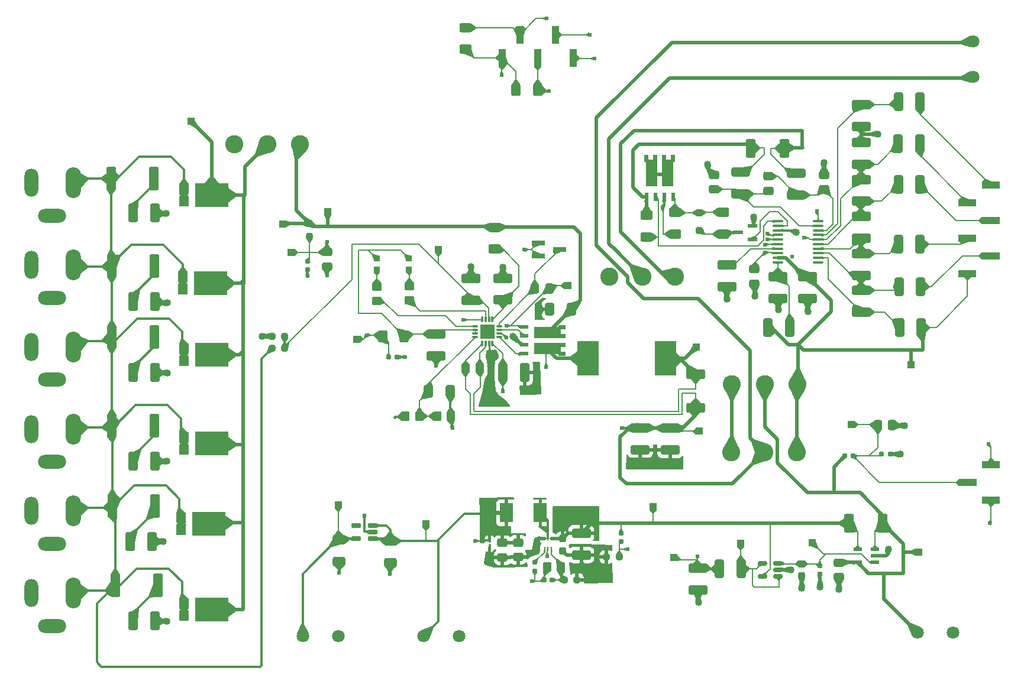
<source format=gbr>
%TF.GenerationSoftware,KiCad,Pcbnew,7.0.6-0*%
%TF.CreationDate,2024-04-05T07:01:27-03:00*%
%TF.ProjectId,Buoy,42756f79-2e6b-4696-9361-645f70636258,rev?*%
%TF.SameCoordinates,Original*%
%TF.FileFunction,Copper,L1,Top*%
%TF.FilePolarity,Positive*%
%FSLAX46Y46*%
G04 Gerber Fmt 4.6, Leading zero omitted, Abs format (unit mm)*
G04 Created by KiCad (PCBNEW 7.0.6-0) date 2024-04-05 07:01:27*
%MOMM*%
%LPD*%
G01*
G04 APERTURE LIST*
G04 Aperture macros list*
%AMRoundRect*
0 Rectangle with rounded corners*
0 $1 Rounding radius*
0 $2 $3 $4 $5 $6 $7 $8 $9 X,Y pos of 4 corners*
0 Add a 4 corners polygon primitive as box body*
4,1,4,$2,$3,$4,$5,$6,$7,$8,$9,$2,$3,0*
0 Add four circle primitives for the rounded corners*
1,1,$1+$1,$2,$3*
1,1,$1+$1,$4,$5*
1,1,$1+$1,$6,$7*
1,1,$1+$1,$8,$9*
0 Add four rect primitives between the rounded corners*
20,1,$1+$1,$2,$3,$4,$5,0*
20,1,$1+$1,$4,$5,$6,$7,0*
20,1,$1+$1,$6,$7,$8,$9,0*
20,1,$1+$1,$8,$9,$2,$3,0*%
%AMFreePoly0*
4,1,29,2.103536,0.798536,2.105000,0.795000,2.105000,0.775000,2.805000,0.775000,2.808536,0.773536,2.810000,0.770000,2.810000,0.160000,2.808536,0.156464,2.805000,0.155000,2.105000,0.155000,2.105000,-0.495000,2.805000,-0.495000,2.808536,-0.496464,2.810000,-0.500000,2.810000,-1.110000,2.808536,-1.113536,2.805000,-1.115000,1.785000,-1.115000,1.781464,-1.113536,1.780000,-1.110000,
1.780000,-0.860000,-1.715000,-0.860000,-1.718536,-0.858536,-1.720000,-0.855000,-1.720000,0.795000,-1.718536,0.798536,-1.715000,0.800000,2.100000,0.800000,2.103536,0.798536,2.103536,0.798536,$1*%
%AMFreePoly1*
4,1,29,2.808536,1.113536,2.810000,1.110000,2.810000,0.500000,2.808536,0.496464,2.805000,0.495000,2.105000,0.495000,2.105000,-0.155000,2.805000,-0.155000,2.808536,-0.156464,2.810000,-0.160000,2.810000,-0.770000,2.808536,-0.773536,2.805000,-0.775000,2.105000,-0.775000,2.105000,-0.795000,2.103536,-0.798536,2.100000,-0.800000,-1.715000,-0.800000,-1.718536,-0.798536,-1.720000,-0.795000,
-1.720000,0.855000,-1.718536,0.858536,-1.715000,0.860000,1.780000,0.860000,1.780000,1.110000,1.781464,1.113536,1.785000,1.115000,2.805000,1.115000,2.808536,1.113536,2.808536,1.113536,$1*%
G04 Aperture macros list end*
%TA.AperFunction,SMDPad,CuDef*%
%ADD10RoundRect,0.250000X0.400000X1.075000X-0.400000X1.075000X-0.400000X-1.075000X0.400000X-1.075000X0*%
%TD*%
%TA.AperFunction,SMDPad,CuDef*%
%ADD11RoundRect,0.250000X-0.412500X-1.100000X0.412500X-1.100000X0.412500X1.100000X-0.412500X1.100000X0*%
%TD*%
%TA.AperFunction,SMDPad,CuDef*%
%ADD12R,1.000000X1.000000*%
%TD*%
%TA.AperFunction,SMDPad,CuDef*%
%ADD13R,2.510000X1.000000*%
%TD*%
%TA.AperFunction,SMDPad,CuDef*%
%ADD14R,0.930000X0.810000*%
%TD*%
%TA.AperFunction,SMDPad,CuDef*%
%ADD15RoundRect,0.237500X0.250000X0.237500X-0.250000X0.237500X-0.250000X-0.237500X0.250000X-0.237500X0*%
%TD*%
%TA.AperFunction,SMDPad,CuDef*%
%ADD16RoundRect,0.250000X0.625000X-0.400000X0.625000X0.400000X-0.625000X0.400000X-0.625000X-0.400000X0*%
%TD*%
%TA.AperFunction,SMDPad,CuDef*%
%ADD17RoundRect,0.237500X-0.237500X0.300000X-0.237500X-0.300000X0.237500X-0.300000X0.237500X0.300000X0*%
%TD*%
%TA.AperFunction,SMDPad,CuDef*%
%ADD18RoundRect,0.250000X-0.650000X0.412500X-0.650000X-0.412500X0.650000X-0.412500X0.650000X0.412500X0*%
%TD*%
%TA.AperFunction,SMDPad,CuDef*%
%ADD19RoundRect,0.250000X-0.450000X0.350000X-0.450000X-0.350000X0.450000X-0.350000X0.450000X0.350000X0*%
%TD*%
%TA.AperFunction,ComponentPad*%
%ADD20C,2.600000*%
%TD*%
%TA.AperFunction,SMDPad,CuDef*%
%ADD21RoundRect,0.250000X-0.475000X0.337500X-0.475000X-0.337500X0.475000X-0.337500X0.475000X0.337500X0*%
%TD*%
%TA.AperFunction,SMDPad,CuDef*%
%ADD22RoundRect,0.250000X-1.100000X0.412500X-1.100000X-0.412500X1.100000X-0.412500X1.100000X0.412500X0*%
%TD*%
%TA.AperFunction,SMDPad,CuDef*%
%ADD23RoundRect,0.088500X0.516500X0.206500X-0.516500X0.206500X-0.516500X-0.206500X0.516500X-0.206500X0*%
%TD*%
%TA.AperFunction,SMDPad,CuDef*%
%ADD24RoundRect,0.160000X-0.160000X0.197500X-0.160000X-0.197500X0.160000X-0.197500X0.160000X0.197500X0*%
%TD*%
%TA.AperFunction,SMDPad,CuDef*%
%ADD25R,1.400000X1.390000*%
%TD*%
%TA.AperFunction,SMDPad,CuDef*%
%ADD26R,4.860000X3.360000*%
%TD*%
%TA.AperFunction,SMDPad,CuDef*%
%ADD27RoundRect,0.250000X1.100000X-0.412500X1.100000X0.412500X-1.100000X0.412500X-1.100000X-0.412500X0*%
%TD*%
%TA.AperFunction,SMDPad,CuDef*%
%ADD28RoundRect,0.250000X-0.625000X0.400000X-0.625000X-0.400000X0.625000X-0.400000X0.625000X0.400000X0*%
%TD*%
%TA.AperFunction,SMDPad,CuDef*%
%ADD29RoundRect,0.249999X-0.450001X-1.425001X0.450001X-1.425001X0.450001X1.425001X-0.450001X1.425001X0*%
%TD*%
%TA.AperFunction,SMDPad,CuDef*%
%ADD30RoundRect,0.250000X-0.400000X-1.075000X0.400000X-1.075000X0.400000X1.075000X-0.400000X1.075000X0*%
%TD*%
%TA.AperFunction,SMDPad,CuDef*%
%ADD31R,1.320800X0.558800*%
%TD*%
%TA.AperFunction,SMDPad,CuDef*%
%ADD32R,0.610000X1.270000*%
%TD*%
%TA.AperFunction,SMDPad,CuDef*%
%ADD33FreePoly0,90.000000*%
%TD*%
%TA.AperFunction,SMDPad,CuDef*%
%ADD34FreePoly1,90.000000*%
%TD*%
%TA.AperFunction,SMDPad,CuDef*%
%ADD35RoundRect,0.060000X0.615000X-0.240000X0.615000X0.240000X-0.615000X0.240000X-0.615000X-0.240000X0*%
%TD*%
%TA.AperFunction,SMDPad,CuDef*%
%ADD36RoundRect,0.150000X0.512500X0.150000X-0.512500X0.150000X-0.512500X-0.150000X0.512500X-0.150000X0*%
%TD*%
%TA.AperFunction,SMDPad,CuDef*%
%ADD37RoundRect,0.160000X-0.197500X-0.160000X0.197500X-0.160000X0.197500X0.160000X-0.197500X0.160000X0*%
%TD*%
%TA.AperFunction,ComponentPad*%
%ADD38C,1.803400*%
%TD*%
%TA.AperFunction,SMDPad,CuDef*%
%ADD39RoundRect,0.237500X-0.237500X0.250000X-0.237500X-0.250000X0.237500X-0.250000X0.237500X0.250000X0*%
%TD*%
%TA.AperFunction,SMDPad,CuDef*%
%ADD40RoundRect,0.249999X-1.075001X0.450001X-1.075001X-0.450001X1.075001X-0.450001X1.075001X0.450001X0*%
%TD*%
%TA.AperFunction,SMDPad,CuDef*%
%ADD41RoundRect,0.100000X-0.637500X-0.100000X0.637500X-0.100000X0.637500X0.100000X-0.637500X0.100000X0*%
%TD*%
%TA.AperFunction,SMDPad,CuDef*%
%ADD42RoundRect,0.250000X-0.250000X0.250000X-0.250000X-0.250000X0.250000X-0.250000X0.250000X0.250000X0*%
%TD*%
%TA.AperFunction,ComponentPad*%
%ADD43O,2.200000X4.400000*%
%TD*%
%TA.AperFunction,ComponentPad*%
%ADD44O,2.000000X4.000000*%
%TD*%
%TA.AperFunction,ComponentPad*%
%ADD45O,4.000000X2.000000*%
%TD*%
%TA.AperFunction,SMDPad,CuDef*%
%ADD46RoundRect,0.250000X0.412500X0.650000X-0.412500X0.650000X-0.412500X-0.650000X0.412500X-0.650000X0*%
%TD*%
%TA.AperFunction,SMDPad,CuDef*%
%ADD47RoundRect,0.249999X0.450001X1.075001X-0.450001X1.075001X-0.450001X-1.075001X0.450001X-1.075001X0*%
%TD*%
%TA.AperFunction,SMDPad,CuDef*%
%ADD48RoundRect,0.250000X-0.400000X-0.625000X0.400000X-0.625000X0.400000X0.625000X-0.400000X0.625000X0*%
%TD*%
%TA.AperFunction,SMDPad,CuDef*%
%ADD49RoundRect,0.250000X-0.350000X-0.450000X0.350000X-0.450000X0.350000X0.450000X-0.350000X0.450000X0*%
%TD*%
%TA.AperFunction,SMDPad,CuDef*%
%ADD50RoundRect,0.250000X0.350000X0.450000X-0.350000X0.450000X-0.350000X-0.450000X0.350000X-0.450000X0*%
%TD*%
%TA.AperFunction,SMDPad,CuDef*%
%ADD51RoundRect,0.006900X-0.108100X0.368100X-0.108100X-0.368100X0.108100X-0.368100X0.108100X0.368100X0*%
%TD*%
%TA.AperFunction,SMDPad,CuDef*%
%ADD52RoundRect,0.006900X-0.368100X-0.108100X0.368100X-0.108100X0.368100X0.108100X-0.368100X0.108100X0*%
%TD*%
%TA.AperFunction,SMDPad,CuDef*%
%ADD53R,2.140000X2.140000*%
%TD*%
%TA.AperFunction,SMDPad,CuDef*%
%ADD54R,1.903000X2.790000*%
%TD*%
%TA.AperFunction,SMDPad,CuDef*%
%ADD55RoundRect,0.250000X0.337500X0.475000X-0.337500X0.475000X-0.337500X-0.475000X0.337500X-0.475000X0*%
%TD*%
%TA.AperFunction,SMDPad,CuDef*%
%ADD56R,1.000000X2.510000*%
%TD*%
%TA.AperFunction,SMDPad,CuDef*%
%ADD57RoundRect,0.250000X1.075000X-0.400000X1.075000X0.400000X-1.075000X0.400000X-1.075000X-0.400000X0*%
%TD*%
%TA.AperFunction,SMDPad,CuDef*%
%ADD58RoundRect,0.250000X0.475000X-0.337500X0.475000X0.337500X-0.475000X0.337500X-0.475000X-0.337500X0*%
%TD*%
%TA.AperFunction,SMDPad,CuDef*%
%ADD59R,1.270000X0.610000*%
%TD*%
%TA.AperFunction,SMDPad,CuDef*%
%ADD60FreePoly0,0.000000*%
%TD*%
%TA.AperFunction,SMDPad,CuDef*%
%ADD61FreePoly1,0.000000*%
%TD*%
%TA.AperFunction,SMDPad,CuDef*%
%ADD62R,3.100000X5.000000*%
%TD*%
%TA.AperFunction,SMDPad,CuDef*%
%ADD63RoundRect,0.155000X-0.212500X-0.155000X0.212500X-0.155000X0.212500X0.155000X-0.212500X0.155000X0*%
%TD*%
%TA.AperFunction,SMDPad,CuDef*%
%ADD64RoundRect,0.237500X-0.250000X-0.237500X0.250000X-0.237500X0.250000X0.237500X-0.250000X0.237500X0*%
%TD*%
%TA.AperFunction,SMDPad,CuDef*%
%ADD65RoundRect,0.250000X-0.337500X-0.475000X0.337500X-0.475000X0.337500X0.475000X-0.337500X0.475000X0*%
%TD*%
%TA.AperFunction,SMDPad,CuDef*%
%ADD66R,1.900000X0.800000*%
%TD*%
%TA.AperFunction,SMDPad,CuDef*%
%ADD67R,0.279400X0.606400*%
%TD*%
%TA.AperFunction,SMDPad,CuDef*%
%ADD68RoundRect,0.100000X-0.100000X0.217500X-0.100000X-0.217500X0.100000X-0.217500X0.100000X0.217500X0*%
%TD*%
%TA.AperFunction,ViaPad*%
%ADD69C,1.016000*%
%TD*%
%TA.AperFunction,ViaPad*%
%ADD70C,0.609600*%
%TD*%
%TA.AperFunction,ViaPad*%
%ADD71C,0.600000*%
%TD*%
%TA.AperFunction,ViaPad*%
%ADD72C,0.508000*%
%TD*%
%TA.AperFunction,Conductor*%
%ADD73C,0.152400*%
%TD*%
%TA.AperFunction,Conductor*%
%ADD74C,0.508000*%
%TD*%
%TA.AperFunction,Conductor*%
%ADD75C,0.304800*%
%TD*%
%TA.AperFunction,Conductor*%
%ADD76C,0.260000*%
%TD*%
%TA.AperFunction,Conductor*%
%ADD77C,1.000000*%
%TD*%
%TA.AperFunction,Conductor*%
%ADD78C,0.150000*%
%TD*%
G04 APERTURE END LIST*
D10*
%TO.P,R18,1*%
%TO.N,Net-(U1--)*%
X186729264Y-119590000D03*
%TO.P,R18,2*%
%TO.N,/ADC current*%
X183629264Y-119590000D03*
%TD*%
D11*
%TO.P,CBJ3,1*%
%TO.N,Net-(CBJ3-Pad1)*%
X99704250Y-91483500D03*
%TO.P,CBJ3,2*%
%TO.N,PGND*%
X102829250Y-91483500D03*
%TD*%
D12*
%TO.P,TP10,1,1*%
%TO.N,TS*%
X131695000Y-86677500D03*
%TD*%
D11*
%TO.P,CBJ1,1*%
%TO.N,Net-(CBJ1-Pad1)*%
X99704250Y-68623500D03*
%TO.P,CBJ1,2*%
%TO.N,PGND*%
X102829250Y-68623500D03*
%TD*%
D13*
%TO.P,J13,1,Pin_1*%
%TO.N,Net-(J13-Pin_1)*%
X222452500Y-64605000D03*
%TO.P,J13,2,Pin_2*%
%TO.N,Net-(J13-Pin_2)*%
X219142500Y-67145000D03*
%TO.P,J13,3,Pin_3*%
%TO.N,Net-(J13-Pin_3)*%
X222452500Y-69685000D03*
%TO.P,J13,4,Pin_4*%
%TO.N,Net-(J13-Pin_4)*%
X219142500Y-72225000D03*
%TO.P,J13,5,Pin_5*%
%TO.N,Net-(J13-Pin_5)*%
X222452500Y-74765000D03*
%TO.P,J13,6,Pin_6*%
%TO.N,/Batman*%
X219142500Y-77305000D03*
%TD*%
D11*
%TO.P,CBJ4,1*%
%TO.N,Net-(CBJ4-Pad1)*%
X99704250Y-104183500D03*
%TO.P,CBJ4,2*%
%TO.N,PGND*%
X102829250Y-104183500D03*
%TD*%
D14*
%TO.P,D2,1,K*%
%TO.N,Net-(D2-K)*%
X139205000Y-76767500D03*
%TO.P,D2,2,A*%
%TO.N,VREF*%
X139205000Y-75147500D03*
%TD*%
D15*
%TO.P,R7,1*%
%TO.N,Net-(U2-MPPSET)*%
X121421750Y-86263500D03*
%TO.P,R7,2*%
%TO.N,PGND*%
X119596750Y-86263500D03*
%TD*%
D12*
%TO.P,TP17,1,1*%
%TO.N,/Batman*%
X211080000Y-90320000D03*
%TD*%
D16*
%TO.P,R30,1*%
%TO.N,Net-(U4-DSG)*%
X173230000Y-72080000D03*
%TO.P,R30,2*%
%TO.N,Net-(Q1-Pad1)*%
X173230000Y-68980000D03*
%TD*%
D17*
%TO.P,C9,1*%
%TO.N,Net-(U1-+)*%
X195420000Y-118857500D03*
%TO.P,C9,2*%
%TO.N,PGND*%
X195420000Y-120582500D03*
%TD*%
D18*
%TO.P,C20,1*%
%TO.N,Net-(J7-Pin_1)*%
X129218000Y-115407500D03*
%TO.P,C20,2*%
%TO.N,PGND*%
X129218000Y-118532500D03*
%TD*%
D12*
%TO.P,TP8,1,1*%
%TO.N,Net-(U1--)*%
X186689264Y-115957500D03*
%TD*%
D19*
%TO.P,R4,1*%
%TO.N,Net-(D2-K)*%
X139275000Y-79107500D03*
%TO.P,R4,2*%
%TO.N,STAT1*%
X139275000Y-81107500D03*
%TD*%
D20*
%TO.P,SW4,1,A*%
%TO.N,/Non-Batman*%
X185440000Y-93180000D03*
%TO.P,SW4,2,B*%
%TO.N,/Bat_out*%
X190140000Y-93180000D03*
%TO.P,SW4,3,C*%
%TO.N,/Batman*%
X194840000Y-93180000D03*
%TD*%
D21*
%TO.P,C32,1*%
%TO.N,PGND*%
X198607500Y-63157500D03*
%TO.P,C32,2*%
%TO.N,Net-(U4-SRP)*%
X198607500Y-65232500D03*
%TD*%
D22*
%TO.P,C11,1*%
%TO.N,/ADC current*%
X180579264Y-119455000D03*
%TO.P,C11,2*%
%TO.N,PGND*%
X180579264Y-122580000D03*
%TD*%
D17*
%TO.P,C12,1*%
%TO.N,Net-(U1-V+)*%
X161200000Y-115277500D03*
%TO.P,C12,2*%
%TO.N,PGND*%
X161200000Y-117002500D03*
%TD*%
D23*
%TO.P,U3,1*%
%TO.N,Net-(U1-+)*%
X205922500Y-118652500D03*
%TO.P,U3,2,GND*%
%TO.N,PGND*%
X205922500Y-117702500D03*
%TO.P,U3,3,+*%
%TO.N,/Bat_out*%
X205922500Y-116752500D03*
%TO.P,U3,4,-*%
%TO.N,Net-(U1-V+)*%
X203412500Y-116752500D03*
%TO.P,U3,5,V+*%
%TO.N,/Bat_out*%
X203412500Y-118652500D03*
%TD*%
D24*
%TO.P,R9,1*%
%TO.N,/ADC PV*%
X124667500Y-75532500D03*
%TO.P,R9,2*%
%TO.N,PGND*%
X124667500Y-76727500D03*
%TD*%
D21*
%TO.P,C4,1*%
%TO.N,/ADC PV*%
X127460000Y-74212500D03*
%TO.P,C4,2*%
%TO.N,PGND*%
X127460000Y-76287500D03*
%TD*%
D20*
%TO.P,SW2,1,A*%
%TO.N,Net-(SW2-A)*%
X177277500Y-77732500D03*
%TO.P,SW2,2,B*%
%TO.N,Net-(J14-Pin_1)*%
X172577500Y-77732500D03*
%TO.P,SW2,3,C*%
%TO.N,PGND*%
X167877500Y-77732500D03*
%TD*%
D25*
%TO.P,D4,1*%
%TO.N,/PV_connection*%
X106808250Y-77743500D03*
%TO.P,D4,2*%
X106808250Y-79583500D03*
D26*
%TO.P,D4,3*%
%TO.N,/V_solar_in*%
X110790250Y-78663500D03*
%TD*%
D27*
%TO.P,C24,1*%
%TO.N,Net-(U4-VC2)*%
X203907500Y-66947500D03*
%TO.P,C24,2*%
%TO.N,Net-(U4-VC1)*%
X203907500Y-63822500D03*
%TD*%
D13*
%TO.P,J9,1,Pin_1*%
%TO.N,/ADC PV*%
X222520000Y-104660000D03*
%TO.P,J9,2,Pin_2*%
%TO.N,/ADC VBAT*%
X219210000Y-107200000D03*
%TO.P,J9,3,Pin_3*%
%TO.N,/ADC current*%
X222520000Y-109740000D03*
%TD*%
D28*
%TO.P,R11,1*%
%TO.N,/V_solar_out*%
X151480000Y-70690000D03*
%TO.P,R11,2*%
%TO.N,Net-(U2-VCC)*%
X151480000Y-73790000D03*
%TD*%
D16*
%TO.P,R19,1*%
%TO.N,Net-(J10-Pin_5)*%
X147300000Y-45180000D03*
%TO.P,R19,2*%
%TO.N,Net-(J10-Pin_4)*%
X147300000Y-42080000D03*
%TD*%
D29*
%TO.P,RBJ5,1*%
%TO.N,/PV_connection*%
X96767750Y-110583500D03*
%TO.P,RBJ5,2*%
%TO.N,Net-(CBJ5-Pad1)*%
X102867750Y-110583500D03*
%TD*%
D27*
%TO.P,C21,1*%
%TO.N,Net-(U4-VC5)*%
X203907500Y-82817500D03*
%TO.P,C21,2*%
%TO.N,Net-(U4-VC4)*%
X203907500Y-79692500D03*
%TD*%
D30*
%TO.P,R23,1*%
%TO.N,Net-(U4-VC5)*%
X209407500Y-85015000D03*
%TO.P,R23,2*%
%TO.N,/Batman*%
X212507500Y-85015000D03*
%TD*%
D12*
%TO.P,TP14,1,1*%
%TO.N,/V_solar_out*%
X127600000Y-68460000D03*
%TD*%
D31*
%TO.P,Q2,1,D*%
%TO.N,Net-(Q2-D)*%
X188343500Y-72390200D03*
%TO.P,Q2,2,G*%
%TO.N,PGND*%
X188343500Y-70459800D03*
%TO.P,Q2,3,S*%
%TO.N,Net-(D10-A)*%
X186311500Y-71425000D03*
%TD*%
D32*
%TO.P,Q1,1*%
%TO.N,Net-(Q1-Pad1)*%
X173175000Y-66280000D03*
%TO.P,Q1,2*%
%TO.N,Net-(U4-DSG)*%
X174445000Y-66280000D03*
%TO.P,Q1,3*%
%TO.N,PGND*%
X175715000Y-66280000D03*
%TO.P,Q1,4*%
%TO.N,Net-(D10-K)*%
X176985000Y-66280000D03*
D33*
%TO.P,Q1,5_6_10*%
%TO.N,Net-(Q1-Pad5_6_10)*%
X176180000Y-63110000D03*
D34*
%TO.P,Q1,7_8_9*%
X173980000Y-63110000D03*
%TD*%
D30*
%TO.P,R28,1*%
%TO.N,Net-(U4-VC0)*%
X209247500Y-52705000D03*
%TO.P,R28,2*%
%TO.N,Net-(J13-Pin_1)*%
X212347500Y-52705000D03*
%TD*%
D12*
%TO.P,TP2,1,1*%
%TO.N,/3.4V*%
X141620000Y-113130000D03*
%TD*%
%TO.P,TP4,1,1*%
%TO.N,/Bat_out*%
X212161000Y-117180000D03*
%TD*%
D25*
%TO.P,D9,1*%
%TO.N,/PV_connection*%
X107008250Y-124503500D03*
%TO.P,D9,2*%
X107008250Y-126343500D03*
D26*
%TO.P,D9,3*%
%TO.N,/V_solar_in*%
X110990250Y-125423500D03*
%TD*%
D16*
%TO.P,R32,1*%
%TO.N,Net-(D10-A)*%
X184097500Y-71635000D03*
%TO.P,R32,2*%
%TO.N,Net-(D10-K)*%
X184097500Y-68535000D03*
%TD*%
D35*
%TO.P,U6,1,VIN*%
%TO.N,/3.4V*%
X134048000Y-115290000D03*
%TO.P,U6,2,GND*%
%TO.N,PGND*%
X134048000Y-114340000D03*
%TO.P,U6,3,EN*%
%TO.N,/3.4V*%
X134048000Y-113390000D03*
%TO.P,U6,4,NC*%
%TO.N,unconnected-(U6-NC-Pad4)*%
X131678000Y-113390000D03*
%TO.P,U6,5,VOUT*%
%TO.N,Net-(J7-Pin_1)*%
X131678000Y-115290000D03*
%TD*%
D11*
%TO.P,CBJ2,1*%
%TO.N,Net-(CBJ2-Pad1)*%
X99704250Y-81323500D03*
%TO.P,CBJ2,2*%
%TO.N,PGND*%
X102829250Y-81323500D03*
%TD*%
D36*
%TO.P,U1,1*%
%TO.N,Net-(U1--)*%
X192049264Y-120680000D03*
%TO.P,U1,2,V-*%
%TO.N,PGND*%
X192049264Y-119730000D03*
%TO.P,U1,3,+*%
%TO.N,Net-(U1-+)*%
X192049264Y-118780000D03*
%TO.P,U1,4,-*%
%TO.N,Net-(U1--)*%
X189774264Y-118780000D03*
%TO.P,U1,5,V+*%
%TO.N,Net-(U1-V+)*%
X189774264Y-120680000D03*
%TD*%
D14*
%TO.P,D3,1,K*%
%TO.N,Net-(D3-K)*%
X134575000Y-76767500D03*
%TO.P,D3,2,A*%
%TO.N,VREF*%
X134575000Y-75147500D03*
%TD*%
D21*
%TO.P,C36,1*%
%TO.N,/3.4V*%
X152590000Y-115882500D03*
%TO.P,C36,2*%
%TO.N,PGND*%
X152590000Y-117957500D03*
%TD*%
D37*
%TO.P,R10,1*%
%TO.N,/ADC VBAT*%
X206860000Y-103148750D03*
%TO.P,R10,2*%
%TO.N,PGND*%
X208055000Y-103148750D03*
%TD*%
D25*
%TO.P,D7,1*%
%TO.N,/PV_connection*%
X107008250Y-100723500D03*
%TO.P,D7,2*%
X107008250Y-102563500D03*
D26*
%TO.P,D7,3*%
%TO.N,/V_solar_in*%
X110990250Y-101643500D03*
%TD*%
D38*
%TO.P,J7,1,Pin_1*%
%TO.N,Net-(J7-Pin_1)*%
X124003400Y-129185000D03*
%TO.P,J7,2,Pin_2*%
%TO.N,PGND*%
X129083400Y-129185000D03*
%TD*%
D39*
%TO.P,R8,1*%
%TO.N,/V_solar_out*%
X124982500Y-70137500D03*
%TO.P,R8,2*%
%TO.N,/ADC PV*%
X124982500Y-71962500D03*
%TD*%
D40*
%TO.P,R6_SR1,1*%
%TO.N,/Power_out*%
X180250000Y-91720000D03*
%TO.P,R6_SR1,2*%
%TO.N,/Bat_in*%
X180250000Y-96520000D03*
%TD*%
D41*
%TO.P,U4,1,DSG*%
%TO.N,Net-(U4-DSG)*%
X192002500Y-69825000D03*
%TO.P,U4,2,CHG*%
%TO.N,Net-(Q2-D)*%
X192002500Y-70475000D03*
%TO.P,U4,3,VSS*%
%TO.N,PGND*%
X192002500Y-71125000D03*
%TO.P,U4,4,SDA*%
%TO.N,Net-(J10-Pin_4)*%
X192002500Y-71775000D03*
%TO.P,U4,5,SCL*%
%TO.N,Net-(J10-Pin_3)*%
X192002500Y-72425000D03*
%TO.P,U4,6,TS1*%
%TO.N,Net-(J10-Pin_1)*%
X192002500Y-73075000D03*
%TO.P,U4,7,CAP1*%
%TO.N,Net-(U4-CAP1)*%
X192002500Y-73725000D03*
%TO.P,U4,8,REGOUT*%
%TO.N,Net-(J10-Pin_5)*%
X192002500Y-74375000D03*
%TO.P,U4,9,REGSRC*%
%TO.N,/Batman*%
X192002500Y-75025000D03*
%TO.P,U4,10,BAT*%
%TO.N,Net-(U4-BAT)*%
X192002500Y-75675000D03*
%TO.P,U4,11,NC*%
%TO.N,unconnected-(U4-NC-Pad11)*%
X197727500Y-75675000D03*
%TO.P,U4,12,VC5*%
%TO.N,Net-(U4-VC5)*%
X197727500Y-75025000D03*
%TO.P,U4,13,VC4*%
%TO.N,Net-(U4-VC4)*%
X197727500Y-74375000D03*
%TO.P,U4,14,VC3*%
%TO.N,Net-(U4-VC3)*%
X197727500Y-73725000D03*
%TO.P,U4,15,VC2*%
%TO.N,Net-(U4-VC2)*%
X197727500Y-73075000D03*
%TO.P,U4,16,VC1*%
%TO.N,Net-(U4-VC1)*%
X197727500Y-72425000D03*
%TO.P,U4,17,VC0*%
%TO.N,Net-(U4-VC0)*%
X197727500Y-71775000D03*
%TO.P,U4,18,SRP*%
%TO.N,Net-(U4-SRP)*%
X197727500Y-71125000D03*
%TO.P,U4,19,SRN*%
%TO.N,Net-(U4-SRN)*%
X197727500Y-70475000D03*
%TO.P,U4,20,ALERT*%
%TO.N,Net-(J10-Pin_2)*%
X197727500Y-69825000D03*
%TD*%
D12*
%TO.P,TP13,1,1*%
%TO.N,/PH*%
X161910000Y-79020000D03*
%TD*%
%TO.P,TP16,1,1*%
%TO.N,/Bat_in*%
X180780000Y-99880000D03*
%TD*%
D42*
%TO.P,D10,1,K*%
%TO.N,Net-(D10-K)*%
X180727500Y-68605000D03*
%TO.P,D10,2,A*%
%TO.N,Net-(D10-A)*%
X180727500Y-71105000D03*
%TD*%
D12*
%TO.P,TP3,1,1*%
%TO.N,/ADC VBAT*%
X202490000Y-98938750D03*
%TD*%
D28*
%TO.P,R31,1*%
%TO.N,Net-(D10-K)*%
X177257500Y-68535000D03*
%TO.P,R31,2*%
%TO.N,PGND*%
X177257500Y-71635000D03*
%TD*%
D27*
%TO.P,C26,1*%
%TO.N,PGND*%
X203907500Y-56237500D03*
%TO.P,C26,2*%
%TO.N,Net-(U4-VC0)*%
X203907500Y-53112500D03*
%TD*%
D12*
%TO.P,TP20,1,1*%
%TO.N,/ADC PV*%
X122340000Y-74250000D03*
%TD*%
D43*
%TO.P,J5,1*%
%TO.N,/PV_connection*%
X91161750Y-111313500D03*
D44*
%TO.P,J5,2*%
%TO.N,PGND*%
X85161750Y-111313500D03*
D45*
%TO.P,J5,3*%
X88161750Y-116013500D03*
%TD*%
D37*
%TO.P,R37,1*%
%TO.N,TS*%
X136265000Y-89260000D03*
%TO.P,R37,2*%
%TO.N,PGND*%
X137460000Y-89260000D03*
%TD*%
D46*
%TO.P,C15,1*%
%TO.N,/Bat_in*%
X145133750Y-94201250D03*
%TO.P,C15,2*%
%TO.N,Net-(U2-VFB)*%
X142008750Y-94201250D03*
%TD*%
D30*
%TO.P,R24,1*%
%TO.N,Net-(U4-VC4)*%
X209337500Y-79175000D03*
%TO.P,R24,2*%
%TO.N,Net-(J13-Pin_5)*%
X212437500Y-79175000D03*
%TD*%
D47*
%TO.P,R29,1*%
%TO.N,Net-(SW2-A)*%
X192907500Y-59335000D03*
%TO.P,R29,2*%
%TO.N,Net-(Q1-Pad1)*%
X188107500Y-59335000D03*
%TD*%
D18*
%TO.P,C19,1*%
%TO.N,/3.4V*%
X136518000Y-115597500D03*
%TO.P,C19,2*%
%TO.N,PGND*%
X136518000Y-118722500D03*
%TD*%
D30*
%TO.P,R26,1*%
%TO.N,Net-(U4-VC2)*%
X209237500Y-64545000D03*
%TO.P,R26,2*%
%TO.N,Net-(J13-Pin_3)*%
X212337500Y-64545000D03*
%TD*%
D12*
%TO.P,TP1,1,1*%
%TO.N,Net-(J7-Pin_1)*%
X129070000Y-110420000D03*
%TD*%
D48*
%TO.P,R20,1*%
%TO.N,Net-(J10-Pin_5)*%
X154530000Y-50960000D03*
%TO.P,R20,2*%
%TO.N,Net-(J10-Pin_3)*%
X157630000Y-50960000D03*
%TD*%
D47*
%TO.P,R12,1*%
%TO.N,/Bat_out*%
X206990000Y-113042500D03*
%TO.P,R12,2*%
%TO.N,Net-(U1-V+)*%
X202190000Y-113042500D03*
%TD*%
D21*
%TO.P,C2,1*%
%TO.N,/Bat_out*%
X200750000Y-118685000D03*
%TO.P,C2,2*%
%TO.N,PGND*%
X200750000Y-120760000D03*
%TD*%
D11*
%TO.P,CBJ6,1*%
%TO.N,Net-(CBJ6-Pad1)*%
X99704250Y-127043500D03*
%TO.P,CBJ6,2*%
%TO.N,PGND*%
X102829250Y-127043500D03*
%TD*%
D30*
%TO.P,R27,1*%
%TO.N,Net-(U4-VC1)*%
X209227500Y-58735000D03*
%TO.P,R27,2*%
%TO.N,Net-(J13-Pin_2)*%
X212327500Y-58735000D03*
%TD*%
D24*
%TO.P,R21,1*%
%TO.N,Net-(U5-PG)*%
X157220000Y-118672500D03*
%TO.P,R21,2*%
%TO.N,/3.4V*%
X157220000Y-119867500D03*
%TD*%
D49*
%TO.P,R22,1*%
%TO.N,/3.4V*%
X158970000Y-119340000D03*
%TO.P,R22,2*%
%TO.N,Net-(U5-FB)*%
X160970000Y-119340000D03*
%TD*%
D43*
%TO.P,J2,1*%
%TO.N,/PV_connection*%
X91161750Y-76063500D03*
D44*
%TO.P,J2,2*%
%TO.N,PGND*%
X85161750Y-76063500D03*
D45*
%TO.P,J2,3*%
X88161750Y-80763500D03*
%TD*%
D12*
%TO.P,TP15,1,1*%
%TO.N,/Power_out*%
X180340000Y-87820000D03*
%TD*%
D25*
%TO.P,D5,1*%
%TO.N,/PV_connection*%
X107008250Y-88023500D03*
%TO.P,D5,2*%
X107008250Y-89863500D03*
D26*
%TO.P,D5,3*%
%TO.N,/V_solar_in*%
X110990250Y-88943500D03*
%TD*%
D24*
%TO.P,R16,1*%
%TO.N,Net-(U1-V+)*%
X169540000Y-114490000D03*
%TO.P,R16,2*%
%TO.N,Net-(U5-EN)*%
X169540000Y-115685000D03*
%TD*%
D50*
%TO.P,R15,1*%
%TO.N,Net-(U2-VFB)*%
X140671250Y-97751250D03*
%TO.P,R15,2*%
%TO.N,PGND*%
X138671250Y-97751250D03*
%TD*%
D12*
%TO.P,TP19,1,1*%
%TO.N,/V_solar_out*%
X121130000Y-70210000D03*
%TD*%
D51*
%TO.P,U2,1,VCC*%
%TO.N,Net-(U2-VCC)*%
X151155000Y-83882500D03*
%TO.P,U2,2,MPPSET*%
%TO.N,Net-(U2-MPPSET)*%
X150655000Y-83882500D03*
%TO.P,U2,3,STAT1*%
%TO.N,STAT1*%
X150155000Y-83882500D03*
%TO.P,U2,4,TS*%
%TO.N,TS*%
X149655000Y-83882500D03*
D52*
%TO.P,U2,5,STAT2*%
%TO.N,STAT2*%
X148680000Y-84857500D03*
%TO.P,U2,6,VREF*%
%TO.N,VREF*%
X148680000Y-85357500D03*
%TO.P,U2,7,TERM_EN*%
X148680000Y-85857500D03*
%TO.P,U2,8,VFB*%
%TO.N,Net-(U2-VFB)*%
X148680000Y-86357500D03*
D51*
%TO.P,U2,9,SRN*%
%TO.N,/Bat_in*%
X149655000Y-87332500D03*
%TO.P,U2,10,SRP*%
%TO.N,/Power_out*%
X150155000Y-87332500D03*
%TO.P,U2,11,GND*%
%TO.N,PGND*%
X150655000Y-87332500D03*
%TO.P,U2,12,REGN*%
%TO.N,Net-(U2-REGN)*%
X151155000Y-87332500D03*
D52*
%TO.P,U2,13,LODRV*%
%TO.N,Net-(U2-LODRV)*%
X152130000Y-86357500D03*
%TO.P,U2,14,PH*%
%TO.N,/PH*%
X152130000Y-85857500D03*
%TO.P,U2,15,HIDRV*%
%TO.N,Net-(U2-HIDRV)*%
X152130000Y-85357500D03*
%TO.P,U2,16,BTST*%
%TO.N,Net-(U2-BTST)*%
X152130000Y-84857500D03*
D53*
%TO.P,U2,17,EPAD*%
%TO.N,PGND*%
X150405000Y-85607500D03*
%TD*%
D29*
%TO.P,RBJ2,1*%
%TO.N,/PV_connection*%
X96654250Y-76243500D03*
%TO.P,RBJ2,2*%
%TO.N,Net-(CBJ2-Pad1)*%
X102754250Y-76243500D03*
%TD*%
D54*
%TO.P,L2,1,1*%
%TO.N,Net-(U5-SW)*%
X158010000Y-111560000D03*
%TO.P,L2,2,2*%
%TO.N,/3.4V*%
X153157000Y-111560000D03*
%TD*%
D50*
%TO.P,R13,1*%
%TO.N,/Bat_in*%
X145198750Y-97740000D03*
%TO.P,R13,2*%
%TO.N,Net-(U2-VFB)*%
X143198750Y-97740000D03*
%TD*%
D12*
%TO.P,TP7,1,1*%
%TO.N,/ADC current*%
X177139264Y-117987500D03*
%TD*%
D43*
%TO.P,J1,1*%
%TO.N,/PV_connection*%
X91161750Y-64313500D03*
D44*
%TO.P,J1,2*%
%TO.N,PGND*%
X85161750Y-64313500D03*
D45*
%TO.P,J1,3*%
X88161750Y-69013500D03*
%TD*%
D20*
%TO.P,SW3,1,A*%
%TO.N,/Non-Batman*%
X185330000Y-102860000D03*
%TO.P,SW3,2,B*%
%TO.N,/Bat_in*%
X190030000Y-102860000D03*
%TO.P,SW3,3,C*%
%TO.N,/Batman*%
X194730000Y-102860000D03*
%TD*%
D55*
%TO.P,C14,1*%
%TO.N,/Power_out*%
X149347500Y-90860000D03*
%TO.P,C14,2*%
%TO.N,/Bat_in*%
X147272500Y-90860000D03*
%TD*%
D56*
%TO.P,J10,1,Pin_1*%
%TO.N,Net-(J10-Pin_1)*%
X162690000Y-46390000D03*
%TO.P,J10,2,Pin_2*%
%TO.N,Net-(J10-Pin_2)*%
X160150000Y-43080000D03*
%TO.P,J10,3,Pin_3*%
%TO.N,Net-(J10-Pin_3)*%
X157610000Y-46390000D03*
%TO.P,J10,4,Pin_4*%
%TO.N,Net-(J10-Pin_4)*%
X155070000Y-43080000D03*
%TO.P,J10,5,Pin_5*%
%TO.N,Net-(J10-Pin_5)*%
X152530000Y-46390000D03*
%TD*%
D22*
%TO.P,C29,1*%
%TO.N,Net-(U4-BAT)*%
X192027500Y-77732500D03*
%TO.P,C29,2*%
%TO.N,PGND*%
X192027500Y-80857500D03*
%TD*%
D57*
%TO.P,R34,1*%
%TO.N,Net-(U4-SRP)*%
X194667500Y-66065000D03*
%TO.P,R34,2*%
%TO.N,Net-(SW2-A)*%
X194667500Y-62965000D03*
%TD*%
D58*
%TO.P,C31,1*%
%TO.N,Net-(U4-SRN)*%
X182837500Y-65242500D03*
%TO.P,C31,2*%
%TO.N,PGND*%
X182837500Y-63167500D03*
%TD*%
D30*
%TO.P,R33,1*%
%TO.N,/Batman*%
X190610000Y-85000000D03*
%TO.P,R33,2*%
%TO.N,Net-(U4-BAT)*%
X193710000Y-85000000D03*
%TD*%
D22*
%TO.P,C17,1*%
%TO.N,Net-(U1-V+)*%
X163860000Y-114487500D03*
%TO.P,C17,2*%
%TO.N,PGND*%
X163860000Y-117612500D03*
%TD*%
D43*
%TO.P,J3,1*%
%TO.N,/PV_connection*%
X91161750Y-87813500D03*
D44*
%TO.P,J3,2*%
%TO.N,PGND*%
X85161750Y-87813500D03*
D45*
%TO.P,J3,3*%
X88161750Y-92513500D03*
%TD*%
D59*
%TO.P,Q4,1*%
%TO.N,/PH*%
X155680000Y-84982500D03*
%TO.P,Q4,2*%
%TO.N,Net-(U2-HIDRV)*%
X155680000Y-86252500D03*
%TO.P,Q4,3*%
%TO.N,PGND*%
X155680000Y-87522500D03*
%TO.P,Q4,4*%
%TO.N,Net-(U2-LODRV)*%
X155680000Y-88792500D03*
D60*
%TO.P,Q4,5_6_10*%
%TO.N,/PH*%
X158850000Y-87987500D03*
D61*
%TO.P,Q4,7_8_9*%
%TO.N,/V_solar_out*%
X158850000Y-85787500D03*
%TD*%
D12*
%TO.P,TP11,1,1*%
%TO.N,Net-(U2-MPPSET)*%
X143445000Y-73868750D03*
%TD*%
D38*
%TO.P,J14,1,Pin_1*%
%TO.N,Net-(J14-Pin_1)*%
X219940000Y-49120000D03*
%TO.P,J14,2,Pin_2*%
%TO.N,/Bat_in*%
X219940000Y-44040000D03*
%TD*%
D62*
%TO.P,L1,1,1*%
%TO.N,/PH*%
X164800000Y-89450000D03*
%TO.P,L1,2,2*%
%TO.N,/Power_out*%
X175900000Y-89450000D03*
%TD*%
D12*
%TO.P,TP9,1,1*%
%TO.N,/V_solar_in*%
X108021750Y-55473500D03*
%TD*%
D22*
%TO.P,C28,1*%
%TO.N,/Batman*%
X196267500Y-77762500D03*
%TO.P,C28,2*%
%TO.N,PGND*%
X196267500Y-80887500D03*
%TD*%
D63*
%TO.P,C18,1*%
%TO.N,/3.4V*%
X158555000Y-121180000D03*
%TO.P,C18,2*%
%TO.N,Net-(U5-FB)*%
X159690000Y-121180000D03*
%TD*%
D22*
%TO.P,C8,1*%
%TO.N,/Bat_in*%
X176580000Y-99437500D03*
%TO.P,C8,2*%
%TO.N,PGND*%
X176580000Y-102562500D03*
%TD*%
D29*
%TO.P,RBJ4,1*%
%TO.N,/PV_connection*%
X96654250Y-99103500D03*
%TO.P,RBJ4,2*%
%TO.N,Net-(CBJ4-Pad1)*%
X102754250Y-99103500D03*
%TD*%
D21*
%TO.P,C34,1*%
%TO.N,/3.4V*%
X154810000Y-115832500D03*
%TO.P,C34,2*%
%TO.N,PGND*%
X154810000Y-117907500D03*
%TD*%
D27*
%TO.P,C23,1*%
%TO.N,Net-(U4-VC3)*%
X203907500Y-72267500D03*
%TO.P,C23,2*%
%TO.N,Net-(U4-VC2)*%
X203907500Y-69142500D03*
%TD*%
D12*
%TO.P,TP6,1,1*%
%TO.N,Net-(U1-+)*%
X196960000Y-115840000D03*
%TD*%
D22*
%TO.P,C7,1*%
%TO.N,/Bat_in*%
X172305000Y-99396250D03*
%TO.P,C7,2*%
%TO.N,PGND*%
X172305000Y-102521250D03*
%TD*%
D19*
%TO.P,R5,1*%
%TO.N,Net-(D3-K)*%
X134615000Y-79177500D03*
%TO.P,R5,2*%
%TO.N,STAT2*%
X134615000Y-81177500D03*
%TD*%
D22*
%TO.P,C27,1*%
%TO.N,Net-(U4-CAP1)*%
X184700000Y-76087500D03*
%TO.P,C27,2*%
%TO.N,PGND*%
X184700000Y-79212500D03*
%TD*%
D48*
%TO.P,R1,1*%
%TO.N,TS*%
X135415000Y-86267500D03*
%TO.P,R1,2*%
%TO.N,VREF*%
X138515000Y-86267500D03*
%TD*%
D25*
%TO.P,D1,1*%
%TO.N,/PV_connection*%
X107008250Y-65163500D03*
%TO.P,D1,2*%
X107008250Y-67003500D03*
D26*
%TO.P,D1,3*%
%TO.N,/V_solar_in*%
X110990250Y-66083500D03*
%TD*%
D43*
%TO.P,J4,1*%
%TO.N,/PV_connection*%
X91161750Y-99563500D03*
D44*
%TO.P,J4,2*%
%TO.N,PGND*%
X85161750Y-99563500D03*
D45*
%TO.P,J4,3*%
X88161750Y-104263500D03*
%TD*%
D43*
%TO.P,J6,1*%
%TO.N,/PV_connection*%
X91161750Y-123063500D03*
D44*
%TO.P,J6,2*%
%TO.N,PGND*%
X85161750Y-123063500D03*
D45*
%TO.P,J6,3*%
X88161750Y-127763500D03*
%TD*%
D12*
%TO.P,TP5,1,1*%
%TO.N,Net-(U1-V+)*%
X174140000Y-110673750D03*
%TD*%
D64*
%TO.P,R6,1*%
%TO.N,/PV_connection*%
X119606750Y-88013500D03*
%TO.P,R6,2*%
%TO.N,Net-(U2-MPPSET)*%
X121431750Y-88013500D03*
%TD*%
%TO.P,R36,1*%
%TO.N,Net-(U5-FB)*%
X161430000Y-121190000D03*
%TO.P,R36,2*%
%TO.N,PGND*%
X163255000Y-121190000D03*
%TD*%
D27*
%TO.P,C25,1*%
%TO.N,Net-(U4-VC1)*%
X203907500Y-61675000D03*
%TO.P,C25,2*%
%TO.N,PGND*%
X203907500Y-58550000D03*
%TD*%
D38*
%TO.P,J8,1,Pin_1*%
%TO.N,/Bat_out*%
X211963400Y-128705000D03*
%TO.P,J8,2,Pin_2*%
%TO.N,PGND*%
X217043400Y-128705000D03*
%TD*%
D57*
%TO.P,R35,1*%
%TO.N,Net-(U4-SRN)*%
X186657500Y-65895000D03*
%TO.P,R35,2*%
%TO.N,Net-(Q1-Pad1)*%
X186657500Y-62795000D03*
%TD*%
D15*
%TO.P,R17,1*%
%TO.N,Net-(U5-EN)*%
X169292500Y-117880000D03*
%TO.P,R17,2*%
%TO.N,PGND*%
X167467500Y-117880000D03*
%TD*%
D29*
%TO.P,RBJ3,1*%
%TO.N,/PV_connection*%
X96654250Y-86403500D03*
%TO.P,RBJ3,2*%
%TO.N,Net-(CBJ3-Pad1)*%
X102754250Y-86403500D03*
%TD*%
D65*
%TO.P,C1,1*%
%TO.N,/ADC VBAT*%
X206310000Y-99021250D03*
%TO.P,C1,2*%
%TO.N,PGND*%
X208385000Y-99021250D03*
%TD*%
D66*
%TO.P,D6,1*%
%TO.N,Net-(U2-REGN)*%
X157730000Y-72880000D03*
%TO.P,D6,2*%
X157730000Y-74780000D03*
%TO.P,D6,3*%
%TO.N,Net-(U2-BTST)*%
X160730000Y-73830000D03*
%TD*%
D11*
%TO.P,C10,1*%
%TO.N,Net-(U2-REGN)*%
X152655000Y-91470000D03*
%TO.P,C10,2*%
%TO.N,PGND*%
X155780000Y-91470000D03*
%TD*%
D27*
%TO.P,C22,1*%
%TO.N,Net-(U4-VC4)*%
X203907500Y-77547500D03*
%TO.P,C22,2*%
%TO.N,Net-(U4-VC3)*%
X203907500Y-74422500D03*
%TD*%
D24*
%TO.P,R14,1*%
%TO.N,Net-(U1-+)*%
X197990000Y-119152500D03*
%TO.P,R14,2*%
%TO.N,PGND*%
X197990000Y-120347500D03*
%TD*%
D29*
%TO.P,RBJ1,1*%
%TO.N,/PV_connection*%
X96551750Y-63683500D03*
%TO.P,RBJ1,2*%
%TO.N,Net-(CBJ1-Pad1)*%
X102651750Y-63683500D03*
%TD*%
D27*
%TO.P,C6,1*%
%TO.N,Net-(U2-VCC)*%
X152660000Y-81082500D03*
%TO.P,C6,2*%
%TO.N,PGND*%
X152660000Y-77957500D03*
%TD*%
D67*
%TO.P,U5,1,VIN*%
%TO.N,Net-(U1-V+)*%
X159610252Y-115224600D03*
%TO.P,U5,2,SW*%
%TO.N,Net-(U5-SW)*%
X159110126Y-115224600D03*
%TO.P,U5,3,GND*%
%TO.N,PGND*%
X158610000Y-115224600D03*
%TO.P,U5,4,PG*%
%TO.N,Net-(U5-PG)*%
X158610000Y-116720000D03*
%TO.P,U5,5,EN*%
%TO.N,Net-(U5-EN)*%
X159110126Y-116720000D03*
%TO.P,U5,6,FB*%
%TO.N,Net-(U5-FB)*%
X159610252Y-116720000D03*
%TD*%
D58*
%TO.P,C30,1*%
%TO.N,Net-(U4-SRN)*%
X190677500Y-65452500D03*
%TO.P,C30,2*%
%TO.N,Net-(U4-SRP)*%
X190677500Y-63377500D03*
%TD*%
D30*
%TO.P,R25,1*%
%TO.N,Net-(U4-VC3)*%
X209247500Y-73115000D03*
%TO.P,R25,2*%
%TO.N,Net-(J13-Pin_4)*%
X212347500Y-73115000D03*
%TD*%
D11*
%TO.P,CBJ5,1*%
%TO.N,Net-(CBJ5-Pad1)*%
X99307750Y-115663500D03*
%TO.P,CBJ5,2*%
%TO.N,PGND*%
X102432750Y-115663500D03*
%TD*%
D20*
%TO.P,SW1,1,A*%
%TO.N,unconnected-(SW1-A-Pad1)*%
X114220000Y-58800000D03*
%TO.P,SW1,2,B*%
%TO.N,/V_solar_in*%
X118920000Y-58800000D03*
%TO.P,SW1,3,C*%
%TO.N,/V_solar_out*%
X123620000Y-58800000D03*
%TD*%
D27*
%TO.P,C3,1*%
%TO.N,Net-(U2-MPPSET)*%
X148050000Y-81152500D03*
%TO.P,C3,2*%
%TO.N,PGND*%
X148050000Y-78027500D03*
%TD*%
D21*
%TO.P,C33,1*%
%TO.N,Net-(J10-Pin_5)*%
X188637500Y-76677500D03*
%TO.P,C33,2*%
%TO.N,PGND*%
X188637500Y-78752500D03*
%TD*%
D29*
%TO.P,RBJ6,1*%
%TO.N,/PV_connection*%
X97164250Y-121963500D03*
%TO.P,RBJ6,2*%
%TO.N,Net-(CBJ6-Pad1)*%
X103264250Y-121963500D03*
%TD*%
D22*
%TO.P,C16,1*%
%TO.N,VREF*%
X143105000Y-85965000D03*
%TO.P,C16,2*%
%TO.N,PGND*%
X143105000Y-89090000D03*
%TD*%
D38*
%TO.P,J11,1,Pin_1*%
%TO.N,/3.4V*%
X141322693Y-129185707D03*
%TO.P,J11,2,Pin_2*%
%TO.N,PGND*%
X146402693Y-129185707D03*
%TD*%
D68*
%TO.P,C35,1*%
%TO.N,/3.4V*%
X150740000Y-115542500D03*
%TO.P,C35,2*%
%TO.N,PGND*%
X150740000Y-116357500D03*
%TD*%
D37*
%TO.P,R2,1*%
%TO.N,/Bat_out*%
X201560000Y-103431250D03*
%TO.P,R2,2*%
%TO.N,/ADC VBAT*%
X202755000Y-103431250D03*
%TD*%
D65*
%TO.P,C5,1*%
%TO.N,Net-(U2-BTST)*%
X157217500Y-79468750D03*
%TO.P,C5,2*%
%TO.N,/PH*%
X159292500Y-79468750D03*
%TD*%
D25*
%TO.P,D8,1*%
%TO.N,/PV_connection*%
X106611750Y-112203500D03*
%TO.P,D8,2*%
X106611750Y-114043500D03*
D26*
%TO.P,D8,3*%
%TO.N,/V_solar_in*%
X110593750Y-113123500D03*
%TD*%
D46*
%TO.P,C13,1*%
%TO.N,/V_solar_out*%
X162467500Y-82398750D03*
%TO.P,C13,2*%
%TO.N,PGND*%
X159342500Y-82398750D03*
%TD*%
D69*
%TO.N,PGND*%
X150120000Y-95160000D03*
D70*
X150860000Y-85240000D03*
X157420000Y-115510000D03*
X149980000Y-85230000D03*
D69*
X175106000Y-104410000D03*
D70*
X124667500Y-77660000D03*
D69*
X210100000Y-99050000D03*
X150820000Y-93780000D03*
D71*
X143105000Y-90550000D03*
D69*
X151760000Y-95160000D03*
D70*
X127460000Y-77550000D03*
D69*
X152660000Y-76400000D03*
X206337500Y-57315000D03*
X104621750Y-91523500D03*
D70*
X149960000Y-85940000D03*
D69*
X200770000Y-122540000D03*
X196290000Y-82750000D03*
D70*
X150860000Y-85950000D03*
D69*
X172502000Y-104410000D03*
D70*
X194017500Y-74875000D03*
D69*
X194630000Y-71360000D03*
X171200000Y-104410000D03*
X118146750Y-86293500D03*
X104581750Y-127093500D03*
X104611750Y-81473500D03*
X195415000Y-122355000D03*
D70*
X157420000Y-117110000D03*
D69*
X209550000Y-103175000D03*
X150890000Y-90550000D03*
X157800000Y-82990000D03*
X198020000Y-122190000D03*
D70*
X132810000Y-111920000D03*
D69*
X207840000Y-116790000D03*
D72*
X137210000Y-97860000D03*
D69*
X157380000Y-92820000D03*
X104461750Y-68713500D03*
X193830000Y-119730000D03*
X104531750Y-104173500D03*
D70*
X138672500Y-89230000D03*
D69*
X104071750Y-115653500D03*
X154095000Y-86297500D03*
X157390000Y-91590000D03*
D70*
X163270000Y-119360000D03*
D69*
X184705000Y-80957500D03*
X198590000Y-61380000D03*
X188720000Y-80580000D03*
X180620000Y-124360000D03*
X176408000Y-104410000D03*
X192060000Y-82460000D03*
X177710000Y-104410000D03*
D70*
X136490000Y-120355000D03*
D69*
X173804000Y-104410000D03*
X188555000Y-69230000D03*
X181900000Y-61640000D03*
D70*
X129220000Y-120192250D03*
X157430000Y-116330000D03*
D69*
X150890000Y-92160000D03*
D70*
X175490000Y-67820000D03*
D69*
X157800000Y-81880000D03*
D70*
X164590000Y-119340000D03*
D69*
X148100000Y-76280000D03*
X150820000Y-89020000D03*
D70*
%TO.N,/ADC PV*%
X127470000Y-72750000D03*
X222160000Y-101740000D03*
%TO.N,/Bat_in*%
X169660000Y-99430000D03*
X145430000Y-99430000D03*
%TO.N,Net-(U2-REGN)*%
X155690000Y-73880000D03*
X152655000Y-94135000D03*
%TO.N,/ADC current*%
X222340000Y-113090000D03*
X180494264Y-117777500D03*
%TO.N,/3.4V*%
X148660000Y-115590000D03*
X156820000Y-121330000D03*
%TO.N,Net-(U4-VC1)*%
X195727500Y-72165000D03*
%TO.N,TS*%
X133195000Y-86097500D03*
X146985000Y-83917500D03*
%TO.N,Net-(J10-Pin_5)*%
X190170000Y-74285000D03*
X152450000Y-48890000D03*
%TO.N,Net-(U5-EN)*%
X158990000Y-117800000D03*
X170490000Y-116760000D03*
%TO.N,/PH*%
X153105000Y-84767500D03*
X158850000Y-90707500D03*
X153105000Y-86477500D03*
%TO.N,Net-(J10-Pin_1)*%
X190120000Y-73150000D03*
X165800000Y-46500000D03*
%TO.N,Net-(J10-Pin_2)*%
X197560000Y-68370000D03*
X165080000Y-43080000D03*
%TO.N,Net-(J10-Pin_3)*%
X190490000Y-72420000D03*
X159220000Y-51170000D03*
%TO.N,Net-(J10-Pin_4)*%
X190490000Y-71570000D03*
X158940000Y-40780000D03*
%TD*%
D73*
%TO.N,/ADC VBAT*%
X202755000Y-103431250D02*
X205057500Y-103431250D01*
X206310000Y-99021250D02*
X206310000Y-102178750D01*
X205057500Y-103431250D02*
X206577500Y-103431250D01*
X206523750Y-107200000D02*
X219210000Y-107200000D01*
X202755000Y-103431250D02*
X206523750Y-107200000D01*
X202490000Y-98938750D02*
X206227500Y-98938750D01*
X206577500Y-103431250D02*
X206860000Y-103148750D01*
X206227500Y-98938750D02*
X206310000Y-99021250D01*
X206310000Y-102178750D02*
X205057500Y-103431250D01*
D74*
%TO.N,PGND*%
X192085000Y-119735000D02*
X192090000Y-119730000D01*
X163860000Y-118770000D02*
X163270000Y-119360000D01*
X198595000Y-63145000D02*
X198595000Y-61385000D01*
X102879250Y-127093500D02*
X102829250Y-127043500D01*
X208385000Y-99021250D02*
X208418750Y-99055000D01*
X163860000Y-117612500D02*
X163860000Y-118770000D01*
X180615000Y-122615000D02*
X180579264Y-122650736D01*
X208418750Y-99055000D02*
X210095000Y-99055000D01*
D75*
X127460000Y-77550000D02*
X127460000Y-76287500D01*
X137460000Y-89260000D02*
X138642500Y-89260000D01*
D74*
X192060000Y-82460000D02*
X192060000Y-80890000D01*
D75*
X175715000Y-67595000D02*
X175490000Y-67820000D01*
D74*
X163860000Y-118770000D02*
X164020000Y-118770000D01*
D73*
X138470000Y-97836250D02*
X137233750Y-97836250D01*
D74*
X161810000Y-117612500D02*
X161200000Y-117002500D01*
X163860000Y-117612500D02*
X161810000Y-117612500D01*
X207510000Y-117740000D02*
X205960000Y-117740000D01*
X154095000Y-86307500D02*
X155310000Y-87522500D01*
D75*
X175715000Y-66280000D02*
X175715000Y-67595000D01*
D74*
X164020000Y-118770000D02*
X164590000Y-119340000D01*
X119596750Y-86263500D02*
X118176750Y-86263500D01*
X206387500Y-57355000D02*
X206397500Y-57345000D01*
X192060000Y-80890000D02*
X192027500Y-80857500D01*
X207510000Y-117740000D02*
X207845000Y-117405000D01*
X195420000Y-120582500D02*
X195410000Y-120592500D01*
X104531750Y-104173500D02*
X102829250Y-104173500D01*
D75*
X136490000Y-118750500D02*
X136518000Y-118722500D01*
D74*
X184700000Y-79212500D02*
X184700000Y-80952500D01*
D75*
X192002500Y-71125000D02*
X194395000Y-71125000D01*
D74*
X196285000Y-80905000D02*
X196285000Y-82745000D01*
D75*
X129220000Y-118534500D02*
X129218000Y-118532500D01*
X132810000Y-111920000D02*
X132810000Y-114210000D01*
D74*
X155680000Y-87522500D02*
X155370000Y-87522500D01*
X155310000Y-87522500D02*
X155680000Y-87522500D01*
X200765000Y-120775000D02*
X200765000Y-122535000D01*
X203907500Y-57355000D02*
X206297500Y-57355000D01*
X154085000Y-86297500D02*
X153945000Y-86157500D01*
X196267500Y-80887500D02*
X196285000Y-80905000D01*
X180579264Y-124319264D02*
X180615000Y-124355000D01*
D75*
X132810000Y-114210000D02*
X133918000Y-114210000D01*
X133918000Y-114210000D02*
X134048000Y-114340000D01*
X194395000Y-71125000D02*
X194630000Y-71360000D01*
D74*
X198015000Y-120445000D02*
X198015000Y-122185000D01*
X193820000Y-119730000D02*
X193825000Y-119735000D01*
D75*
X194570000Y-71360000D02*
X194330000Y-71120000D01*
D74*
X104611750Y-81473500D02*
X102909250Y-81473500D01*
D73*
X137233750Y-97836250D02*
X137210000Y-97860000D01*
D74*
X198607500Y-63157500D02*
X198595000Y-63145000D01*
X152660000Y-76400000D02*
X152660000Y-77957500D01*
D75*
X136490000Y-120355000D02*
X136490000Y-118750500D01*
D74*
X188555000Y-70435000D02*
X188555000Y-69230000D01*
X207845000Y-117405000D02*
X207845000Y-116795000D01*
D73*
X175560000Y-71640000D02*
X175560000Y-67890000D01*
D74*
X158610000Y-115224600D02*
X157705400Y-115224600D01*
X182837500Y-63167500D02*
X181905000Y-62235000D01*
X104461750Y-68713500D02*
X102759250Y-68713500D01*
X208081250Y-103175000D02*
X209550000Y-103175000D01*
D73*
X177252500Y-71640000D02*
X175560000Y-71640000D01*
D74*
X208055000Y-103148750D02*
X208081250Y-103175000D01*
X154095000Y-86297500D02*
X154085000Y-86297500D01*
X104621750Y-91523500D02*
X102919250Y-91523500D01*
X104071750Y-115653500D02*
X102369250Y-115653500D01*
X206377500Y-57355000D02*
X206387500Y-57355000D01*
X158318750Y-82398750D02*
X157800000Y-81880000D01*
X180579264Y-122650736D02*
X180579264Y-124319264D01*
X157705400Y-115224600D02*
X157420000Y-115510000D01*
X154095000Y-86297500D02*
X154095000Y-86307500D01*
X102829250Y-127043500D02*
X102921750Y-127043500D01*
X138642500Y-89260000D02*
X138672500Y-89230000D01*
D76*
X150820000Y-89020000D02*
X150660000Y-88860000D01*
D74*
X203907500Y-57355000D02*
X203907500Y-56237500D01*
D73*
X175560000Y-67890000D02*
X175490000Y-67820000D01*
D75*
X194630000Y-71360000D02*
X194570000Y-71360000D01*
D74*
X195410000Y-120592500D02*
X195410000Y-122350000D01*
X192090000Y-119730000D02*
X193820000Y-119730000D01*
D75*
X124667500Y-77660000D02*
X124667500Y-76727500D01*
D74*
X159342500Y-82398750D02*
X158318750Y-82398750D01*
D75*
X129220000Y-120192250D02*
X129220000Y-118534500D01*
D74*
X203907500Y-58550000D02*
X203907500Y-57355000D01*
D73*
X177257500Y-71635000D02*
X177252500Y-71640000D01*
D74*
X118176750Y-86263500D02*
X118146750Y-86293500D01*
X200750000Y-120760000D02*
X200765000Y-120775000D01*
X157800000Y-81880000D02*
X157800000Y-82990000D01*
X206337500Y-57315000D02*
X206377500Y-57355000D01*
D76*
X150660000Y-88860000D02*
X150660000Y-87462500D01*
D74*
X158318750Y-82398750D02*
X158318750Y-82471250D01*
X181905000Y-62235000D02*
X181905000Y-61645000D01*
X205960000Y-117740000D02*
X205922500Y-117702500D01*
X148050000Y-78027500D02*
X148050000Y-76330000D01*
D75*
X143105000Y-89090000D02*
X143105000Y-90550000D01*
D74*
X188715000Y-78835000D02*
X188715000Y-80575000D01*
X104581750Y-127093500D02*
X102879250Y-127093500D01*
X206297500Y-57355000D02*
X206337500Y-57315000D01*
X158318750Y-82471250D02*
X157800000Y-82990000D01*
%TO.N,/Bat_out*%
X205000000Y-120240000D02*
X207160000Y-120240000D01*
X207160000Y-120240000D02*
X209741000Y-120240000D01*
X190140000Y-99240000D02*
X191950000Y-101050000D01*
D73*
X205922500Y-116752500D02*
X205922500Y-114110000D01*
D74*
X204880000Y-120120000D02*
X205000000Y-120240000D01*
X207160000Y-120240000D02*
X207160000Y-123901600D01*
X200020000Y-108680000D02*
X203760000Y-108680000D01*
X209941000Y-115993500D02*
X206990000Y-113042500D01*
X196250000Y-108680000D02*
X200020000Y-108680000D01*
X206990000Y-111910000D02*
X206990000Y-113042500D01*
D73*
X205922500Y-116752500D02*
X206010000Y-116752500D01*
D74*
X203412500Y-118652500D02*
X204880000Y-120120000D01*
X209941000Y-120240000D02*
X209941000Y-120040000D01*
X209741000Y-120240000D02*
X209941000Y-120040000D01*
X212161000Y-117180000D02*
X209971000Y-117180000D01*
X191950000Y-104380000D02*
X196250000Y-108680000D01*
X190140000Y-93180000D02*
X190140000Y-99240000D01*
X200020000Y-108680000D02*
X200020000Y-104971250D01*
X200782500Y-118652500D02*
X200750000Y-118685000D01*
X191950000Y-101050000D02*
X191950000Y-104380000D01*
X209941000Y-120040000D02*
X209941000Y-115993500D01*
X203412500Y-118652500D02*
X203610000Y-118652500D01*
X207160000Y-123901600D02*
X211963400Y-128705000D01*
X200020000Y-104971250D02*
X201560000Y-103431250D01*
X203412500Y-118652500D02*
X200782500Y-118652500D01*
D73*
X205922500Y-114110000D02*
X206990000Y-113042500D01*
D74*
X203760000Y-108680000D02*
X206990000Y-111910000D01*
D73*
%TO.N,Net-(U2-MPPSET)*%
X150655000Y-83922500D02*
X150620000Y-83887500D01*
X150620000Y-82250000D02*
X149522500Y-81152500D01*
X143313125Y-75806875D02*
X140586250Y-73080000D01*
X121431750Y-88013500D02*
X121431750Y-86273500D01*
X148050000Y-80543750D02*
X143313125Y-75806875D01*
X149522500Y-81152500D02*
X148050000Y-81152500D01*
X131060000Y-73080000D02*
X131060000Y-78140000D01*
X148050000Y-81152500D02*
X148050000Y-80543750D01*
X150620000Y-83887500D02*
X150620000Y-82250000D01*
X140586250Y-73080000D02*
X131060000Y-73080000D01*
X143445000Y-73868750D02*
X143445000Y-75675000D01*
X121431750Y-86273500D02*
X121421750Y-86263500D01*
X143445000Y-75675000D02*
X143313125Y-75806875D01*
X131060000Y-78140000D02*
X121430000Y-87770000D01*
X150655000Y-83922500D02*
X150670000Y-83907500D01*
%TO.N,/ADC PV*%
X127470000Y-72750000D02*
X127460000Y-72760000D01*
X127412500Y-74260000D02*
X124830000Y-74260000D01*
X124982500Y-74160000D02*
X124982500Y-74260000D01*
X127460000Y-72760000D02*
X127460000Y-74212500D01*
X122350000Y-74260000D02*
X124830000Y-74260000D01*
X124982500Y-71962500D02*
X124982500Y-74160000D01*
X124982500Y-74260000D02*
X124982500Y-75217500D01*
X127460000Y-74212500D02*
X127412500Y-74260000D01*
X124982500Y-75217500D02*
X124667500Y-75532500D01*
X222520000Y-102100000D02*
X222520000Y-104660000D01*
X222160000Y-101740000D02*
X222520000Y-102100000D01*
X124982500Y-74260000D02*
X124830000Y-74260000D01*
X122340000Y-74250000D02*
X122350000Y-74260000D01*
%TO.N,Net-(U2-BTST)*%
X157217500Y-79468750D02*
X157081250Y-79468750D01*
X157217500Y-77342500D02*
X160730000Y-73830000D01*
X157217500Y-79468750D02*
X157217500Y-77342500D01*
X152090000Y-84460000D02*
X152090000Y-84857500D01*
X157081250Y-79468750D02*
X152090000Y-84460000D01*
%TO.N,/Power_out*%
X150110000Y-87890000D02*
X150110000Y-87337500D01*
X177845000Y-93825000D02*
X177790000Y-93880000D01*
X180250000Y-93813750D02*
X180238750Y-93825000D01*
D74*
X178710000Y-89450000D02*
X177980000Y-89450000D01*
D73*
X180238750Y-93825000D02*
X177845000Y-93825000D01*
X177790000Y-97030000D02*
X148601250Y-97030000D01*
X148500000Y-96928750D02*
X148500000Y-94507500D01*
X148500000Y-94507500D02*
X149395000Y-93612500D01*
X179840000Y-91500000D02*
X179700000Y-91360000D01*
X180250000Y-91720000D02*
X180250000Y-93813750D01*
X149395000Y-93612500D02*
X149395000Y-90907500D01*
X149347500Y-90860000D02*
X149347500Y-88652500D01*
X148601250Y-97030000D02*
X148500000Y-96928750D01*
D74*
X180340000Y-87820000D02*
X178710000Y-89450000D01*
X177980000Y-89450000D02*
X180250000Y-91720000D01*
D73*
X149395000Y-90907500D02*
X149347500Y-90860000D01*
D74*
X175900000Y-89450000D02*
X177980000Y-89450000D01*
D73*
X149347500Y-88652500D02*
X150110000Y-87890000D01*
X150110000Y-87337500D02*
X150155000Y-87292500D01*
X177790000Y-93880000D02*
X177790000Y-97030000D01*
D74*
X180271250Y-91698750D02*
X180250000Y-91720000D01*
D73*
%TO.N,Net-(U2-VCC)*%
X152660000Y-81082500D02*
X152660000Y-82417500D01*
X152630000Y-73790000D02*
X151480000Y-73790000D01*
X154950000Y-76110000D02*
X152630000Y-73790000D01*
X152660000Y-82417500D02*
X151155000Y-83922500D01*
X152967500Y-81082500D02*
X154950000Y-79100000D01*
X154950000Y-79100000D02*
X154950000Y-76110000D01*
X152660000Y-81082500D02*
X152967500Y-81082500D01*
%TO.N,/Bat_in*%
X177022500Y-99880000D02*
X176580000Y-99437500D01*
X147272500Y-90860000D02*
X147272500Y-89675000D01*
X180250000Y-96520000D02*
X180250000Y-96660000D01*
X145198750Y-97740000D02*
X145133750Y-97675000D01*
X148000000Y-94507500D02*
X147320000Y-93827500D01*
X147995000Y-97458750D02*
X147995000Y-94558750D01*
X147320000Y-90907500D02*
X147272500Y-90860000D01*
X147320000Y-93827500D02*
X147320000Y-90907500D01*
D74*
X185480000Y-107410000D02*
X190030000Y-102860000D01*
D73*
X145350000Y-97891250D02*
X145198750Y-97740000D01*
D74*
X190030000Y-102860000D02*
X189960000Y-102860000D01*
D73*
X147387500Y-89675000D02*
X149655000Y-87407500D01*
D74*
X169430000Y-106490000D02*
X169430000Y-100720000D01*
D73*
X180268750Y-96501250D02*
X180250000Y-96520000D01*
D74*
X171850000Y-98941250D02*
X172305000Y-99396250D01*
D75*
X145350000Y-99350000D02*
X145350000Y-97891250D01*
D74*
X188070000Y-88350000D02*
X180580000Y-80860000D01*
X169430000Y-100720000D02*
X170753750Y-99396250D01*
D73*
X178300000Y-97500000D02*
X148036250Y-97500000D01*
D74*
X172346250Y-99437500D02*
X172305000Y-99396250D01*
X170350000Y-107410000D02*
X169430000Y-106490000D01*
X166050000Y-55000000D02*
X166035000Y-54985000D01*
X170350000Y-107410000D02*
X185480000Y-107410000D01*
X178386250Y-99437500D02*
X180250000Y-97573750D01*
D73*
X180268750Y-94395000D02*
X180268750Y-96501250D01*
X147971875Y-94535625D02*
X148000000Y-94507500D01*
X148036250Y-97500000D02*
X147995000Y-97458750D01*
D74*
X176580000Y-99437500D02*
X172346250Y-99437500D01*
D73*
X147995000Y-94558750D02*
X147971875Y-94535625D01*
X180268750Y-94395000D02*
X178305000Y-94395000D01*
X178305000Y-94395000D02*
X178300000Y-94400000D01*
D74*
X180580000Y-80860000D02*
X172770000Y-80860000D01*
X172770000Y-80860000D02*
X170540000Y-78630000D01*
D75*
X145133750Y-97675000D02*
X145133750Y-94201250D01*
D73*
X178300000Y-94400000D02*
X178300000Y-97500000D01*
D75*
X169660000Y-99430000D02*
X169700000Y-99390000D01*
D73*
X147272500Y-89675000D02*
X147387500Y-89675000D01*
D77*
X180180000Y-96590000D02*
X180250000Y-96520000D01*
D74*
X176826600Y-44193400D02*
X219786600Y-44193400D01*
D75*
X172271250Y-99430000D02*
X169660000Y-99430000D01*
D74*
X166035000Y-54985000D02*
X176826600Y-44193400D01*
X188070000Y-100900000D02*
X188070000Y-88350000D01*
X170540000Y-77760000D02*
X166050000Y-73270000D01*
X166050000Y-73270000D02*
X166050000Y-55000000D01*
X178386250Y-99437500D02*
X176580000Y-99437500D01*
X172305000Y-99396250D02*
X172271250Y-99430000D01*
X190030000Y-102860000D02*
X188070000Y-100900000D01*
X170540000Y-78630000D02*
X170540000Y-77760000D01*
X180250000Y-97573750D02*
X180250000Y-96520000D01*
X219786600Y-44193400D02*
X219940000Y-44040000D01*
X170753750Y-99396250D02*
X172305000Y-99396250D01*
D73*
X180780000Y-99880000D02*
X177022500Y-99880000D01*
%TO.N,Net-(U1-+)*%
X203960000Y-117440000D02*
X198880000Y-117440000D01*
X198880000Y-117440000D02*
X198560000Y-117440000D01*
X197695000Y-118857500D02*
X195420000Y-118857500D01*
X197990000Y-119152500D02*
X197695000Y-118857500D01*
X205172500Y-118652500D02*
X203960000Y-117440000D01*
X198880000Y-117440000D02*
X197990000Y-118330000D01*
X197990000Y-118330000D02*
X197990000Y-119152500D01*
X195420000Y-118857500D02*
X192126764Y-118857500D01*
X205922500Y-118652500D02*
X205172500Y-118652500D01*
X192126764Y-118857500D02*
X192049264Y-118780000D01*
X198560000Y-117440000D02*
X196960000Y-115840000D01*
%TO.N,Net-(U2-REGN)*%
X157730000Y-72880000D02*
X156730000Y-73880000D01*
X151155000Y-87292500D02*
X152655000Y-88792500D01*
X152655000Y-88792500D02*
X152655000Y-91470000D01*
X157730000Y-74780000D02*
X157630000Y-74780000D01*
X156730000Y-73880000D02*
X155690000Y-73880000D01*
X157630000Y-74780000D02*
X156730000Y-73880000D01*
X152655000Y-94135000D02*
X152655000Y-91470000D01*
%TO.N,/ADC current*%
X180494264Y-118267500D02*
X180494264Y-117777500D01*
X180494264Y-119370000D02*
X180494264Y-118267500D01*
X183629264Y-119590000D02*
X180714264Y-119590000D01*
X180494264Y-118267500D02*
X177029264Y-118267500D01*
X180579264Y-119455000D02*
X180494264Y-119370000D01*
X222520000Y-109740000D02*
X222520000Y-112910000D01*
X180714264Y-119590000D02*
X180579264Y-119455000D01*
%TO.N,Net-(U1-V+)*%
X190814264Y-119640000D02*
X190929264Y-119640000D01*
D74*
X161200000Y-115277500D02*
X159663152Y-115277500D01*
X169600000Y-113042500D02*
X165305000Y-113042500D01*
D73*
X190929264Y-119640000D02*
X190929264Y-113260000D01*
D74*
X202190000Y-113042500D02*
X198510000Y-113042500D01*
X159663152Y-115277500D02*
X159610252Y-115224600D01*
X165305000Y-113042500D02*
X163860000Y-114487500D01*
D73*
X203412500Y-114265000D02*
X202190000Y-113042500D01*
D74*
X198510000Y-113042500D02*
X169600000Y-113042500D01*
D73*
X169540000Y-113102500D02*
X169600000Y-113042500D01*
X189774264Y-120680000D02*
X190814264Y-119640000D01*
X203412500Y-116752500D02*
X203412500Y-114265000D01*
D74*
X161990000Y-114487500D02*
X161200000Y-115277500D01*
X163860000Y-114487500D02*
X161990000Y-114487500D01*
D73*
X169540000Y-114490000D02*
X169540000Y-113102500D01*
X174140000Y-110673750D02*
X174140000Y-113026250D01*
D74*
%TO.N,/V_solar_out*%
X125412500Y-70567500D02*
X127500000Y-70567500D01*
X123110000Y-68265000D02*
X123110000Y-59310000D01*
X124982500Y-70137500D02*
X121202500Y-70137500D01*
X163745000Y-81121250D02*
X163745000Y-71585000D01*
X162467500Y-82398750D02*
X163745000Y-81121250D01*
X121202500Y-70137500D02*
X121130000Y-70210000D01*
X127500000Y-70567500D02*
X151357500Y-70567500D01*
X127600000Y-68460000D02*
X127600000Y-70467500D01*
X159078750Y-85787500D02*
X158850000Y-85787500D01*
X124982500Y-70137500D02*
X125412500Y-70567500D01*
X127600000Y-70467500D02*
X127500000Y-70567500D01*
X123110000Y-68265000D02*
X124982500Y-70137500D01*
X162467500Y-82398750D02*
X159078750Y-85787500D01*
X163745000Y-71585000D02*
X162810000Y-70650000D01*
X151520000Y-70650000D02*
X151480000Y-70690000D01*
X124990000Y-70130000D02*
X124982500Y-70137500D01*
X151357500Y-70567500D02*
X151480000Y-70690000D01*
X123110000Y-59310000D02*
X123620000Y-58800000D01*
X162810000Y-70650000D02*
X151520000Y-70650000D01*
D73*
%TO.N,Net-(U2-VFB)*%
X143198750Y-97740000D02*
X142021250Y-97740000D01*
X142008750Y-94201250D02*
X142008750Y-93068750D01*
X140682500Y-97740000D02*
X140671250Y-97751250D01*
X141098750Y-97323750D02*
X140671250Y-97751250D01*
X142008750Y-93068750D02*
X148720000Y-86357500D01*
X142021250Y-97740000D02*
X140682500Y-97740000D01*
X140671250Y-95538750D02*
X142008750Y-94201250D01*
X140671250Y-97751250D02*
X140671250Y-95538750D01*
D75*
%TO.N,/3.4V*%
X143400000Y-115597500D02*
X143230000Y-115597500D01*
X152987000Y-111730000D02*
X153157000Y-111560000D01*
X136510000Y-113940000D02*
X135960000Y-113390000D01*
X143252500Y-115597500D02*
X147120000Y-111730000D01*
D73*
X150827000Y-115570000D02*
X148680000Y-115570000D01*
X157220000Y-119867500D02*
X157220000Y-121260000D01*
X141620000Y-113130000D02*
X141620000Y-115597500D01*
D75*
X136862200Y-115290000D02*
X134048000Y-115290000D01*
D73*
X158555000Y-121180000D02*
X158555000Y-119755000D01*
D75*
X136518000Y-115597500D02*
X136510000Y-115589500D01*
X143230000Y-115597500D02*
X143252500Y-115597500D01*
D73*
X158385000Y-121350000D02*
X158555000Y-121180000D01*
X156870000Y-121350000D02*
X156900000Y-121350000D01*
D75*
X135960000Y-113390000D02*
X134048000Y-113390000D01*
X147120000Y-111730000D02*
X152987000Y-111730000D01*
X143400000Y-115597500D02*
X143400000Y-127108400D01*
D73*
X156900000Y-121350000D02*
X158385000Y-121350000D01*
X148680000Y-115570000D02*
X148660000Y-115590000D01*
D75*
X141620000Y-115597500D02*
X136518000Y-115597500D01*
X143400000Y-127108400D02*
X141323400Y-129185000D01*
X136510000Y-115589500D02*
X136510000Y-113940000D01*
X134088000Y-113350000D02*
X134048000Y-113390000D01*
D73*
X158555000Y-119755000D02*
X158970000Y-119340000D01*
D75*
X143230000Y-115597500D02*
X141620000Y-115597500D01*
D73*
%TO.N,Net-(U5-FB)*%
X160970000Y-118860000D02*
X160970000Y-119340000D01*
X159610252Y-117500252D02*
X160970000Y-118860000D01*
X159610252Y-116720000D02*
X159620000Y-116720000D01*
X160970000Y-120730000D02*
X161430000Y-121190000D01*
X161420000Y-121180000D02*
X159690000Y-121180000D01*
X160970000Y-119340000D02*
X160970000Y-120730000D01*
X159610252Y-116720000D02*
X159610252Y-117500252D01*
X161420000Y-120780000D02*
X161410000Y-120770000D01*
D75*
%TO.N,Net-(J7-Pin_1)*%
X123980000Y-120300000D02*
X123980000Y-129161600D01*
X131678000Y-115290000D02*
X130430000Y-115290000D01*
X128990000Y-115290000D02*
X123980000Y-120300000D01*
D73*
X129335500Y-115290000D02*
X129070000Y-115024500D01*
D75*
X123980000Y-129161600D02*
X124003400Y-129185000D01*
X130430000Y-115290000D02*
X129335500Y-115290000D01*
D73*
X129335500Y-115290000D02*
X129218000Y-115407500D01*
X129070000Y-115024500D02*
X129070000Y-110420000D01*
X129218000Y-115407500D02*
X129205500Y-115420000D01*
D75*
X130430000Y-115290000D02*
X128990000Y-115290000D01*
D73*
%TO.N,Net-(U4-VC5)*%
X203907500Y-82817500D02*
X207210000Y-82817500D01*
X199167500Y-75065000D02*
X199167500Y-78077500D01*
X199167500Y-78077500D02*
X203907500Y-82817500D01*
X197727500Y-75025000D02*
X199127500Y-75025000D01*
X199127500Y-75025000D02*
X199167500Y-75065000D01*
X207210000Y-82817500D02*
X209407500Y-85015000D01*
%TO.N,Net-(U4-VC4)*%
X203907500Y-79692500D02*
X208820000Y-79692500D01*
X208820000Y-79692500D02*
X209337500Y-79175000D01*
X197727500Y-74375000D02*
X199377500Y-74375000D01*
X203867500Y-77547500D02*
X203867500Y-79652500D01*
X203867500Y-79652500D02*
X203907500Y-79692500D01*
X202550000Y-77547500D02*
X203867500Y-77547500D01*
X199377500Y-74375000D02*
X202550000Y-77547500D01*
X209337500Y-79175000D02*
X208480000Y-79175000D01*
%TO.N,Net-(U4-VC3)*%
X202370000Y-73725000D02*
X203827500Y-72267500D01*
X203907500Y-74422500D02*
X207940000Y-74422500D01*
X203827500Y-72267500D02*
X203867500Y-72307500D01*
X197727500Y-73725000D02*
X202370000Y-73725000D01*
X203867500Y-72307500D02*
X203867500Y-74422500D01*
X207940000Y-74422500D02*
X209247500Y-73115000D01*
%TO.N,Net-(U4-VC2)*%
X206835000Y-66947500D02*
X209237500Y-64545000D01*
X203110000Y-69142500D02*
X203827500Y-69142500D01*
X203827500Y-69142500D02*
X203827500Y-67017500D01*
X201677500Y-70575000D02*
X203110000Y-69142500D01*
X201677500Y-70585000D02*
X201677500Y-70575000D01*
X197727500Y-73075000D02*
X199187500Y-73075000D01*
X203907500Y-66947500D02*
X206835000Y-66947500D01*
X199187500Y-73075000D02*
X201677500Y-70585000D01*
%TO.N,Net-(U4-VC1)*%
X201017500Y-66562500D02*
X203757500Y-63822500D01*
X198987500Y-72425000D02*
X200977500Y-70435000D01*
X196607500Y-72425000D02*
X197727500Y-72425000D01*
X201017500Y-70435000D02*
X201017500Y-66562500D01*
X197727500Y-72425000D02*
X198987500Y-72425000D01*
X203907500Y-63822500D02*
X203907500Y-61675000D01*
X206287500Y-61675000D02*
X209227500Y-58735000D01*
X200977500Y-70435000D02*
X201017500Y-70435000D01*
X196347500Y-72165000D02*
X196607500Y-72425000D01*
X195727500Y-72165000D02*
X196347500Y-72165000D01*
X203907500Y-61675000D02*
X206287500Y-61675000D01*
%TO.N,Net-(U4-VC0)*%
X208840000Y-53112500D02*
X209247500Y-52705000D01*
X200517500Y-70215000D02*
X200517500Y-56502500D01*
X200507500Y-70215000D02*
X200517500Y-70215000D01*
X197727500Y-71775000D02*
X198947500Y-71775000D01*
X203907500Y-53112500D02*
X208840000Y-53112500D01*
X198947500Y-71775000D02*
X200507500Y-70215000D01*
X200517500Y-56502500D02*
X203907500Y-53112500D01*
%TO.N,Net-(U4-CAP1)*%
X192002500Y-73725000D02*
X188085000Y-73725000D01*
X188085000Y-73725000D02*
X185722500Y-76087500D01*
X185722500Y-76087500D02*
X184700000Y-76087500D01*
D74*
%TO.N,/Batman*%
X199632500Y-81127500D02*
X196267500Y-77762500D01*
X199632500Y-82732500D02*
X199632500Y-81127500D01*
X212730000Y-85237500D02*
X212507500Y-85015000D01*
D73*
X212532500Y-85040000D02*
X214670000Y-85040000D01*
D74*
X193067500Y-75025000D02*
X195805000Y-77762500D01*
X194840000Y-93180000D02*
X194870000Y-93150000D01*
X211080000Y-88450000D02*
X210910000Y-88280000D01*
X191042500Y-85000000D02*
X193537500Y-87495000D01*
X195805000Y-77762500D02*
X196267500Y-77762500D01*
X210910000Y-88280000D02*
X212730000Y-88280000D01*
X194870000Y-93150000D02*
X194870000Y-87495000D01*
X211080000Y-90320000D02*
X211080000Y-88450000D01*
X199632500Y-82732500D02*
X194870000Y-87495000D01*
X194730000Y-102860000D02*
X194730000Y-93290000D01*
D75*
X212507500Y-85015000D02*
X212532500Y-85040000D01*
D74*
X195655000Y-88280000D02*
X210910000Y-88280000D01*
D73*
X219142500Y-80567500D02*
X219142500Y-77305000D01*
D74*
X194730000Y-93290000D02*
X194840000Y-93180000D01*
X193537500Y-87495000D02*
X194870000Y-87495000D01*
X190610000Y-85000000D02*
X191042500Y-85000000D01*
D73*
X214670000Y-85040000D02*
X219142500Y-80567500D01*
D74*
X192002500Y-75025000D02*
X193067500Y-75025000D01*
X212730000Y-88280000D02*
X212730000Y-85237500D01*
X194870000Y-87495000D02*
X195655000Y-88280000D01*
D73*
%TO.N,Net-(U4-BAT)*%
X192002500Y-77707500D02*
X192027500Y-77732500D01*
X192002500Y-75675000D02*
X192002500Y-77707500D01*
X193610000Y-84900000D02*
X193710000Y-85000000D01*
X192205000Y-77732500D02*
X193610000Y-79137500D01*
X193610000Y-79137500D02*
X193610000Y-84900000D01*
X192027500Y-77732500D02*
X192205000Y-77732500D01*
%TO.N,Net-(U4-SRP)*%
X197775000Y-66065000D02*
X198607500Y-65232500D01*
X197727500Y-71125000D02*
X198977500Y-71125000D01*
X199907500Y-66532500D02*
X198607500Y-65232500D01*
X199907500Y-70195000D02*
X199907500Y-66532500D01*
X190085000Y-62785000D02*
X190677500Y-63377500D01*
X198977500Y-71125000D02*
X199907500Y-70195000D01*
X194667500Y-66065000D02*
X197775000Y-66065000D01*
X190677500Y-63377500D02*
X191980000Y-63377500D01*
X191980000Y-63377500D02*
X194667500Y-66065000D01*
X190677500Y-63377500D02*
X190095000Y-62795000D01*
%TO.N,Net-(U4-SRN)*%
X186657500Y-65895000D02*
X186005000Y-65242500D01*
X190235000Y-65895000D02*
X190677500Y-65452500D01*
X197727500Y-70475000D02*
X195027500Y-70475000D01*
X195027500Y-70475000D02*
X192347500Y-67795000D01*
X186657500Y-65895000D02*
X190235000Y-65895000D01*
X188557500Y-67795000D02*
X186657500Y-65895000D01*
X192347500Y-67795000D02*
X188557500Y-67795000D01*
X186005000Y-65242500D02*
X182837500Y-65242500D01*
%TO.N,Net-(CBJ1-Pad1)*%
X99704250Y-68623500D02*
X99704250Y-67487500D01*
D75*
X99704250Y-67487500D02*
X102651750Y-64540000D01*
X102651750Y-64540000D02*
X102651750Y-63683500D01*
%TO.N,Net-(CBJ2-Pad1)*%
X99341750Y-80793500D02*
X103115750Y-77019500D01*
%TO.N,Net-(CBJ3-Pad1)*%
X99341750Y-91103500D02*
X103115750Y-87329500D01*
%TO.N,Net-(CBJ4-Pad1)*%
X99241750Y-103993500D02*
X103015750Y-100219500D01*
%TO.N,Net-(CBJ5-Pad1)*%
X99301750Y-114873500D02*
X103075750Y-111099500D01*
%TO.N,Net-(CBJ6-Pad1)*%
X99411750Y-126243500D02*
X103185750Y-122469500D01*
%TO.N,/PV_connection*%
X107008250Y-124503500D02*
X107008250Y-126343500D01*
X107008250Y-100723500D02*
X107008250Y-102563500D01*
X96280000Y-76313500D02*
X99450000Y-73143500D01*
X97164250Y-121963500D02*
X97164250Y-110980000D01*
X91161750Y-64313500D02*
X91791750Y-63683500D01*
X106730000Y-121440000D02*
X104833500Y-119543500D01*
X94521750Y-132973500D02*
X94521750Y-124606000D01*
X100100000Y-96143500D02*
X96930000Y-99313500D01*
X104833500Y-119543500D02*
X100270000Y-119543500D01*
X94521750Y-124606000D02*
X97164250Y-121963500D01*
X106611750Y-112203500D02*
X106611750Y-114043500D01*
X106560000Y-98040000D02*
X104663500Y-96143500D01*
X96551750Y-63683500D02*
X97408250Y-63683500D01*
X100548250Y-60543500D02*
X105111750Y-60543500D01*
X118071750Y-89548500D02*
X118071750Y-133413500D01*
X104013500Y-73143500D02*
X106808250Y-75938250D01*
X96930000Y-99313500D02*
X91313500Y-99313500D01*
X96700000Y-110813500D02*
X91083500Y-110813500D01*
X106560000Y-100763500D02*
X106560000Y-98040000D01*
X99450000Y-73143500D02*
X104013500Y-73143500D01*
X96767750Y-99217000D02*
X96654250Y-99103500D01*
X100300000Y-83763500D02*
X97130000Y-86933500D01*
X97164250Y-110980000D02*
X96767750Y-110583500D01*
X96767750Y-110583500D02*
X96767750Y-99217000D01*
X96654250Y-86403500D02*
X96654250Y-76243500D01*
X100270000Y-119543500D02*
X97100000Y-122713500D01*
X119606750Y-88013500D02*
X118071750Y-89548500D01*
X104433500Y-107643500D02*
X99870000Y-107643500D01*
X107008250Y-88023500D02*
X107008250Y-89863500D01*
X106730000Y-124163500D02*
X106730000Y-121440000D01*
X106760000Y-88383500D02*
X106760000Y-85660000D01*
X107008250Y-65163500D02*
X107008250Y-67003500D01*
X97130000Y-86933500D02*
X91513500Y-86933500D01*
X97408250Y-63683500D02*
X100548250Y-60543500D01*
X91791750Y-63683500D02*
X96551750Y-63683500D01*
X95141750Y-133593500D02*
X94521750Y-132973500D01*
X106808250Y-75938250D02*
X106808250Y-77743500D01*
X118071750Y-133413500D02*
X117891750Y-133593500D01*
X90663500Y-76313500D02*
X96280000Y-76313500D01*
X99870000Y-107643500D02*
X96700000Y-110813500D01*
X106808250Y-77743500D02*
X106808250Y-79583500D01*
X96551750Y-76141000D02*
X96551750Y-63683500D01*
X96654250Y-76243500D02*
X96551750Y-76141000D01*
X106330000Y-109540000D02*
X104433500Y-107643500D01*
X96654250Y-99103500D02*
X96654250Y-86403500D01*
X117891750Y-133593500D02*
X95141750Y-133593500D01*
X97100000Y-122713500D02*
X91483500Y-122713500D01*
X106330000Y-112263500D02*
X106330000Y-109540000D01*
X106760000Y-85660000D02*
X104863500Y-83763500D01*
X104863500Y-83763500D02*
X100300000Y-83763500D01*
X104663500Y-96143500D02*
X100100000Y-96143500D01*
X105111750Y-60543500D02*
X107008250Y-62440000D01*
X107008250Y-62440000D02*
X107008250Y-65163500D01*
D74*
%TO.N,/V_solar_in*%
X110990250Y-88943500D02*
X115001750Y-88943500D01*
X115501750Y-101773500D02*
X115501750Y-112913500D01*
X115471750Y-125393500D02*
X115441750Y-125423500D01*
X115561750Y-78263500D02*
X115561750Y-66223500D01*
X115701750Y-66083500D02*
X115701750Y-62018250D01*
X115701750Y-62018250D02*
X118920000Y-58800000D01*
X110990250Y-58442000D02*
X108021750Y-55473500D01*
X111120250Y-101773500D02*
X110990250Y-101643500D01*
X115471750Y-112943500D02*
X110773750Y-112943500D01*
X115441750Y-125423500D02*
X110990250Y-125423500D01*
X110990250Y-66083500D02*
X115701750Y-66083500D01*
X110790250Y-78663500D02*
X115161750Y-78663500D01*
X115501750Y-88443500D02*
X115501750Y-101773500D01*
X110990250Y-66083500D02*
X110990250Y-58442000D01*
X115501750Y-88443500D02*
X115501750Y-78783500D01*
X115161750Y-78663500D02*
X115561750Y-78263500D01*
X115001750Y-88943500D02*
X115501750Y-88443500D01*
X115561750Y-66223500D02*
X115701750Y-66083500D01*
X115501750Y-78783500D02*
X115561750Y-78723500D01*
X115501750Y-101773500D02*
X111120250Y-101773500D01*
X115471750Y-112943500D02*
X115471750Y-125393500D01*
X110773750Y-112943500D02*
X110593750Y-113123500D01*
X115561750Y-78723500D02*
X115561750Y-78263500D01*
X115501750Y-112913500D02*
X115471750Y-112943500D01*
D73*
%TO.N,Net-(D10-K)*%
X177327500Y-68605000D02*
X177257500Y-68535000D01*
X184097500Y-68535000D02*
X180797500Y-68535000D01*
X177257500Y-66552500D02*
X176985000Y-66280000D01*
X180797500Y-68535000D02*
X180727500Y-68605000D01*
X177257500Y-68535000D02*
X177257500Y-66552500D01*
X183675000Y-68557500D02*
X184107500Y-68125000D01*
X180727500Y-68605000D02*
X177327500Y-68605000D01*
%TO.N,Net-(D10-A)*%
X186311500Y-71425000D02*
X184307500Y-71425000D01*
X181257500Y-71635000D02*
X180727500Y-71105000D01*
X184097500Y-71635000D02*
X181257500Y-71635000D01*
X184307500Y-71425000D02*
X184097500Y-71635000D01*
%TO.N,Net-(J13-Pin_1)*%
X212347500Y-54500000D02*
X222452500Y-64605000D01*
X212347500Y-52705000D02*
X212347500Y-54500000D01*
%TO.N,Net-(J13-Pin_2)*%
X212327500Y-58735000D02*
X212327500Y-60330000D01*
X212327500Y-60330000D02*
X219142500Y-67145000D01*
%TO.N,Net-(J13-Pin_3)*%
X212337500Y-64545000D02*
X217477500Y-69685000D01*
X217477500Y-69685000D02*
X222452500Y-69685000D01*
%TO.N,Net-(J13-Pin_4)*%
X218252500Y-73115000D02*
X219142500Y-72225000D01*
X212347500Y-73115000D02*
X218252500Y-73115000D01*
%TO.N,Net-(J13-Pin_5)*%
X218387500Y-74765000D02*
X222452500Y-74765000D01*
X213977500Y-79175000D02*
X218387500Y-74765000D01*
X212437500Y-79175000D02*
X213977500Y-79175000D01*
D74*
%TO.N,Net-(J14-Pin_1)*%
X168370000Y-73530000D02*
X168340000Y-73530000D01*
X172572500Y-77732500D02*
X168370000Y-73530000D01*
X168340000Y-73530000D02*
X167830000Y-73020000D01*
D73*
X172577500Y-77732500D02*
X172572500Y-77732500D01*
D74*
X167830000Y-57980000D02*
X176536600Y-49273400D01*
X167830000Y-73020000D02*
X167830000Y-57980000D01*
X176536600Y-49273400D02*
X219786600Y-49273400D01*
X219786600Y-49273400D02*
X219940000Y-49120000D01*
D73*
%TO.N,Net-(Q1-Pad1)*%
X186657500Y-62795000D02*
X187507500Y-62795000D01*
D74*
X172620000Y-66280000D02*
X171260000Y-64920000D01*
X187537500Y-58765000D02*
X188107500Y-59335000D01*
X172117500Y-58765000D02*
X187537500Y-58765000D01*
D73*
X187507500Y-62795000D02*
X190057500Y-60245000D01*
X190057500Y-59315000D02*
X188127500Y-59315000D01*
D74*
X171260000Y-59622500D02*
X172117500Y-58765000D01*
X171260000Y-64920000D02*
X171260000Y-59622500D01*
X173175000Y-66280000D02*
X173175000Y-68552500D01*
D73*
X188127500Y-59315000D02*
X188107500Y-59335000D01*
X190057500Y-60245000D02*
X190057500Y-59315000D01*
D74*
X173175000Y-66280000D02*
X172620000Y-66280000D01*
X173175000Y-68552500D02*
X173547500Y-68925000D01*
D73*
%TO.N,Net-(U4-DSG)*%
X173230000Y-72080000D02*
X174860000Y-72080000D01*
X174445000Y-66280000D02*
X174880000Y-66715000D01*
X173602500Y-72080000D02*
X173547500Y-72025000D01*
X189940000Y-72530000D02*
X189940000Y-70422500D01*
X174860000Y-72080000D02*
X174880000Y-72100000D01*
X174880000Y-73330000D02*
X189140000Y-73330000D01*
X174880000Y-72100000D02*
X174880000Y-73330000D01*
X190537500Y-69825000D02*
X192002500Y-69825000D01*
X189940000Y-70422500D02*
X190537500Y-69825000D01*
X189140000Y-73330000D02*
X189940000Y-72530000D01*
X174880000Y-66715000D02*
X174880000Y-72100000D01*
D74*
%TO.N,Net-(Q1-Pad5_6_10)*%
X173980000Y-63110000D02*
X176180000Y-63110000D01*
D73*
%TO.N,Net-(Q2-D)*%
X193367500Y-69745000D02*
X192037500Y-68415000D01*
X189430000Y-69822500D02*
X189430000Y-71303700D01*
X189430000Y-71303700D02*
X188343500Y-72390200D01*
X190837500Y-68415000D02*
X189430000Y-69822500D01*
X193367500Y-70475000D02*
X193367500Y-69745000D01*
X192002500Y-70475000D02*
X193367500Y-70475000D01*
X192037500Y-68415000D02*
X190837500Y-68415000D01*
%TO.N,Net-(U2-HIDRV)*%
X154805000Y-85377500D02*
X152165000Y-85377500D01*
X155680000Y-86252500D02*
X154805000Y-85377500D01*
%TO.N,Net-(U2-LODRV)*%
X152165000Y-86422500D02*
X154535000Y-88792500D01*
X154535000Y-88792500D02*
X155680000Y-88792500D01*
%TO.N,TS*%
X132615000Y-86677500D02*
X133195000Y-86097500D01*
X149655000Y-83922500D02*
X147015000Y-83922500D01*
X147005000Y-83922500D02*
X147010000Y-83922500D01*
X135415000Y-86267500D02*
X135245000Y-86097500D01*
X135245000Y-86097500D02*
X133195000Y-86097500D01*
X135415000Y-86267500D02*
X134792500Y-86890000D01*
X146985000Y-83917500D02*
X147005000Y-83922500D01*
X136265000Y-87117500D02*
X135415000Y-86267500D01*
X147015000Y-83922500D02*
X146985000Y-83917500D01*
X131695000Y-86677500D02*
X132615000Y-86677500D01*
X136265000Y-89260000D02*
X136265000Y-87117500D01*
%TO.N,Net-(J10-Pin_5)*%
X188637500Y-75817500D02*
X188637500Y-76677500D01*
X152450000Y-46470000D02*
X152530000Y-46390000D01*
X191912500Y-74285000D02*
X192002500Y-74375000D01*
X190170000Y-74285000D02*
X188637500Y-75817500D01*
X152530000Y-46390000D02*
X154530000Y-48390000D01*
X152450000Y-48890000D02*
X152450000Y-46470000D01*
X154530000Y-48390000D02*
X154530000Y-50960000D01*
X190170000Y-74285000D02*
X191912500Y-74285000D01*
X152530000Y-46390000D02*
X148510000Y-46390000D01*
X148510000Y-46390000D02*
X147300000Y-45180000D01*
%TO.N,Net-(D2-K)*%
X139275000Y-79107500D02*
X139275000Y-76837500D01*
X139275000Y-76837500D02*
X139205000Y-76767500D01*
%TO.N,STAT1*%
X140825000Y-82657500D02*
X139275000Y-81107500D01*
X150155000Y-82657500D02*
X140825000Y-82657500D01*
X150155000Y-83922500D02*
X150155000Y-82657500D01*
%TO.N,Net-(D3-K)*%
X134615000Y-79177500D02*
X134615000Y-76807500D01*
X134615000Y-76807500D02*
X134575000Y-76767500D01*
%TO.N,STAT2*%
X148720000Y-84857500D02*
X145955000Y-84857500D01*
X137635000Y-83357500D02*
X144435000Y-83357500D01*
X144435000Y-83357500D02*
X145945000Y-84867500D01*
X134615000Y-81177500D02*
X135455000Y-81177500D01*
X145955000Y-84857500D02*
X145945000Y-84867500D01*
X135455000Y-81177500D02*
X137635000Y-83357500D01*
%TO.N,Net-(U1--)*%
X192149264Y-122180000D02*
X192149264Y-120780000D01*
X188389264Y-119590000D02*
X188389264Y-121920000D01*
X192149264Y-122180000D02*
X188649264Y-122180000D01*
X188964264Y-119590000D02*
X189774264Y-118780000D01*
X186729264Y-119590000D02*
X188389264Y-119590000D01*
X188649264Y-122180000D02*
X188389264Y-121920000D01*
X186689264Y-115957500D02*
X186689264Y-119550000D01*
X186689264Y-119550000D02*
X186729264Y-119590000D01*
X192149264Y-120780000D02*
X192049264Y-120680000D01*
X188389264Y-119590000D02*
X188964264Y-119590000D01*
D74*
%TO.N,/Non-Batman*%
X185440000Y-93180000D02*
X185440000Y-102750000D01*
X185440000Y-102750000D02*
X185330000Y-102860000D01*
D78*
%TO.N,Net-(U5-EN)*%
X169362500Y-116760000D02*
X169292500Y-116830000D01*
D73*
X158990000Y-117800000D02*
X158990000Y-116840126D01*
D78*
X170490000Y-116760000D02*
X169362500Y-116760000D01*
D73*
X169292500Y-117880000D02*
X169292500Y-116830000D01*
D78*
X158990000Y-116840126D02*
X159110126Y-116720000D01*
D73*
X169292500Y-115932500D02*
X169540000Y-115685000D01*
X169292500Y-116830000D02*
X169292500Y-115932500D01*
D75*
%TO.N,Net-(U5-SW)*%
X159110126Y-112660126D02*
X158010000Y-111560000D01*
X159110126Y-115224600D02*
X159110126Y-112660126D01*
D73*
%TO.N,Net-(U5-PG)*%
X158610000Y-116720000D02*
X158610000Y-117180000D01*
X157220000Y-118570000D02*
X157220000Y-118672500D01*
X158610000Y-117180000D02*
X157220000Y-118570000D01*
%TO.N,VREF*%
X138515000Y-86267500D02*
X135245000Y-82997500D01*
X131985000Y-73917500D02*
X133345000Y-73917500D01*
X142192500Y-85965000D02*
X143105000Y-85965000D01*
X143712500Y-85357500D02*
X143105000Y-85965000D01*
X137975000Y-73917500D02*
X139205000Y-75147500D01*
X143105000Y-85965000D02*
X138817500Y-85965000D01*
X131965000Y-82997500D02*
X131965000Y-73937500D01*
X148720000Y-85357500D02*
X148720000Y-85857500D01*
X133345000Y-73917500D02*
X137975000Y-73917500D01*
X135245000Y-82997500D02*
X131965000Y-82997500D01*
X133345000Y-73917500D02*
X134575000Y-75147500D01*
X138817500Y-85965000D02*
X138515000Y-86267500D01*
X131965000Y-73937500D02*
X131985000Y-73917500D01*
X148720000Y-85357500D02*
X143712500Y-85357500D01*
D74*
%TO.N,/PH*%
X164800000Y-89450000D02*
X160312500Y-89450000D01*
D73*
X153107500Y-84770000D02*
X155467500Y-84770000D01*
X155467500Y-84770000D02*
X155680000Y-84982500D01*
X153105000Y-86477500D02*
X152505000Y-85877500D01*
D74*
X160312500Y-89450000D02*
X158850000Y-87987500D01*
D73*
X152505000Y-85877500D02*
X152165000Y-85877500D01*
X159043750Y-79468750D02*
X153745000Y-84767500D01*
X159292500Y-79468750D02*
X159043750Y-79468750D01*
X158850000Y-87987500D02*
X158850000Y-90707500D01*
X159292500Y-79468750D02*
X159741250Y-79020000D01*
X159741250Y-79020000D02*
X161910000Y-79020000D01*
X153105000Y-84767500D02*
X153107500Y-84770000D01*
X153105000Y-84767500D02*
X153745000Y-84767500D01*
D74*
%TO.N,Net-(SW2-A)*%
X192957500Y-59285000D02*
X195567500Y-59285000D01*
X171395000Y-56795000D02*
X169497500Y-58692500D01*
X195477500Y-59195000D02*
X195477500Y-56795000D01*
D73*
X193737500Y-62965000D02*
X190997500Y-60225000D01*
X190997500Y-60225000D02*
X190997500Y-59385000D01*
D74*
X195567500Y-59285000D02*
X195477500Y-59195000D01*
X169497500Y-58692500D02*
X169497500Y-71307500D01*
D73*
X190997500Y-59385000D02*
X190977500Y-59365000D01*
X192877500Y-59365000D02*
X192907500Y-59335000D01*
X194667500Y-62965000D02*
X193737500Y-62965000D01*
X190977500Y-59365000D02*
X192877500Y-59365000D01*
D74*
X195477500Y-56795000D02*
X171395000Y-56795000D01*
X175922500Y-77732500D02*
X177277500Y-77732500D01*
X169497500Y-71307500D02*
X175922500Y-77732500D01*
X192907500Y-59335000D02*
X192957500Y-59285000D01*
D73*
%TO.N,Net-(J10-Pin_1)*%
X192002500Y-73105000D02*
X190165000Y-73105000D01*
X162800000Y-46500000D02*
X162690000Y-46390000D01*
X190165000Y-73105000D02*
X190120000Y-73150000D01*
X165800000Y-46500000D02*
X162800000Y-46500000D01*
%TO.N,Net-(J10-Pin_2)*%
X165080000Y-43080000D02*
X160150000Y-43080000D01*
X197727500Y-68537500D02*
X197727500Y-69825000D01*
X197560000Y-68370000D02*
X197727500Y-68537500D01*
%TO.N,Net-(J10-Pin_3)*%
X157610000Y-46390000D02*
X157610000Y-50940000D01*
X157610000Y-50940000D02*
X157630000Y-50960000D01*
X157840000Y-51170000D02*
X157630000Y-50960000D01*
X191992500Y-72435000D02*
X190617500Y-72435000D01*
X159220000Y-51170000D02*
X157840000Y-51170000D01*
%TO.N,Net-(J10-Pin_4)*%
X190735000Y-71815000D02*
X191982500Y-71815000D01*
X157370000Y-40780000D02*
X155070000Y-43080000D01*
X155070000Y-43080000D02*
X154070000Y-42080000D01*
X154070000Y-42080000D02*
X147300000Y-42080000D01*
X190490000Y-71570000D02*
X190735000Y-71815000D01*
X158940000Y-40780000D02*
X157370000Y-40780000D01*
%TD*%
%TA.AperFunction,Conductor*%
%TO.N,/Bat_out*%
G36*
X210875101Y-127253346D02*
G01*
X212297891Y-127867374D01*
X212304129Y-127873798D01*
X212304069Y-127882582D01*
X211965962Y-128701214D01*
X211959636Y-128707553D01*
X211959614Y-128707562D01*
X211140982Y-129045669D01*
X211132028Y-129045660D01*
X211125774Y-129039491D01*
X210511746Y-127616701D01*
X210511614Y-127607747D01*
X210514213Y-127603794D01*
X210862193Y-127255814D01*
X210870465Y-127252388D01*
X210875101Y-127253346D01*
G37*
%TD.AperFunction*%
%TD*%
%TA.AperFunction,Conductor*%
%TO.N,Net-(SW2-A)*%
G36*
X192215403Y-58657573D02*
G01*
X192900120Y-59326810D01*
X192903641Y-59335043D01*
X192900309Y-59343355D01*
X192900298Y-59343367D01*
X192215217Y-60042297D01*
X192206978Y-60045806D01*
X192199182Y-60042934D01*
X191511522Y-59444698D01*
X191507529Y-59436683D01*
X191507501Y-59435871D01*
X191507501Y-59293961D01*
X191510928Y-59285688D01*
X191511313Y-59285320D01*
X192199338Y-58657298D01*
X192207758Y-58654252D01*
X192215403Y-58657573D01*
G37*
%TD.AperFunction*%
%TD*%
%TA.AperFunction,Conductor*%
%TO.N,PGND*%
G36*
X143256601Y-89953427D02*
G01*
X143259659Y-89958786D01*
X143379642Y-90425388D01*
X143378384Y-90434254D01*
X143372822Y-90439098D01*
X143109511Y-90549115D01*
X143100556Y-90549142D01*
X143100489Y-90549115D01*
X142837177Y-90439098D01*
X142830865Y-90432746D01*
X142830357Y-90425390D01*
X142950340Y-89958786D01*
X142955720Y-89951627D01*
X142961672Y-89950000D01*
X143248328Y-89950000D01*
X143256601Y-89953427D01*
G37*
%TD.AperFunction*%
%TD*%
%TA.AperFunction,Conductor*%
%TO.N,PGND*%
G36*
X103103127Y-115000775D02*
G01*
X103752136Y-115396081D01*
X103757419Y-115403310D01*
X103757750Y-115406072D01*
X103757750Y-115901011D01*
X103754323Y-115909284D01*
X103752245Y-115910936D01*
X103103103Y-116316111D01*
X103094270Y-116317585D01*
X103088673Y-116314497D01*
X102440071Y-115671746D01*
X102436608Y-115663489D01*
X102439994Y-115655205D01*
X103088746Y-115002518D01*
X103097007Y-114999068D01*
X103103127Y-115000775D01*
G37*
%TD.AperFunction*%
%TD*%
%TA.AperFunction,Conductor*%
%TO.N,Net-(U4-DSG)*%
G36*
X174038561Y-71507918D02*
G01*
X174749960Y-72000311D01*
X174754811Y-72007836D01*
X174755000Y-72009930D01*
X174755000Y-72150069D01*
X174751573Y-72158342D01*
X174749959Y-72159689D01*
X174038562Y-72652080D01*
X174029809Y-72653971D01*
X174025076Y-72651962D01*
X173242225Y-72089502D01*
X173237506Y-72081891D01*
X173239550Y-72073173D01*
X173242225Y-72070498D01*
X174025077Y-71508036D01*
X174033794Y-71505993D01*
X174038561Y-71507918D01*
G37*
%TD.AperFunction*%
%TD*%
%TA.AperFunction,Conductor*%
%TO.N,Net-(U4-SRP)*%
G36*
X190154125Y-62741451D02*
G01*
X190904541Y-62788967D01*
X190912581Y-62792910D01*
X190915479Y-62801383D01*
X190914618Y-62805106D01*
X190684140Y-63363823D01*
X190677817Y-63370164D01*
X190668862Y-63370177D01*
X190666035Y-63368513D01*
X190039147Y-62869261D01*
X190034810Y-62861427D01*
X190037284Y-62852820D01*
X190038149Y-62851850D01*
X190041119Y-62848881D01*
X190145144Y-62744855D01*
X190153416Y-62741429D01*
X190154125Y-62741451D01*
G37*
%TD.AperFunction*%
%TD*%
%TA.AperFunction,Conductor*%
%TO.N,Net-(U4-VC1)*%
G36*
X195854930Y-71887896D02*
G01*
X196329900Y-72085800D01*
X196336219Y-72092145D01*
X196337100Y-72096600D01*
X196337100Y-72233399D01*
X196333673Y-72241672D01*
X196329900Y-72244199D01*
X195854932Y-72442102D01*
X195845977Y-72442121D01*
X195839636Y-72435812D01*
X195728384Y-72169510D01*
X195728357Y-72160555D01*
X195728384Y-72160490D01*
X195839636Y-71894187D01*
X195845987Y-71887874D01*
X195854930Y-71887896D01*
G37*
%TD.AperFunction*%
%TD*%
%TA.AperFunction,Conductor*%
%TO.N,Net-(J10-Pin_4)*%
G36*
X190712602Y-71363937D02*
G01*
X190713616Y-71365101D01*
X190867019Y-71566599D01*
X190995727Y-71735659D01*
X190998118Y-71742746D01*
X190998118Y-71879116D01*
X190994691Y-71887389D01*
X190986418Y-71890816D01*
X190986041Y-71890810D01*
X190501285Y-71875164D01*
X190493126Y-71871472D01*
X190489962Y-71863510D01*
X190489016Y-71574882D01*
X190492415Y-71566600D01*
X190696058Y-71363898D01*
X190704337Y-71360491D01*
X190712602Y-71363937D01*
G37*
%TD.AperFunction*%
%TD*%
%TA.AperFunction,Conductor*%
%TO.N,/Power_out*%
G36*
X177455998Y-88659304D02*
G01*
X178057322Y-89206926D01*
X178482881Y-89594480D01*
X178486690Y-89602584D01*
X178483653Y-89611008D01*
X178483276Y-89611403D01*
X178132735Y-89961945D01*
X177457351Y-90665144D01*
X177449149Y-90668737D01*
X177441667Y-90666224D01*
X176549043Y-89961945D01*
X175913592Y-89460574D01*
X175909220Y-89452759D01*
X175911654Y-89444142D01*
X175915495Y-89440981D01*
X177442781Y-88657543D01*
X177451705Y-88656817D01*
X177455998Y-88659304D01*
G37*
%TD.AperFunction*%
%TD*%
%TA.AperFunction,Conductor*%
%TO.N,PGND*%
G36*
X182161280Y-62162819D02*
G01*
X183082630Y-62575271D01*
X183088781Y-62581779D01*
X183088581Y-62590612D01*
X182840196Y-63162294D01*
X182833756Y-63168517D01*
X182830778Y-63169258D01*
X182121176Y-63249369D01*
X182112570Y-63246892D01*
X182109092Y-63242312D01*
X181657897Y-62178066D01*
X181657823Y-62169111D01*
X181664102Y-62162727D01*
X181668669Y-62161799D01*
X182156501Y-62161799D01*
X182161280Y-62162819D01*
G37*
%TD.AperFunction*%
%TD*%
%TA.AperFunction,Conductor*%
%TO.N,Net-(J7-Pin_1)*%
G36*
X129211789Y-115405590D02*
G01*
X129219352Y-115410383D01*
X129220899Y-115413463D01*
X129432958Y-116058616D01*
X129432286Y-116067545D01*
X129425496Y-116073384D01*
X129425229Y-116073468D01*
X127993974Y-116506229D01*
X127985063Y-116505344D01*
X127982315Y-116503303D01*
X127777826Y-116298814D01*
X127774399Y-116290541D01*
X127775734Y-116285112D01*
X128314040Y-115257723D01*
X128320914Y-115251987D01*
X128326403Y-115251628D01*
X129211789Y-115405590D01*
G37*
%TD.AperFunction*%
%TD*%
%TA.AperFunction,Conductor*%
%TO.N,Net-(U2-HIDRV)*%
G36*
X152508512Y-85259050D02*
G01*
X152612446Y-85298437D01*
X152618968Y-85304573D01*
X152620000Y-85309378D01*
X152620000Y-85443666D01*
X152616573Y-85451939D01*
X152610083Y-85455229D01*
X152500776Y-85472087D01*
X152495513Y-85471694D01*
X152167742Y-85369570D01*
X152160862Y-85363838D01*
X152160052Y-85354920D01*
X152165784Y-85348040D01*
X152168214Y-85347093D01*
X152501370Y-85258683D01*
X152508512Y-85259050D01*
G37*
%TD.AperFunction*%
%TD*%
%TA.AperFunction,Conductor*%
%TO.N,TS*%
G36*
X133322430Y-85820396D02*
G01*
X133797400Y-86018300D01*
X133803719Y-86024645D01*
X133804600Y-86029100D01*
X133804600Y-86165899D01*
X133801173Y-86174172D01*
X133797400Y-86176699D01*
X133322432Y-86374602D01*
X133313477Y-86374621D01*
X133307136Y-86368312D01*
X133195884Y-86102010D01*
X133195857Y-86093055D01*
X133195884Y-86092990D01*
X133307136Y-85826687D01*
X133313487Y-85820374D01*
X133322430Y-85820396D01*
G37*
%TD.AperFunction*%
%TD*%
%TA.AperFunction,Conductor*%
%TO.N,Net-(U2-MPPSET)*%
G36*
X150696633Y-83395927D02*
G01*
X150699181Y-83399750D01*
X150742060Y-83504026D01*
X150742628Y-83511156D01*
X150664814Y-83841796D01*
X150659583Y-83849064D01*
X150650745Y-83850505D01*
X150643477Y-83845274D01*
X150642256Y-83842600D01*
X150540584Y-83516277D01*
X150540061Y-83512433D01*
X150543447Y-83403835D01*
X150547130Y-83395673D01*
X150555141Y-83392500D01*
X150688360Y-83392500D01*
X150696633Y-83395927D01*
G37*
%TD.AperFunction*%
%TD*%
%TA.AperFunction,Conductor*%
%TO.N,Net-(D10-K)*%
G36*
X177336669Y-67238427D02*
G01*
X177337196Y-67238990D01*
X177900260Y-67881708D01*
X177903135Y-67890189D01*
X177899708Y-67897716D01*
X177265748Y-68527802D01*
X177257464Y-68531204D01*
X177249252Y-68527802D01*
X176997315Y-68277405D01*
X176615290Y-67897714D01*
X176611839Y-67889454D01*
X176614738Y-67881709D01*
X177177804Y-67238989D01*
X177185833Y-67235025D01*
X177186604Y-67235000D01*
X177328396Y-67235000D01*
X177336669Y-67238427D01*
G37*
%TD.AperFunction*%
%TD*%
%TA.AperFunction,Conductor*%
%TO.N,PGND*%
G36*
X198850380Y-61985927D02*
G01*
X198852339Y-61988528D01*
X199108210Y-62450376D01*
X199184709Y-62588456D01*
X199185721Y-62597353D01*
X199182607Y-62602538D01*
X198615492Y-63150773D01*
X198607162Y-63154059D01*
X198599375Y-63150911D01*
X198020598Y-62610326D01*
X198016892Y-62602176D01*
X198018228Y-62596333D01*
X198337710Y-61988755D01*
X198344595Y-61983027D01*
X198348067Y-61982500D01*
X198842107Y-61982500D01*
X198850380Y-61985927D01*
G37*
%TD.AperFunction*%
%TD*%
%TA.AperFunction,Conductor*%
%TO.N,/Power_out*%
G36*
X179849274Y-87616717D02*
G01*
X180336204Y-87817437D01*
X180342547Y-87823758D01*
X180342562Y-87823795D01*
X180543282Y-88310725D01*
X180543267Y-88319680D01*
X180538522Y-88325194D01*
X179673897Y-88848410D01*
X179665045Y-88849761D01*
X179659567Y-88846673D01*
X179313326Y-88500432D01*
X179309899Y-88492159D01*
X179311588Y-88486104D01*
X179834807Y-87621475D01*
X179842020Y-87616173D01*
X179849274Y-87616717D01*
G37*
%TD.AperFunction*%
%TD*%
%TA.AperFunction,Conductor*%
%TO.N,/3.4V*%
G36*
X142492776Y-127804980D02*
G01*
X142496101Y-127807309D01*
X142701090Y-128012298D01*
X142704517Y-128020571D01*
X142703813Y-128024569D01*
X142160635Y-129518587D01*
X142154587Y-129525191D01*
X142145641Y-129525585D01*
X142145173Y-129525403D01*
X141327185Y-129187562D01*
X141320846Y-129181236D01*
X141320837Y-129181214D01*
X140982996Y-128363226D01*
X140983005Y-128354272D01*
X140989344Y-128347946D01*
X140989774Y-128347778D01*
X142483832Y-127804586D01*
X142492776Y-127804980D01*
G37*
%TD.AperFunction*%
%TD*%
%TA.AperFunction,Conductor*%
%TO.N,Net-(U4-VC4)*%
G36*
X203915638Y-77554901D02*
G01*
X204471852Y-78129038D01*
X204542619Y-78202085D01*
X204545915Y-78210412D01*
X204542845Y-78218127D01*
X203947178Y-78868701D01*
X203939064Y-78872489D01*
X203938549Y-78872500D01*
X203796690Y-78872500D01*
X203788417Y-78869073D01*
X203787798Y-78868405D01*
X203231819Y-78218344D01*
X203229046Y-78209829D01*
X203232556Y-78202349D01*
X203899098Y-77554664D01*
X203907418Y-77551357D01*
X203915638Y-77554901D01*
G37*
%TD.AperFunction*%
%TD*%
%TA.AperFunction,Conductor*%
%TO.N,Net-(J10-Pin_2)*%
G36*
X160658209Y-42586958D02*
G01*
X161145865Y-43000295D01*
X161149960Y-43008258D01*
X161150000Y-43009220D01*
X161150000Y-43150779D01*
X161146573Y-43159052D01*
X161145865Y-43159704D01*
X160658211Y-43573040D01*
X160649684Y-43575775D01*
X160642381Y-43572396D01*
X160225352Y-43156200D01*
X160157296Y-43088280D01*
X160153862Y-43080012D01*
X160157280Y-43071735D01*
X160642382Y-42587602D01*
X160650658Y-42584184D01*
X160658209Y-42586958D01*
G37*
%TD.AperFunction*%
%TD*%
%TA.AperFunction,Conductor*%
%TO.N,PGND*%
G36*
X103499560Y-90845768D02*
G01*
X104148908Y-91266042D01*
X104153991Y-91273413D01*
X104154250Y-91275863D01*
X104154250Y-91770800D01*
X104150823Y-91779073D01*
X104148472Y-91780891D01*
X103499666Y-92161670D01*
X103490796Y-92162902D01*
X103485353Y-92159733D01*
X103117228Y-91780891D01*
X102836414Y-91491902D01*
X102833107Y-91483581D01*
X102836650Y-91475361D01*
X103485067Y-90847187D01*
X103493392Y-90843892D01*
X103499560Y-90845768D01*
G37*
%TD.AperFunction*%
%TD*%
%TA.AperFunction,Conductor*%
%TO.N,Net-(J10-Pin_3)*%
G36*
X191963912Y-72413746D02*
G01*
X191970932Y-72419303D01*
X191971966Y-72428198D01*
X191966408Y-72435219D01*
X191963911Y-72436253D01*
X191330602Y-72616287D01*
X191323004Y-72615875D01*
X191072301Y-72514162D01*
X191065923Y-72507876D01*
X191065000Y-72503320D01*
X191065000Y-72366147D01*
X191068427Y-72357874D01*
X191071615Y-72355610D01*
X191322729Y-72234541D01*
X191331006Y-72233827D01*
X191963912Y-72413746D01*
G37*
%TD.AperFunction*%
%TD*%
%TA.AperFunction,Conductor*%
%TO.N,Net-(D10-A)*%
G36*
X184824934Y-71006929D02*
G01*
X185615411Y-71345761D01*
X185621663Y-71352169D01*
X185622500Y-71356514D01*
X185622500Y-71496233D01*
X185619073Y-71504506D01*
X185618928Y-71504649D01*
X184928911Y-72170998D01*
X184920579Y-72174280D01*
X184914358Y-72172360D01*
X184912285Y-72170998D01*
X184109364Y-71643452D01*
X184104333Y-71636046D01*
X184106012Y-71627250D01*
X184108087Y-71624869D01*
X184812629Y-71008875D01*
X184821111Y-71006010D01*
X184824934Y-71006929D01*
G37*
%TD.AperFunction*%
%TD*%
%TA.AperFunction,Conductor*%
%TO.N,/V_solar_out*%
G36*
X125454050Y-69844407D02*
G01*
X125856995Y-70310204D01*
X125859846Y-70317859D01*
X125859846Y-70807170D01*
X125856419Y-70815443D01*
X125848146Y-70818870D01*
X125845806Y-70818634D01*
X124908130Y-70627270D01*
X124900710Y-70622258D01*
X124898942Y-70613810D01*
X124980624Y-70142549D01*
X124985413Y-70134984D01*
X124985769Y-70134743D01*
X125438855Y-69842231D01*
X125447664Y-69840624D01*
X125454050Y-69844407D01*
G37*
%TD.AperFunction*%
%TD*%
%TA.AperFunction,Conductor*%
%TO.N,Net-(U2-MPPSET)*%
G36*
X143453264Y-73876030D02*
G01*
X143806622Y-74230095D01*
X143937396Y-74361131D01*
X143940815Y-74369408D01*
X143938040Y-74376961D01*
X143524705Y-74864615D01*
X143516742Y-74868710D01*
X143515780Y-74868750D01*
X143374220Y-74868750D01*
X143365947Y-74865323D01*
X143365295Y-74864615D01*
X142951958Y-74376959D01*
X142949224Y-74368434D01*
X142952602Y-74361132D01*
X143436719Y-73876046D01*
X143444988Y-73872612D01*
X143453264Y-73876030D01*
G37*
%TD.AperFunction*%
%TD*%
%TA.AperFunction,Conductor*%
%TO.N,Net-(U4-VC5)*%
G36*
X208910576Y-83712884D02*
G01*
X208915535Y-83718786D01*
X209404168Y-85005075D01*
X209403903Y-85014026D01*
X209397694Y-85020045D01*
X208768551Y-85279677D01*
X208759596Y-85279666D01*
X208753273Y-85273325D01*
X208753196Y-85273133D01*
X208246755Y-83966371D01*
X208246960Y-83957420D01*
X208249388Y-83953874D01*
X208349491Y-83853771D01*
X208354876Y-83850708D01*
X208901716Y-83711602D01*
X208910576Y-83712884D01*
G37*
%TD.AperFunction*%
%TD*%
%TA.AperFunction,Conductor*%
%TO.N,/Bat_in*%
G36*
X145503028Y-98839740D02*
G01*
X145505470Y-98843314D01*
X145706815Y-99302453D01*
X145706999Y-99311406D01*
X145700799Y-99317867D01*
X145700610Y-99317948D01*
X145432182Y-99430088D01*
X145427634Y-99430992D01*
X145138370Y-99430043D01*
X145130108Y-99426589D01*
X145126708Y-99418305D01*
X145126794Y-99416927D01*
X145138875Y-99317867D01*
X145196345Y-98846597D01*
X145200749Y-98838799D01*
X145207960Y-98836313D01*
X145494755Y-98836313D01*
X145503028Y-98839740D01*
G37*
%TD.AperFunction*%
%TD*%
%TA.AperFunction,Conductor*%
%TO.N,Net-(J10-Pin_5)*%
G36*
X148173919Y-45139245D02*
G01*
X148177392Y-45144980D01*
X148457670Y-46225110D01*
X148456431Y-46233979D01*
X148454618Y-46236322D01*
X148356970Y-46333970D01*
X148348697Y-46337397D01*
X148344487Y-46336613D01*
X147041934Y-45834308D01*
X147035448Y-45828134D01*
X147035228Y-45819182D01*
X147035306Y-45818984D01*
X147296464Y-45186146D01*
X147302787Y-45179806D01*
X147306692Y-45178925D01*
X148165488Y-45136233D01*
X148173919Y-45139245D01*
G37*
%TD.AperFunction*%
%TD*%
%TA.AperFunction,Conductor*%
%TO.N,/V_solar_out*%
G36*
X124654713Y-69671497D02*
G01*
X124659182Y-69675303D01*
X124978784Y-70130780D01*
X124980731Y-70139520D01*
X124978784Y-70144220D01*
X124659182Y-70599696D01*
X124651625Y-70604500D01*
X124645774Y-70604031D01*
X124040369Y-70394227D01*
X124033674Y-70388280D01*
X124032500Y-70383172D01*
X124032500Y-69891827D01*
X124035927Y-69883554D01*
X124040365Y-69880774D01*
X124645776Y-69670968D01*
X124654713Y-69671497D01*
G37*
%TD.AperFunction*%
%TD*%
%TA.AperFunction,Conductor*%
%TO.N,PGND*%
G36*
X152915742Y-76635927D02*
G01*
X152917428Y-76638059D01*
X153317649Y-77287132D01*
X153319074Y-77295973D01*
X153315969Y-77301540D01*
X152668279Y-77950208D01*
X152660009Y-77953641D01*
X152651733Y-77950220D01*
X152651721Y-77950208D01*
X152004030Y-77301540D01*
X152000609Y-77293264D01*
X152002348Y-77287136D01*
X152402572Y-76638058D01*
X152409831Y-76632816D01*
X152412531Y-76632500D01*
X152907469Y-76632500D01*
X152915742Y-76635927D01*
G37*
%TD.AperFunction*%
%TD*%
%TA.AperFunction,Conductor*%
%TO.N,Net-(J10-Pin_2)*%
G36*
X197805455Y-69428427D02*
G01*
X197807130Y-69430542D01*
X197922635Y-69617141D01*
X197924076Y-69625979D01*
X197920981Y-69631551D01*
X197735794Y-69817664D01*
X197727529Y-69821112D01*
X197719248Y-69817706D01*
X197719206Y-69817665D01*
X197719205Y-69817664D01*
X197534017Y-69631549D01*
X197530612Y-69623270D01*
X197532363Y-69617143D01*
X197647869Y-69430542D01*
X197655138Y-69425311D01*
X197657818Y-69425000D01*
X197797182Y-69425000D01*
X197805455Y-69428427D01*
G37*
%TD.AperFunction*%
%TD*%
%TA.AperFunction,Conductor*%
%TO.N,Net-(U4-VC4)*%
G36*
X203946822Y-78370927D02*
G01*
X203947178Y-78371299D01*
X204542845Y-79021872D01*
X204545905Y-79030288D01*
X204542619Y-79037914D01*
X203915653Y-79685084D01*
X203907436Y-79688642D01*
X203899109Y-79685346D01*
X203899096Y-79685334D01*
X203232557Y-79037651D01*
X203229012Y-79029428D01*
X203231818Y-79021657D01*
X203787797Y-78371595D01*
X203795780Y-78367535D01*
X203796690Y-78367500D01*
X203938549Y-78367500D01*
X203946822Y-78370927D01*
G37*
%TD.AperFunction*%
%TD*%
%TA.AperFunction,Conductor*%
%TO.N,PGND*%
G36*
X206141819Y-56849660D02*
G01*
X206147204Y-56855534D01*
X206336627Y-57310503D01*
X206336644Y-57319458D01*
X206336627Y-57319497D01*
X206146840Y-57775339D01*
X206140497Y-57781660D01*
X206133574Y-57782279D01*
X206130701Y-57781660D01*
X205338691Y-57610990D01*
X205331326Y-57605898D01*
X205329456Y-57599553D01*
X205329456Y-57109590D01*
X205332883Y-57101317D01*
X205337650Y-57098428D01*
X206132902Y-56848868D01*
X206141819Y-56849660D01*
G37*
%TD.AperFunction*%
%TD*%
%TA.AperFunction,Conductor*%
%TO.N,/3.4V*%
G36*
X134690735Y-113096593D02*
G01*
X135015871Y-113234575D01*
X135022148Y-113240960D01*
X135023000Y-113245344D01*
X135023000Y-113534655D01*
X135019573Y-113542928D01*
X135015871Y-113545425D01*
X134690735Y-113683406D01*
X134681780Y-113683484D01*
X134681254Y-113683256D01*
X134305814Y-113509666D01*
X134069967Y-113400619D01*
X134063897Y-113394037D01*
X134064258Y-113385090D01*
X134069967Y-113379380D01*
X134681254Y-113096742D01*
X134690201Y-113096382D01*
X134690735Y-113096593D01*
G37*
%TD.AperFunction*%
%TD*%
%TA.AperFunction,Conductor*%
%TO.N,Net-(U4-VC0)*%
G36*
X198407137Y-71584329D02*
G01*
X198658047Y-71695713D01*
X198664218Y-71702202D01*
X198665000Y-71706407D01*
X198665000Y-71843592D01*
X198661573Y-71851865D01*
X198658047Y-71854286D01*
X198407139Y-71965669D01*
X198399193Y-71966229D01*
X197766088Y-71786253D01*
X197759067Y-71780695D01*
X197758033Y-71771800D01*
X197763591Y-71764779D01*
X197766079Y-71763748D01*
X198399194Y-71583770D01*
X198407137Y-71584329D01*
G37*
%TD.AperFunction*%
%TD*%
%TA.AperFunction,Conductor*%
%TO.N,/PV_connection*%
G36*
X96808403Y-96731928D02*
G01*
X96810080Y-96734045D01*
X97331957Y-97577555D01*
X97333395Y-97586394D01*
X97332686Y-97588490D01*
X96664929Y-99080637D01*
X96658422Y-99086789D01*
X96649471Y-99086537D01*
X96643571Y-99080637D01*
X95975813Y-97588490D01*
X95975561Y-97579539D01*
X95976537Y-97577563D01*
X96498419Y-96734045D01*
X96505687Y-96728813D01*
X96508370Y-96728501D01*
X96800130Y-96728501D01*
X96808403Y-96731928D01*
G37*
%TD.AperFunction*%
%TD*%
%TA.AperFunction,Conductor*%
%TO.N,Net-(J10-Pin_3)*%
G36*
X158287623Y-50414725D02*
G01*
X158796457Y-50952628D01*
X158926800Y-51090417D01*
X158930000Y-51098457D01*
X158930000Y-51240000D01*
X158926573Y-51248273D01*
X158924871Y-51249681D01*
X158245925Y-51710491D01*
X158237155Y-51712301D01*
X158230234Y-51708139D01*
X157636130Y-50968872D01*
X157633619Y-50960277D01*
X157637673Y-50952628D01*
X158271548Y-50413850D01*
X158280070Y-50411104D01*
X158287623Y-50414725D01*
G37*
%TD.AperFunction*%
%TD*%
%TA.AperFunction,Conductor*%
%TO.N,TS*%
G36*
X136343070Y-88623427D02*
G01*
X136344651Y-88625392D01*
X136579368Y-88992077D01*
X136580942Y-89000893D01*
X136576894Y-89007464D01*
X136272380Y-89255000D01*
X136263799Y-89257559D01*
X136257620Y-89255000D01*
X136067458Y-89100420D01*
X135953104Y-89007463D01*
X135948847Y-88999586D01*
X135950630Y-88992078D01*
X136185348Y-88625392D01*
X136192695Y-88620272D01*
X136195203Y-88620000D01*
X136334797Y-88620000D01*
X136343070Y-88623427D01*
G37*
%TD.AperFunction*%
%TD*%
%TA.AperFunction,Conductor*%
%TO.N,/Bat_in*%
G36*
X171113957Y-98756991D02*
G01*
X172286798Y-99385952D01*
X172292470Y-99392882D01*
X172291580Y-99401792D01*
X172286810Y-99406568D01*
X171114983Y-100036679D01*
X171106074Y-100037579D01*
X171103726Y-100036583D01*
X170298484Y-99585750D01*
X170292940Y-99578718D01*
X170292500Y-99575541D01*
X170292500Y-99283990D01*
X170295927Y-99275717D01*
X170297876Y-99274146D01*
X171102104Y-98757458D01*
X171110917Y-98755870D01*
X171113957Y-98756991D01*
G37*
%TD.AperFunction*%
%TD*%
%TA.AperFunction,Conductor*%
%TO.N,Net-(Q2-D)*%
G36*
X188772378Y-71865147D02*
G01*
X188874239Y-71967008D01*
X188874447Y-71967227D01*
X188992900Y-72098600D01*
X188995895Y-72107039D01*
X188992046Y-72115124D01*
X188988775Y-72117208D01*
X188353685Y-72386291D01*
X188344731Y-72386363D01*
X188338348Y-72380082D01*
X188338333Y-72380046D01*
X188232008Y-72121125D01*
X188232036Y-72112171D01*
X188237882Y-72106080D01*
X188759159Y-71862817D01*
X188768103Y-71862424D01*
X188772378Y-71865147D01*
G37*
%TD.AperFunction*%
%TD*%
%TA.AperFunction,Conductor*%
%TO.N,/3.4V*%
G36*
X158633245Y-120563427D02*
G01*
X158634678Y-120565166D01*
X158859269Y-120898797D01*
X158861046Y-120907574D01*
X158857307Y-120914102D01*
X158562744Y-121174163D01*
X158554274Y-121177069D01*
X158547256Y-121174163D01*
X158252692Y-120914102D01*
X158248759Y-120906057D01*
X158250729Y-120898800D01*
X158475322Y-120565165D01*
X158482785Y-120560217D01*
X158485028Y-120560000D01*
X158624972Y-120560000D01*
X158633245Y-120563427D01*
G37*
%TD.AperFunction*%
%TD*%
%TA.AperFunction,Conductor*%
%TO.N,/PH*%
G36*
X155047693Y-84678791D02*
G01*
X155652408Y-84968788D01*
X155658386Y-84975456D01*
X155657899Y-84984397D01*
X155651231Y-84990375D01*
X155650355Y-84990645D01*
X155051518Y-85149823D01*
X155042642Y-85148637D01*
X155040234Y-85146784D01*
X154743422Y-84849625D01*
X154740000Y-84841357D01*
X154740000Y-84704891D01*
X154743427Y-84696618D01*
X154751075Y-84693208D01*
X155042014Y-84677659D01*
X155047693Y-84678791D01*
G37*
%TD.AperFunction*%
%TD*%
%TA.AperFunction,Conductor*%
%TO.N,Net-(U4-VC4)*%
G36*
X208700514Y-78537994D02*
G01*
X209330207Y-79166720D01*
X209333640Y-79174990D01*
X209330220Y-79183266D01*
X209330207Y-79183279D01*
X208700515Y-79812004D01*
X208692239Y-79815424D01*
X208683968Y-79811991D01*
X208681245Y-79807703D01*
X208480697Y-79253127D01*
X208480000Y-79249148D01*
X208480000Y-79100851D01*
X208480697Y-79096872D01*
X208681245Y-78542296D01*
X208687281Y-78535681D01*
X208696227Y-78535272D01*
X208700514Y-78537994D01*
G37*
%TD.AperFunction*%
%TD*%
%TA.AperFunction,Conductor*%
%TO.N,Net-(J13-Pin_3)*%
G36*
X221204026Y-69187598D02*
G01*
X222060589Y-69528586D01*
X222426194Y-69674130D01*
X222432613Y-69680373D01*
X222432737Y-69689327D01*
X222426494Y-69695746D01*
X222426194Y-69695870D01*
X221204030Y-70182400D01*
X221195076Y-70182276D01*
X221192138Y-70180455D01*
X220701635Y-69764704D01*
X220697540Y-69756741D01*
X220697500Y-69755779D01*
X220697500Y-69614220D01*
X220700927Y-69605947D01*
X220701635Y-69605295D01*
X221192139Y-69189543D01*
X221200665Y-69186809D01*
X221204026Y-69187598D01*
G37*
%TD.AperFunction*%
%TD*%
%TA.AperFunction,Conductor*%
%TO.N,Net-(U2-VFB)*%
G36*
X142266412Y-92718301D02*
G01*
X142365164Y-92817053D01*
X142367567Y-92820540D01*
X142649174Y-93448785D01*
X142649431Y-93457736D01*
X142647355Y-93461215D01*
X142019013Y-94189245D01*
X142011014Y-94193270D01*
X142002512Y-94190458D01*
X141999918Y-94187265D01*
X141523244Y-93325247D01*
X141522241Y-93316350D01*
X141526073Y-93310532D01*
X142250729Y-92717518D01*
X142259302Y-92714932D01*
X142266412Y-92718301D01*
G37*
%TD.AperFunction*%
%TD*%
%TA.AperFunction,Conductor*%
%TO.N,Net-(U1--)*%
G36*
X186697528Y-115964780D02*
G01*
X187050886Y-116318845D01*
X187181660Y-116449881D01*
X187185079Y-116458158D01*
X187182304Y-116465711D01*
X186768969Y-116953365D01*
X186761006Y-116957460D01*
X186760044Y-116957500D01*
X186618484Y-116957500D01*
X186610211Y-116954073D01*
X186609559Y-116953365D01*
X186196222Y-116465709D01*
X186193488Y-116457184D01*
X186196866Y-116449882D01*
X186680983Y-115964796D01*
X186689252Y-115961362D01*
X186697528Y-115964780D01*
G37*
%TD.AperFunction*%
%TD*%
%TA.AperFunction,Conductor*%
%TO.N,Net-(U4-SRP)*%
G36*
X195924764Y-65492021D02*
G01*
X196637460Y-65985311D01*
X196642311Y-65992836D01*
X196642500Y-65994930D01*
X196642500Y-66135069D01*
X196639073Y-66143342D01*
X196637459Y-66144689D01*
X195924766Y-66637977D01*
X195916013Y-66639868D01*
X195913214Y-66638985D01*
X194689584Y-66075627D01*
X194683502Y-66069054D01*
X194683849Y-66060106D01*
X194689581Y-66054373D01*
X195913214Y-65491013D01*
X195922162Y-65490667D01*
X195924764Y-65492021D01*
G37*
%TD.AperFunction*%
%TD*%
%TA.AperFunction,Conductor*%
%TO.N,PGND*%
G36*
X193634615Y-119264469D02*
G01*
X193639511Y-119270072D01*
X193829127Y-119725503D01*
X193829144Y-119734458D01*
X193829127Y-119734497D01*
X193639511Y-120189927D01*
X193633168Y-120196248D01*
X193625744Y-120196748D01*
X192822734Y-119986289D01*
X192815600Y-119980876D01*
X192814000Y-119974971D01*
X192814000Y-119485028D01*
X192817427Y-119476755D01*
X192822731Y-119473711D01*
X193625744Y-119263251D01*
X193634615Y-119264469D01*
G37*
%TD.AperFunction*%
%TD*%
%TA.AperFunction,Conductor*%
%TO.N,/ADC PV*%
G36*
X126815215Y-73703731D02*
G01*
X127450625Y-74204326D01*
X127455002Y-74212137D01*
X127452574Y-74220757D01*
X127451634Y-74221812D01*
X126895786Y-74774549D01*
X126887503Y-74777953D01*
X126881520Y-74776288D01*
X126153184Y-74339607D01*
X126147850Y-74332413D01*
X126147500Y-74329572D01*
X126147500Y-74189721D01*
X126150927Y-74181448D01*
X126152265Y-74180297D01*
X126801050Y-73703494D01*
X126809744Y-73701357D01*
X126815215Y-73703731D01*
G37*
%TD.AperFunction*%
%TD*%
%TA.AperFunction,Conductor*%
%TO.N,Net-(U4-BAT)*%
G36*
X193368417Y-78021696D02*
G01*
X193375780Y-78026793D01*
X193377645Y-78032948D01*
X193389761Y-78804622D01*
X193386464Y-78812948D01*
X193386335Y-78813079D01*
X193287264Y-78912150D01*
X193278991Y-78915577D01*
X193275146Y-78914927D01*
X191792235Y-78398923D01*
X191785547Y-78392968D01*
X191785030Y-78384028D01*
X191785083Y-78383877D01*
X192023267Y-77741302D01*
X192029355Y-77734738D01*
X192036706Y-77733935D01*
X193368417Y-78021696D01*
G37*
%TD.AperFunction*%
%TD*%
%TA.AperFunction,Conductor*%
%TO.N,STAT1*%
G36*
X139973442Y-80962802D02*
G01*
X139978206Y-80969062D01*
X140317820Y-82037930D01*
X140317059Y-82046852D01*
X140314942Y-82049746D01*
X140217541Y-82147147D01*
X140209268Y-82150574D01*
X140205157Y-82149828D01*
X139037785Y-81711745D01*
X139031244Y-81705630D01*
X139030942Y-81696680D01*
X139031068Y-81696359D01*
X139271937Y-81112502D01*
X139278260Y-81106162D01*
X139280330Y-81105519D01*
X139964641Y-80961157D01*
X139973442Y-80962802D01*
G37*
%TD.AperFunction*%
%TD*%
%TA.AperFunction,Conductor*%
%TO.N,/ADC PV*%
G36*
X222438248Y-101628438D02*
G01*
X222444561Y-101634789D01*
X222445040Y-101636207D01*
X222592255Y-102185756D01*
X222591085Y-102194634D01*
X222583980Y-102200085D01*
X222580953Y-102200483D01*
X222446295Y-102200483D01*
X222441523Y-102199466D01*
X222430706Y-102194634D01*
X222053737Y-102026234D01*
X222047582Y-102019731D01*
X222047694Y-102011090D01*
X222158140Y-101743505D01*
X222164462Y-101737167D01*
X222429293Y-101628411D01*
X222438248Y-101628438D01*
G37*
%TD.AperFunction*%
%TD*%
%TA.AperFunction,Conductor*%
%TO.N,Net-(U4-VC4)*%
G36*
X198407137Y-74184329D02*
G01*
X198658047Y-74295713D01*
X198664218Y-74302202D01*
X198665000Y-74306407D01*
X198665000Y-74443592D01*
X198661573Y-74451865D01*
X198658047Y-74454286D01*
X198407139Y-74565669D01*
X198399193Y-74566229D01*
X197766088Y-74386253D01*
X197759067Y-74380695D01*
X197758033Y-74371800D01*
X197763591Y-74364779D01*
X197766079Y-74363748D01*
X198399194Y-74183770D01*
X198407137Y-74184329D01*
G37*
%TD.AperFunction*%
%TD*%
%TA.AperFunction,Conductor*%
%TO.N,/3.4V*%
G36*
X135775408Y-114956849D02*
G01*
X135776782Y-114957867D01*
X135986604Y-115138689D01*
X136506421Y-115586660D01*
X136510451Y-115594657D01*
X136507646Y-115603161D01*
X136504559Y-115605698D01*
X135643303Y-116094649D01*
X135634417Y-116095753D01*
X135629401Y-116092892D01*
X134959074Y-115445849D01*
X134955502Y-115437638D01*
X134955500Y-115437431D01*
X134955500Y-115146962D01*
X134958927Y-115138689D01*
X134964635Y-115135547D01*
X135766587Y-114955320D01*
X135775408Y-114956849D01*
G37*
%TD.AperFunction*%
%TD*%
%TA.AperFunction,Conductor*%
%TO.N,TS*%
G36*
X132203258Y-86185110D02*
G01*
X132203618Y-86185442D01*
X132617687Y-86567050D01*
X132716707Y-86666070D01*
X132720134Y-86674343D01*
X132716707Y-86682616D01*
X132716238Y-86683060D01*
X132203004Y-87142554D01*
X132194555Y-87145519D01*
X132187179Y-87142355D01*
X131703070Y-86686472D01*
X131699396Y-86678305D01*
X131702573Y-86669933D01*
X131702783Y-86669716D01*
X132187058Y-86185441D01*
X132195330Y-86182015D01*
X132203258Y-86185110D01*
G37*
%TD.AperFunction*%
%TD*%
%TA.AperFunction,Conductor*%
%TO.N,/V_solar_in*%
G36*
X118911306Y-58798276D02*
G01*
X118919162Y-58802572D01*
X118921685Y-58808697D01*
X119052986Y-60070863D01*
X119050434Y-60079447D01*
X119044997Y-60083191D01*
X117490601Y-60593200D01*
X117481671Y-60592523D01*
X117478680Y-60590356D01*
X117129653Y-60241329D01*
X117126226Y-60233056D01*
X117126815Y-60229391D01*
X117641485Y-58670314D01*
X117647332Y-58663534D01*
X117653850Y-58662352D01*
X118911306Y-58798276D01*
G37*
%TD.AperFunction*%
%TD*%
%TA.AperFunction,Conductor*%
%TO.N,/3.4V*%
G36*
X141628264Y-113137280D02*
G01*
X141981622Y-113491345D01*
X142112396Y-113622381D01*
X142115815Y-113630658D01*
X142113040Y-113638211D01*
X141699705Y-114125865D01*
X141691742Y-114129960D01*
X141690780Y-114130000D01*
X141549220Y-114130000D01*
X141540947Y-114126573D01*
X141540295Y-114125865D01*
X141126958Y-113638209D01*
X141124224Y-113629684D01*
X141127602Y-113622382D01*
X141611719Y-113137296D01*
X141619988Y-113133862D01*
X141628264Y-113137280D01*
G37*
%TD.AperFunction*%
%TD*%
%TA.AperFunction,Conductor*%
%TO.N,Net-(Q1-Pad1)*%
G36*
X188378549Y-61821942D02*
G01*
X188380087Y-61823236D01*
X188477345Y-61920494D01*
X188480772Y-61928767D01*
X188479326Y-61934402D01*
X187985956Y-62832108D01*
X187978968Y-62837708D01*
X187975325Y-62838167D01*
X186665690Y-62795993D01*
X186657532Y-62792302D01*
X186654696Y-62787055D01*
X186502043Y-62157141D01*
X186503425Y-62148296D01*
X186510658Y-62143017D01*
X186511403Y-62142862D01*
X188369812Y-61819982D01*
X188378549Y-61821942D01*
G37*
%TD.AperFunction*%
%TD*%
%TA.AperFunction,Conductor*%
%TO.N,/Batman*%
G36*
X195125005Y-90903177D02*
G01*
X195127221Y-90906266D01*
X195846583Y-92361741D01*
X195847176Y-92370676D01*
X195843415Y-92376051D01*
X194847544Y-93174947D01*
X194838947Y-93177451D01*
X194832637Y-93174728D01*
X193858149Y-92344726D01*
X193854072Y-92336753D01*
X193855404Y-92330326D01*
X194612700Y-90905957D01*
X194619610Y-90900261D01*
X194623031Y-90899750D01*
X195116732Y-90899750D01*
X195125005Y-90903177D01*
G37*
%TD.AperFunction*%
%TD*%
%TA.AperFunction,Conductor*%
%TO.N,VREF*%
G36*
X148688923Y-85364067D02*
G01*
X148689002Y-85364133D01*
X148811660Y-85468143D01*
X148815754Y-85476108D01*
X148815610Y-85479130D01*
X148797926Y-85577863D01*
X148793094Y-85585402D01*
X148786409Y-85587500D01*
X148650869Y-85587500D01*
X148642596Y-85584073D01*
X148640512Y-85581242D01*
X148587012Y-85479422D01*
X148586197Y-85470504D01*
X148588378Y-85466493D01*
X148672446Y-85365568D01*
X148680373Y-85361405D01*
X148688923Y-85364067D01*
G37*
%TD.AperFunction*%
%TD*%
%TA.AperFunction,Conductor*%
%TO.N,Net-(U1-V+)*%
G36*
X201496639Y-112349130D02*
G01*
X202182709Y-113034221D01*
X202186142Y-113042492D01*
X202182721Y-113050767D01*
X202182709Y-113050779D01*
X201496640Y-113735869D01*
X201488365Y-113739290D01*
X201482086Y-113737457D01*
X200795414Y-113299948D01*
X200790278Y-113292613D01*
X200790001Y-113290081D01*
X200790001Y-112794918D01*
X200793428Y-112786645D01*
X200795414Y-112785051D01*
X201482087Y-112347541D01*
X201490904Y-112345986D01*
X201496639Y-112349130D01*
G37*
%TD.AperFunction*%
%TD*%
%TA.AperFunction,Conductor*%
%TO.N,Net-(U2-MPPSET)*%
G36*
X149401208Y-80757110D02*
G01*
X149404887Y-80760255D01*
X149951964Y-81472315D01*
X149954287Y-81480962D01*
X149950959Y-81487715D01*
X149852368Y-81586306D01*
X149847896Y-81589098D01*
X149250512Y-81794306D01*
X149241574Y-81793753D01*
X149241164Y-81793543D01*
X148074340Y-81165279D01*
X148068680Y-81158339D01*
X148069585Y-81149430D01*
X148076523Y-81143771D01*
X149392304Y-80756161D01*
X149401208Y-80757110D01*
G37*
%TD.AperFunction*%
%TD*%
%TA.AperFunction,Conductor*%
%TO.N,/PV_connection*%
G36*
X95962241Y-98507626D02*
G01*
X96646366Y-99095861D01*
X96650405Y-99103853D01*
X96647609Y-99112360D01*
X96647598Y-99112373D01*
X95960891Y-99908692D01*
X95952893Y-99912719D01*
X95945699Y-99910890D01*
X95259618Y-99469354D01*
X95254516Y-99461995D01*
X95254251Y-99459524D01*
X95254251Y-99166144D01*
X95257677Y-99157874D01*
X95257861Y-99157693D01*
X95946585Y-98507985D01*
X95954954Y-98504802D01*
X95962241Y-98507626D01*
G37*
%TD.AperFunction*%
%TD*%
%TA.AperFunction,Conductor*%
%TO.N,PGND*%
G36*
X152892793Y-76495922D02*
G01*
X153119927Y-76590488D01*
X153126248Y-76596831D01*
X153126748Y-76604255D01*
X152916289Y-77407266D01*
X152910876Y-77414400D01*
X152904971Y-77416000D01*
X152415029Y-77416000D01*
X152406756Y-77412573D01*
X152403711Y-77407266D01*
X152193251Y-76604255D01*
X152194469Y-76595384D01*
X152200072Y-76590488D01*
X152655503Y-76400871D01*
X152664455Y-76400855D01*
X152892793Y-76495922D01*
G37*
%TD.AperFunction*%
%TD*%
%TA.AperFunction,Conductor*%
%TO.N,PGND*%
G36*
X175862213Y-67307025D02*
G01*
X175865640Y-67315298D01*
X175865526Y-67316927D01*
X175796211Y-67809962D01*
X175791666Y-67817677D01*
X175784663Y-67820033D01*
X175494883Y-67820983D01*
X175486599Y-67817583D01*
X175486553Y-67817537D01*
X175282532Y-67612569D01*
X175279124Y-67604288D01*
X175282373Y-67596225D01*
X175559144Y-67307206D01*
X175567342Y-67303601D01*
X175567595Y-67303598D01*
X175853940Y-67303598D01*
X175862213Y-67307025D01*
G37*
%TD.AperFunction*%
%TD*%
%TA.AperFunction,Conductor*%
%TO.N,/PH*%
G36*
X159733944Y-78764798D02*
G01*
X160458575Y-78941622D01*
X160465799Y-78946911D01*
X160467500Y-78952987D01*
X160467500Y-79092273D01*
X160465132Y-79099331D01*
X159886742Y-79864088D01*
X159879018Y-79868619D01*
X159870785Y-79866674D01*
X159300668Y-79475047D01*
X159295789Y-79467538D01*
X159297326Y-79459275D01*
X159721209Y-78770035D01*
X159728461Y-78764784D01*
X159733944Y-78764798D01*
G37*
%TD.AperFunction*%
%TD*%
%TA.AperFunction,Conductor*%
%TO.N,/PV_connection*%
G36*
X92219058Y-62959604D02*
G01*
X93255673Y-63527769D01*
X93261281Y-63534750D01*
X93261750Y-63538029D01*
X93261750Y-63831640D01*
X93259012Y-63839162D01*
X92268398Y-65019424D01*
X92260454Y-65023558D01*
X92253071Y-65021719D01*
X92249531Y-65019424D01*
X91171411Y-64320412D01*
X91166333Y-64313036D01*
X91167959Y-64304230D01*
X91168499Y-64303468D01*
X92204177Y-62962711D01*
X92211945Y-62958259D01*
X92219058Y-62959604D01*
G37*
%TD.AperFunction*%
%TD*%
%TA.AperFunction,Conductor*%
%TO.N,Net-(J10-Pin_1)*%
G36*
X190712631Y-73026142D02*
G01*
X190719405Y-73031997D01*
X190720649Y-73037248D01*
X190720649Y-73174079D01*
X190717222Y-73182352D01*
X190714325Y-73184471D01*
X190247919Y-73425763D01*
X190238996Y-73426521D01*
X190232151Y-73420747D01*
X190231747Y-73419881D01*
X190133401Y-73184471D01*
X190120883Y-73154509D01*
X190120857Y-73145555D01*
X190120884Y-73145490D01*
X190166104Y-73037248D01*
X190232461Y-72878408D01*
X190238812Y-72872096D01*
X190246935Y-72871813D01*
X190712631Y-73026142D01*
G37*
%TD.AperFunction*%
%TD*%
%TA.AperFunction,Conductor*%
%TO.N,Net-(U2-BTST)*%
G36*
X152167404Y-84630927D02*
G01*
X152169488Y-84633758D01*
X152222987Y-84735577D01*
X152223802Y-84744495D01*
X152221620Y-84748507D01*
X152137554Y-84849430D01*
X152129626Y-84853594D01*
X152121076Y-84850932D01*
X152120997Y-84850866D01*
X151998339Y-84746856D01*
X151994245Y-84738891D01*
X151994388Y-84735874D01*
X152012073Y-84637137D01*
X152016906Y-84629598D01*
X152023591Y-84627500D01*
X152159131Y-84627500D01*
X152167404Y-84630927D01*
G37*
%TD.AperFunction*%
%TD*%
%TA.AperFunction,Conductor*%
%TO.N,Net-(D10-K)*%
G36*
X178066193Y-67963679D02*
G01*
X178778047Y-68525287D01*
X178782419Y-68533101D01*
X178782500Y-68534472D01*
X178782500Y-68674590D01*
X178779073Y-68682863D01*
X178776839Y-68684611D01*
X177985483Y-69161562D01*
X177976629Y-69162897D01*
X177971743Y-69160349D01*
X177267601Y-68544706D01*
X177263628Y-68536681D01*
X177266494Y-68528197D01*
X177268475Y-68526396D01*
X177270020Y-68525286D01*
X178052122Y-67963363D01*
X178060838Y-67961320D01*
X178066193Y-67963679D01*
G37*
%TD.AperFunction*%
%TD*%
%TA.AperFunction,Conductor*%
%TO.N,/PV_connection*%
G36*
X107016515Y-124510777D02*
G01*
X107451189Y-124946076D01*
X107695943Y-125191183D01*
X107699364Y-125199458D01*
X107696886Y-125206650D01*
X107164163Y-125889000D01*
X107156371Y-125893412D01*
X107154941Y-125893500D01*
X106861559Y-125893500D01*
X106853286Y-125890073D01*
X106852337Y-125889000D01*
X106319613Y-125206650D01*
X106317223Y-125198020D01*
X106320556Y-125191183D01*
X106999972Y-124510789D01*
X107008242Y-124507357D01*
X107016515Y-124510777D01*
G37*
%TD.AperFunction*%
%TD*%
%TA.AperFunction,Conductor*%
%TO.N,STAT1*%
G36*
X150230941Y-83395927D02*
G01*
X150233808Y-83400625D01*
X150268350Y-83508255D01*
X150268392Y-83515273D01*
X150166182Y-83847188D01*
X150160472Y-83854087D01*
X150151557Y-83854927D01*
X150144658Y-83849217D01*
X150143818Y-83847188D01*
X150041607Y-83515273D01*
X150041648Y-83508256D01*
X150076192Y-83400624D01*
X150081983Y-83393794D01*
X150087332Y-83392500D01*
X150222668Y-83392500D01*
X150230941Y-83395927D01*
G37*
%TD.AperFunction*%
%TD*%
%TA.AperFunction,Conductor*%
%TO.N,Net-(J10-Pin_3)*%
G36*
X159107863Y-50899187D02*
G01*
X159219115Y-51165490D01*
X159219142Y-51174445D01*
X159219115Y-51174510D01*
X159107863Y-51440812D01*
X159101512Y-51447125D01*
X159092567Y-51447102D01*
X159004269Y-51410311D01*
X158617600Y-51249199D01*
X158611281Y-51242854D01*
X158610400Y-51238399D01*
X158610400Y-51101600D01*
X158613827Y-51093327D01*
X158617600Y-51090800D01*
X159092569Y-50892896D01*
X159101522Y-50892878D01*
X159107863Y-50899187D01*
G37*
%TD.AperFunction*%
%TD*%
%TA.AperFunction,Conductor*%
%TO.N,Net-(U1--)*%
G36*
X192058179Y-120686576D02*
G01*
X192394168Y-120972094D01*
X192395947Y-120973605D01*
X192400033Y-120981574D01*
X192398433Y-120988491D01*
X192228864Y-121274270D01*
X192221695Y-121279637D01*
X192218802Y-121280000D01*
X192078175Y-121280000D01*
X192069902Y-121276573D01*
X192069591Y-121276250D01*
X192061018Y-121266993D01*
X191802251Y-120987589D01*
X191799145Y-120979192D01*
X191801894Y-120972095D01*
X192041693Y-120687970D01*
X192049647Y-120683859D01*
X192058179Y-120686576D01*
G37*
%TD.AperFunction*%
%TD*%
%TA.AperFunction,Conductor*%
%TO.N,Net-(U4-VC5)*%
G36*
X202837528Y-81635407D02*
G01*
X203343961Y-81831138D01*
X204170755Y-82150686D01*
X204177235Y-82156864D01*
X204177449Y-82165816D01*
X204177351Y-82166061D01*
X203912554Y-82807673D01*
X203906230Y-82814014D01*
X203897563Y-82814139D01*
X202586283Y-82313056D01*
X202579778Y-82306902D01*
X202579127Y-82299217D01*
X202721865Y-81743519D01*
X202724921Y-81738163D01*
X202825038Y-81638046D01*
X202833310Y-81634620D01*
X202837528Y-81635407D01*
G37*
%TD.AperFunction*%
%TD*%
%TA.AperFunction,Conductor*%
%TO.N,TS*%
G36*
X136061421Y-86066051D02*
G01*
X136067179Y-86072909D01*
X136067506Y-86074193D01*
X136338484Y-87464854D01*
X136336703Y-87473630D01*
X136329238Y-87478576D01*
X136327000Y-87478792D01*
X136190804Y-87478792D01*
X136186912Y-87478126D01*
X135244971Y-87145892D01*
X135238309Y-87139908D01*
X135237402Y-87132508D01*
X135413618Y-86273237D01*
X135418637Y-86265820D01*
X135421555Y-86264430D01*
X136052501Y-86065274D01*
X136061421Y-86066051D01*
G37*
%TD.AperFunction*%
%TD*%
%TA.AperFunction,Conductor*%
%TO.N,PGND*%
G36*
X192930133Y-70971034D02*
G01*
X192937767Y-70975715D01*
X192940000Y-70982589D01*
X192940000Y-71267410D01*
X192936573Y-71275683D01*
X192930133Y-71278965D01*
X192642711Y-71324569D01*
X192637381Y-71324179D01*
X192037144Y-71136165D01*
X192030273Y-71130422D01*
X192029476Y-71121503D01*
X192035219Y-71114632D01*
X192037144Y-71113835D01*
X192637382Y-70925819D01*
X192642710Y-70925430D01*
X192930133Y-70971034D01*
G37*
%TD.AperFunction*%
%TD*%
%TA.AperFunction,Conductor*%
%TO.N,Net-(J10-Pin_4)*%
G36*
X191960027Y-71764591D02*
G01*
X191967275Y-71769850D01*
X191968681Y-71778693D01*
X191963422Y-71785941D01*
X191960502Y-71787223D01*
X191329970Y-71966467D01*
X191323501Y-71966447D01*
X191073430Y-71893653D01*
X191066444Y-71888050D01*
X191065000Y-71882419D01*
X191065000Y-71745513D01*
X191068427Y-71737240D01*
X191070793Y-71735413D01*
X191289712Y-71607437D01*
X191298337Y-71606161D01*
X191960027Y-71764591D01*
G37*
%TD.AperFunction*%
%TD*%
%TA.AperFunction,Conductor*%
%TO.N,Net-(U2-VCC)*%
G36*
X154046689Y-79900578D02*
G01*
X154049639Y-79902724D01*
X154148086Y-80001171D01*
X154151513Y-80009444D01*
X154151355Y-80011358D01*
X154011374Y-80855599D01*
X154006640Y-80863200D01*
X154001707Y-80865234D01*
X152669020Y-81081627D01*
X152660305Y-81079570D01*
X152656084Y-81073888D01*
X152434796Y-80431267D01*
X152435342Y-80422331D01*
X152442049Y-80416398D01*
X152442203Y-80416346D01*
X154037763Y-79899866D01*
X154046689Y-79900578D01*
G37*
%TD.AperFunction*%
%TD*%
%TA.AperFunction,Conductor*%
%TO.N,Net-(U4-VC4)*%
G36*
X202715656Y-76906090D02*
G01*
X203881657Y-77533911D01*
X203887317Y-77540851D01*
X203886412Y-77549760D01*
X203879472Y-77555420D01*
X203878963Y-77555560D01*
X202565317Y-77885892D01*
X202556458Y-77884586D01*
X202552878Y-77881253D01*
X202038589Y-77146266D01*
X202036654Y-77137525D01*
X202039901Y-77131289D01*
X202138316Y-77032874D01*
X202144056Y-77029726D01*
X202707582Y-76904970D01*
X202715656Y-76906090D01*
G37*
%TD.AperFunction*%
%TD*%
%TA.AperFunction,Conductor*%
%TO.N,Net-(U5-EN)*%
G36*
X159066673Y-117193827D02*
G01*
X159069200Y-117197600D01*
X159267102Y-117672567D01*
X159267121Y-117681522D01*
X159260812Y-117687863D01*
X158994510Y-117799115D01*
X158985555Y-117799142D01*
X158985490Y-117799115D01*
X158719187Y-117687863D01*
X158712874Y-117681512D01*
X158712896Y-117672569D01*
X158910800Y-117197599D01*
X158917145Y-117191281D01*
X158921600Y-117190400D01*
X159058400Y-117190400D01*
X159066673Y-117193827D01*
G37*
%TD.AperFunction*%
%TD*%
%TA.AperFunction,Conductor*%
%TO.N,Net-(U1-+)*%
G36*
X197458067Y-115637395D02*
G01*
X197464388Y-115643738D01*
X197464417Y-115643808D01*
X197864527Y-116632488D01*
X197864454Y-116641442D01*
X197861954Y-116645150D01*
X197765150Y-116741954D01*
X197756877Y-116745381D01*
X197752488Y-116744527D01*
X196763809Y-116344417D01*
X196757425Y-116338136D01*
X196757352Y-116329185D01*
X196957437Y-115843794D01*
X196963757Y-115837452D01*
X197449114Y-115637380D01*
X197458067Y-115637395D01*
G37*
%TD.AperFunction*%
%TD*%
%TA.AperFunction,Conductor*%
%TO.N,Net-(CBJ5-Pad1)*%
G36*
X100199196Y-113773558D02*
G01*
X100403592Y-113977954D01*
X100407019Y-113986227D01*
X100406705Y-113988920D01*
X99972994Y-115822890D01*
X99967755Y-115830152D01*
X99958915Y-115831583D01*
X99958698Y-115831529D01*
X99315780Y-115666450D01*
X99308619Y-115661074D01*
X99306990Y-115655186D01*
X99299192Y-114320101D01*
X99302571Y-114311810D01*
X99304785Y-114310055D01*
X100184821Y-113771849D01*
X100193664Y-113770457D01*
X100199196Y-113773558D01*
G37*
%TD.AperFunction*%
%TD*%
%TA.AperFunction,Conductor*%
%TO.N,/3.4V*%
G36*
X134690735Y-114996593D02*
G01*
X135015871Y-115134575D01*
X135022148Y-115140960D01*
X135023000Y-115145344D01*
X135023000Y-115434655D01*
X135019573Y-115442928D01*
X135015871Y-115445425D01*
X134690735Y-115583406D01*
X134681780Y-115583484D01*
X134681254Y-115583256D01*
X134305814Y-115409666D01*
X134069967Y-115300619D01*
X134063897Y-115294037D01*
X134064258Y-115285090D01*
X134069967Y-115279380D01*
X134681254Y-114996742D01*
X134690201Y-114996382D01*
X134690735Y-114996593D01*
G37*
%TD.AperFunction*%
%TD*%
%TA.AperFunction,Conductor*%
%TO.N,PGND*%
G36*
X119147675Y-86007430D02*
G01*
X119154984Y-86012605D01*
X119156783Y-86018839D01*
X119156783Y-86508801D01*
X119153356Y-86517074D01*
X119148453Y-86520005D01*
X118351265Y-86759789D01*
X118342355Y-86758891D01*
X118337094Y-86753082D01*
X118239011Y-86517500D01*
X118147621Y-86297996D01*
X118147605Y-86289044D01*
X118337367Y-85833261D01*
X118343709Y-85826942D01*
X118350756Y-85826351D01*
X119147675Y-86007430D01*
G37*
%TD.AperFunction*%
%TD*%
%TA.AperFunction,Conductor*%
%TO.N,Net-(U5-EN)*%
G36*
X169370529Y-116933427D02*
G01*
X169372144Y-116935445D01*
X169755958Y-117542187D01*
X169757485Y-117551011D01*
X169752790Y-117558019D01*
X169299220Y-117876284D01*
X169290480Y-117878231D01*
X169285780Y-117876284D01*
X168832209Y-117558019D01*
X168827405Y-117550462D01*
X168829040Y-117542188D01*
X169212855Y-116935445D01*
X169220175Y-116930285D01*
X169222744Y-116930000D01*
X169362256Y-116930000D01*
X169370529Y-116933427D01*
G37*
%TD.AperFunction*%
%TD*%
%TA.AperFunction,Conductor*%
%TO.N,/PV_connection*%
G36*
X106963214Y-76356927D02*
G01*
X106964163Y-76358000D01*
X107496886Y-77040349D01*
X107499276Y-77048979D01*
X107495943Y-77055816D01*
X106816529Y-77736209D01*
X106808258Y-77739642D01*
X106799983Y-77736221D01*
X106799971Y-77736209D01*
X106120556Y-77055816D01*
X106117135Y-77047541D01*
X106119612Y-77040350D01*
X106652336Y-76358000D01*
X106660129Y-76353588D01*
X106661559Y-76353500D01*
X106954941Y-76353500D01*
X106963214Y-76356927D01*
G37*
%TD.AperFunction*%
%TD*%
%TA.AperFunction,Conductor*%
%TO.N,Net-(D10-A)*%
G36*
X183302423Y-71063037D02*
G01*
X184085274Y-71625498D01*
X184089993Y-71633109D01*
X184087949Y-71641827D01*
X184085274Y-71644502D01*
X183302423Y-72206962D01*
X183293705Y-72209006D01*
X183288937Y-72207080D01*
X182577541Y-71714689D01*
X182572689Y-71707163D01*
X182572500Y-71705069D01*
X182572500Y-71564930D01*
X182575927Y-71556657D01*
X182577534Y-71555315D01*
X183288938Y-71062918D01*
X183297690Y-71061028D01*
X183302423Y-71063037D01*
G37*
%TD.AperFunction*%
%TD*%
%TA.AperFunction,Conductor*%
%TO.N,Net-(U1-+)*%
G36*
X192674194Y-118531680D02*
G01*
X192676574Y-118533042D01*
X192996986Y-118770355D01*
X193007028Y-118777792D01*
X193011636Y-118785470D01*
X193011764Y-118787194D01*
X193011764Y-118925348D01*
X193008337Y-118933621D01*
X193003866Y-118936413D01*
X192623839Y-119066976D01*
X192614901Y-119066423D01*
X192614759Y-119066353D01*
X192071311Y-118791650D01*
X192065473Y-118784859D01*
X192066147Y-118775930D01*
X192072219Y-118770355D01*
X192665240Y-118531591D01*
X192674194Y-118531680D01*
G37*
%TD.AperFunction*%
%TD*%
%TA.AperFunction,Conductor*%
%TO.N,/ADC PV*%
G36*
X127474509Y-72750884D02*
G01*
X127740609Y-72862051D01*
X127746922Y-72868402D01*
X127746895Y-72877357D01*
X127746813Y-72877548D01*
X127539436Y-73350237D01*
X127539271Y-73350612D01*
X127532809Y-73356811D01*
X127528557Y-73357611D01*
X127391736Y-73357611D01*
X127383463Y-73354184D01*
X127380865Y-73350237D01*
X127192655Y-72877329D01*
X127192780Y-72868375D01*
X127199014Y-72862208D01*
X127465490Y-72750883D01*
X127474444Y-72750857D01*
X127474509Y-72750884D01*
G37*
%TD.AperFunction*%
%TD*%
%TA.AperFunction,Conductor*%
%TO.N,Net-(J10-Pin_5)*%
G36*
X152540087Y-46417660D02*
G01*
X152540374Y-46418393D01*
X152970992Y-47638469D01*
X152970514Y-47647411D01*
X152968681Y-47650162D01*
X152529688Y-48141099D01*
X152521619Y-48144982D01*
X152520966Y-48145000D01*
X152379954Y-48145000D01*
X152371681Y-48141573D01*
X152370313Y-48139929D01*
X152033540Y-47650149D01*
X152031676Y-47641390D01*
X152032309Y-47639199D01*
X152518471Y-46417959D01*
X152524714Y-46411541D01*
X152533668Y-46411417D01*
X152540087Y-46417660D01*
G37*
%TD.AperFunction*%
%TD*%
%TA.AperFunction,Conductor*%
%TO.N,Net-(U2-BTST)*%
G36*
X156640646Y-79204748D02*
G01*
X156640842Y-79204835D01*
X156887357Y-79317215D01*
X157211952Y-79465191D01*
X157218059Y-79471741D01*
X157218761Y-79474892D01*
X157276138Y-80183312D01*
X157273390Y-80191835D01*
X157266703Y-80195743D01*
X156274560Y-80388122D01*
X156265786Y-80386333D01*
X156264060Y-80384909D01*
X156166322Y-80287171D01*
X156162895Y-80278898D01*
X156163862Y-80274241D01*
X156197921Y-80195743D01*
X156625257Y-79210822D01*
X156631692Y-79204598D01*
X156640646Y-79204748D01*
G37*
%TD.AperFunction*%
%TD*%
%TA.AperFunction,Conductor*%
%TO.N,VREF*%
G36*
X137469889Y-85109829D02*
G01*
X138550020Y-85390107D01*
X138557166Y-85395502D01*
X138558766Y-85402013D01*
X138516075Y-86260801D01*
X138512241Y-86268894D01*
X138508852Y-86271035D01*
X137876070Y-86532169D01*
X137867115Y-86532158D01*
X137860792Y-86525817D01*
X137860691Y-86525564D01*
X137758590Y-86260801D01*
X137358386Y-85223011D01*
X137358606Y-85214060D01*
X137361026Y-85210532D01*
X137458678Y-85112880D01*
X137466950Y-85109454D01*
X137469889Y-85109829D01*
G37*
%TD.AperFunction*%
%TD*%
%TA.AperFunction,Conductor*%
%TO.N,PGND*%
G36*
X198268300Y-121178422D02*
G01*
X198271326Y-121183660D01*
X198318441Y-121359133D01*
X198486673Y-121985700D01*
X198485508Y-121994579D01*
X198479870Y-121999535D01*
X198024497Y-122189127D01*
X198015542Y-122189144D01*
X198015503Y-122189127D01*
X197560021Y-121999490D01*
X197553700Y-121993147D01*
X197553184Y-121985784D01*
X197758746Y-121183790D01*
X197764120Y-121176627D01*
X197770080Y-121174995D01*
X198260027Y-121174995D01*
X198268300Y-121178422D01*
G37*
%TD.AperFunction*%
%TD*%
%TA.AperFunction,Conductor*%
%TO.N,PGND*%
G36*
X104386365Y-126627969D02*
G01*
X104391261Y-126633572D01*
X104580877Y-127089003D01*
X104580894Y-127097958D01*
X104580877Y-127097997D01*
X104391261Y-127553427D01*
X104384918Y-127559748D01*
X104377494Y-127560248D01*
X103574484Y-127349789D01*
X103567350Y-127344376D01*
X103565750Y-127338471D01*
X103565750Y-126848528D01*
X103569177Y-126840255D01*
X103574481Y-126837211D01*
X104377494Y-126626751D01*
X104386365Y-126627969D01*
G37*
%TD.AperFunction*%
%TD*%
%TA.AperFunction,Conductor*%
%TO.N,/PV_connection*%
G36*
X96706555Y-73871928D02*
G01*
X96707656Y-73873200D01*
X97101826Y-74401530D01*
X97277142Y-74636516D01*
X97279342Y-74645196D01*
X97278660Y-74647773D01*
X96664419Y-76218495D01*
X96658215Y-76224952D01*
X96649262Y-76225130D01*
X96642844Y-76219013D01*
X95975540Y-74727879D01*
X95975288Y-74718928D01*
X95975749Y-74717878D01*
X96396119Y-73874979D01*
X96402878Y-73869105D01*
X96406589Y-73868501D01*
X96698282Y-73868501D01*
X96706555Y-73871928D01*
G37*
%TD.AperFunction*%
%TD*%
%TA.AperFunction,Conductor*%
%TO.N,Net-(U4-VC3)*%
G36*
X208608511Y-72850305D02*
G01*
X209237694Y-73109954D01*
X209244035Y-73116277D01*
X209244168Y-73124924D01*
X208755535Y-74411213D01*
X208749394Y-74417730D01*
X208741714Y-74418397D01*
X208194878Y-74279292D01*
X208189489Y-74276226D01*
X208089391Y-74176128D01*
X208085964Y-74167855D01*
X208086754Y-74163629D01*
X208593180Y-72856906D01*
X208599364Y-72850432D01*
X208608316Y-72850227D01*
X208608511Y-72850305D01*
G37*
%TD.AperFunction*%
%TD*%
%TA.AperFunction,Conductor*%
%TO.N,PGND*%
G36*
X104336365Y-103707969D02*
G01*
X104341261Y-103713572D01*
X104530877Y-104169003D01*
X104530894Y-104177958D01*
X104530877Y-104177997D01*
X104341261Y-104633427D01*
X104334918Y-104639748D01*
X104327494Y-104640248D01*
X103524484Y-104429789D01*
X103517350Y-104424376D01*
X103515750Y-104418471D01*
X103515750Y-103928528D01*
X103519177Y-103920255D01*
X103524481Y-103917211D01*
X104327494Y-103706751D01*
X104336365Y-103707969D01*
G37*
%TD.AperFunction*%
%TD*%
%TA.AperFunction,Conductor*%
%TO.N,Net-(J10-Pin_5)*%
G36*
X152526673Y-48283827D02*
G01*
X152529200Y-48287600D01*
X152727102Y-48762567D01*
X152727121Y-48771522D01*
X152720812Y-48777863D01*
X152454510Y-48889115D01*
X152445555Y-48889142D01*
X152445490Y-48889115D01*
X152179187Y-48777863D01*
X152172874Y-48771512D01*
X152172896Y-48762569D01*
X152370800Y-48287599D01*
X152377145Y-48281281D01*
X152381600Y-48280400D01*
X152518400Y-48280400D01*
X152526673Y-48283827D01*
G37*
%TD.AperFunction*%
%TD*%
%TA.AperFunction,Conductor*%
%TO.N,Net-(U5-FB)*%
G36*
X161095425Y-120741515D02*
G01*
X161425755Y-121182991D01*
X161427968Y-121191668D01*
X161425755Y-121197009D01*
X161095575Y-121638284D01*
X161087875Y-121642856D01*
X161079981Y-121641181D01*
X160472974Y-121259640D01*
X160467793Y-121252336D01*
X160467500Y-121249734D01*
X160467500Y-121110445D01*
X160470927Y-121102172D01*
X160473204Y-121100397D01*
X161080065Y-120738474D01*
X161088925Y-120737181D01*
X161095425Y-120741515D01*
G37*
%TD.AperFunction*%
%TD*%
%TA.AperFunction,Conductor*%
%TO.N,PGND*%
G36*
X124819144Y-77053827D02*
G01*
X124822189Y-77059134D01*
X124946518Y-77533517D01*
X124945300Y-77542388D01*
X124939710Y-77547279D01*
X124672009Y-77659115D01*
X124663054Y-77659142D01*
X124662989Y-77659115D01*
X124395289Y-77547279D01*
X124388976Y-77540928D01*
X124388481Y-77533517D01*
X124512811Y-77059134D01*
X124518224Y-77052000D01*
X124524129Y-77050400D01*
X124810871Y-77050400D01*
X124819144Y-77053827D01*
G37*
%TD.AperFunction*%
%TD*%
%TA.AperFunction,Conductor*%
%TO.N,/Bat_in*%
G36*
X170260867Y-99275311D02*
G01*
X170268000Y-99280723D01*
X170269600Y-99286628D01*
X170269600Y-99573371D01*
X170266173Y-99581644D01*
X170260866Y-99584689D01*
X169786482Y-99709018D01*
X169777611Y-99707800D01*
X169772720Y-99702210D01*
X169723624Y-99584689D01*
X169660883Y-99434509D01*
X169660857Y-99425555D01*
X169660884Y-99425490D01*
X169721363Y-99280723D01*
X169772720Y-99157788D01*
X169779071Y-99151476D01*
X169786482Y-99150981D01*
X170260867Y-99275311D01*
G37*
%TD.AperFunction*%
%TD*%
%TA.AperFunction,Conductor*%
%TO.N,Net-(J10-Pin_1)*%
G36*
X165687863Y-46229187D02*
G01*
X165799115Y-46495490D01*
X165799142Y-46504445D01*
X165799115Y-46504510D01*
X165687863Y-46770812D01*
X165681512Y-46777125D01*
X165672567Y-46777102D01*
X165584269Y-46740311D01*
X165197600Y-46579199D01*
X165191281Y-46572854D01*
X165190400Y-46568399D01*
X165190400Y-46431600D01*
X165193827Y-46423327D01*
X165197600Y-46420800D01*
X165672569Y-46222896D01*
X165681522Y-46222878D01*
X165687863Y-46229187D01*
G37*
%TD.AperFunction*%
%TD*%
%TA.AperFunction,Conductor*%
%TO.N,/PV_connection*%
G36*
X107163214Y-63776927D02*
G01*
X107164163Y-63778000D01*
X107696886Y-64460349D01*
X107699276Y-64468979D01*
X107695943Y-64475816D01*
X107016529Y-65156209D01*
X107008258Y-65159642D01*
X106999983Y-65156221D01*
X106999971Y-65156209D01*
X106320556Y-64475816D01*
X106317135Y-64467541D01*
X106319612Y-64460350D01*
X106852336Y-63778000D01*
X106860129Y-63773588D01*
X106861559Y-63773500D01*
X107154941Y-63773500D01*
X107163214Y-63776927D01*
G37*
%TD.AperFunction*%
%TD*%
%TA.AperFunction,Conductor*%
%TO.N,PGND*%
G36*
X103499628Y-103520775D02*
G01*
X104148636Y-103916081D01*
X104153919Y-103923310D01*
X104154250Y-103926072D01*
X104154250Y-104421011D01*
X104150823Y-104429284D01*
X104148745Y-104430936D01*
X103499604Y-104836111D01*
X103490771Y-104837585D01*
X103485174Y-104834497D01*
X102836571Y-104191746D01*
X102833108Y-104183489D01*
X102836494Y-104175205D01*
X103485247Y-103522518D01*
X103493508Y-103519068D01*
X103499628Y-103520775D01*
G37*
%TD.AperFunction*%
%TD*%
%TA.AperFunction,Conductor*%
%TO.N,PGND*%
G36*
X137726437Y-88955039D02*
G01*
X138129872Y-89104769D01*
X138136435Y-89110859D01*
X138137500Y-89115737D01*
X138137500Y-89404262D01*
X138134073Y-89412535D01*
X138129871Y-89415231D01*
X137726438Y-89564959D01*
X137717489Y-89564625D01*
X137713425Y-89561535D01*
X137465366Y-89267545D01*
X137462650Y-89259012D01*
X137465366Y-89252455D01*
X137584840Y-89110859D01*
X137713426Y-88958463D01*
X137721379Y-88954351D01*
X137726437Y-88955039D01*
G37*
%TD.AperFunction*%
%TD*%
%TA.AperFunction,Conductor*%
%TO.N,Net-(U5-PG)*%
G36*
X157632483Y-118061592D02*
G01*
X157729324Y-118158433D01*
X157732751Y-118166706D01*
X157732220Y-118170189D01*
X157543616Y-118774972D01*
X157537882Y-118781850D01*
X157528964Y-118782658D01*
X157528548Y-118782520D01*
X157224667Y-118675106D01*
X157218009Y-118669118D01*
X157217476Y-118667802D01*
X157102170Y-118324709D01*
X157102782Y-118315775D01*
X157108098Y-118310482D01*
X157619052Y-118059364D01*
X157627986Y-118058791D01*
X157632483Y-118061592D01*
G37*
%TD.AperFunction*%
%TD*%
%TA.AperFunction,Conductor*%
%TO.N,Net-(U2-VFB)*%
G36*
X140749475Y-96454677D02*
G01*
X140750925Y-96456442D01*
X141193140Y-97117172D01*
X141194894Y-97125954D01*
X141192380Y-97131201D01*
X140680213Y-97741568D01*
X140672270Y-97745702D01*
X140663729Y-97743010D01*
X140662287Y-97741568D01*
X140150119Y-97131201D01*
X140147427Y-97122660D01*
X140149359Y-97117172D01*
X140591575Y-96456442D01*
X140599024Y-96451473D01*
X140601298Y-96451250D01*
X140741202Y-96451250D01*
X140749475Y-96454677D01*
G37*
%TD.AperFunction*%
%TD*%
%TA.AperFunction,Conductor*%
%TO.N,Net-(U1-+)*%
G36*
X198067574Y-118478427D02*
G01*
X198069539Y-118481037D01*
X198293170Y-118885362D01*
X198294176Y-118894260D01*
X198290477Y-118899967D01*
X197997545Y-119147133D01*
X197989012Y-119149849D01*
X197982455Y-119147133D01*
X197689522Y-118899967D01*
X197685409Y-118892013D01*
X197686828Y-118885364D01*
X197910460Y-118481037D01*
X197917464Y-118475456D01*
X197920699Y-118475000D01*
X198059301Y-118475000D01*
X198067574Y-118478427D01*
G37*
%TD.AperFunction*%
%TD*%
%TA.AperFunction,Conductor*%
%TO.N,PGND*%
G36*
X138554518Y-88952445D02*
G01*
X138560021Y-88958369D01*
X138671615Y-89225490D01*
X138671642Y-89234445D01*
X138671615Y-89234510D01*
X138559565Y-89502723D01*
X138553214Y-89509036D01*
X138546434Y-89509678D01*
X138078232Y-89414307D01*
X138070809Y-89409297D01*
X138068867Y-89402842D01*
X138068867Y-89116084D01*
X138072294Y-89107811D01*
X138076930Y-89104964D01*
X138545591Y-88951758D01*
X138554518Y-88952445D01*
G37*
%TD.AperFunction*%
%TD*%
%TA.AperFunction,Conductor*%
%TO.N,Net-(D2-K)*%
G36*
X139353847Y-77910927D02*
G01*
X139354713Y-77911895D01*
X139868145Y-78554255D01*
X139870634Y-78562857D01*
X139866878Y-78570216D01*
X139282872Y-79101340D01*
X139274446Y-79104371D01*
X139267128Y-79101340D01*
X138683121Y-78570216D01*
X138679306Y-78562114D01*
X138681853Y-78554256D01*
X139195287Y-77911894D01*
X139203129Y-77907572D01*
X139204426Y-77907500D01*
X139345574Y-77907500D01*
X139353847Y-77910927D01*
G37*
%TD.AperFunction*%
%TD*%
%TA.AperFunction,Conductor*%
%TO.N,/Bat_in*%
G36*
X219599403Y-43217795D02*
G01*
X219599798Y-43218647D01*
X219939135Y-44035512D01*
X219939144Y-44044466D01*
X219939135Y-44044488D01*
X219598978Y-44863325D01*
X219592639Y-44869651D01*
X219584830Y-44870049D01*
X218175470Y-44449891D01*
X218168521Y-44444244D01*
X218167113Y-44438679D01*
X218167113Y-43946547D01*
X218170540Y-43938274D01*
X218173471Y-43936138D01*
X219583653Y-43212724D01*
X219592578Y-43211998D01*
X219599403Y-43217795D01*
G37*
%TD.AperFunction*%
%TD*%
%TA.AperFunction,Conductor*%
%TO.N,Net-(D3-K)*%
G36*
X134693847Y-77980927D02*
G01*
X134694713Y-77981895D01*
X135208145Y-78624255D01*
X135210634Y-78632857D01*
X135206878Y-78640216D01*
X134622872Y-79171340D01*
X134614446Y-79174371D01*
X134607128Y-79171340D01*
X134023121Y-78640216D01*
X134019306Y-78632114D01*
X134021853Y-78624256D01*
X134535287Y-77981894D01*
X134543129Y-77977572D01*
X134544426Y-77977500D01*
X134685574Y-77977500D01*
X134693847Y-77980927D01*
G37*
%TD.AperFunction*%
%TD*%
%TA.AperFunction,Conductor*%
%TO.N,Net-(U4-VC3)*%
G36*
X203906766Y-72270817D02*
G01*
X203912165Y-72276870D01*
X204164344Y-72918874D01*
X204164179Y-72927828D01*
X204157732Y-72934042D01*
X204157497Y-72934131D01*
X202757447Y-73449752D01*
X202748500Y-73449396D01*
X202745131Y-73447046D01*
X202645485Y-73347400D01*
X202642153Y-73340614D01*
X202589257Y-72927828D01*
X202558754Y-72689787D01*
X202561101Y-72681147D01*
X202566935Y-72677113D01*
X203897853Y-72269960D01*
X203906766Y-72270817D01*
G37*
%TD.AperFunction*%
%TD*%
%TA.AperFunction,Conductor*%
%TO.N,PGND*%
G36*
X188645890Y-78758679D02*
G01*
X189254764Y-79279640D01*
X189258823Y-79287622D01*
X189257806Y-79293379D01*
X188972120Y-79920649D01*
X188965572Y-79926758D01*
X188961472Y-79927500D01*
X188467504Y-79927500D01*
X188459231Y-79924073D01*
X188457567Y-79921976D01*
X188091311Y-79332608D01*
X188089855Y-79323774D01*
X188092811Y-79318329D01*
X188629849Y-78759461D01*
X188638051Y-78755871D01*
X188645890Y-78758679D01*
G37*
%TD.AperFunction*%
%TD*%
%TA.AperFunction,Conductor*%
%TO.N,Net-(U4-VC1)*%
G36*
X203986703Y-62500927D02*
G01*
X203987192Y-62501446D01*
X204562710Y-63151763D01*
X204565626Y-63160230D01*
X204562227Y-63167784D01*
X203915779Y-63815208D01*
X203907509Y-63818641D01*
X203899233Y-63815220D01*
X203899221Y-63815208D01*
X203252772Y-63167784D01*
X203249351Y-63159508D01*
X203252288Y-63151764D01*
X203827807Y-62501446D01*
X203835857Y-62497522D01*
X203836570Y-62497500D01*
X203978430Y-62497500D01*
X203986703Y-62500927D01*
G37*
%TD.AperFunction*%
%TD*%
%TA.AperFunction,Conductor*%
%TO.N,VREF*%
G36*
X141834309Y-85378529D02*
G01*
X142526815Y-85697895D01*
X143082960Y-85954375D01*
X143089037Y-85960952D01*
X143088685Y-85969900D01*
X143082960Y-85975625D01*
X141834313Y-86551468D01*
X141825365Y-86551820D01*
X141822723Y-86550441D01*
X141485389Y-86315192D01*
X141097507Y-86044691D01*
X141092682Y-86037148D01*
X141092500Y-86035094D01*
X141092500Y-85894905D01*
X141095927Y-85886632D01*
X141097507Y-85885308D01*
X141822723Y-85379558D01*
X141831467Y-85377638D01*
X141834309Y-85378529D01*
G37*
%TD.AperFunction*%
%TD*%
%TA.AperFunction,Conductor*%
%TO.N,Net-(U2-REGN)*%
G36*
X157008125Y-74045991D02*
G01*
X157869028Y-74375853D01*
X157875528Y-74382013D01*
X157875807Y-74390859D01*
X157734965Y-74769265D01*
X157728868Y-74775823D01*
X157719919Y-74776149D01*
X157719456Y-74775965D01*
X157703560Y-74769265D01*
X156791453Y-74384827D01*
X156785161Y-74378457D01*
X156785217Y-74369503D01*
X156785500Y-74368882D01*
X156892424Y-74152759D01*
X156894634Y-74149680D01*
X156995671Y-74048643D01*
X157003943Y-74045217D01*
X157008125Y-74045991D01*
G37*
%TD.AperFunction*%
%TD*%
%TA.AperFunction,Conductor*%
%TO.N,Net-(D10-A)*%
G36*
X185657188Y-71148172D02*
G01*
X186286986Y-71414222D01*
X186293273Y-71420598D01*
X186293211Y-71429553D01*
X186286986Y-71435778D01*
X185657188Y-71701827D01*
X185648233Y-71701889D01*
X185645753Y-71700511D01*
X185376518Y-71504704D01*
X185371843Y-71497067D01*
X185371700Y-71495242D01*
X185371700Y-71354758D01*
X185375127Y-71346485D01*
X185376518Y-71345296D01*
X185376517Y-71345296D01*
X185645754Y-71149487D01*
X185654460Y-71147393D01*
X185657188Y-71148172D01*
G37*
%TD.AperFunction*%
%TD*%
%TA.AperFunction,Conductor*%
%TO.N,/PV_connection*%
G36*
X97458703Y-109077734D02*
G01*
X97461836Y-109079807D01*
X97854960Y-109443014D01*
X98064603Y-109652657D01*
X98068030Y-109660930D01*
X98066861Y-109666027D01*
X97472731Y-110893514D01*
X97466042Y-110899468D01*
X97457345Y-110899062D01*
X96777639Y-110589040D01*
X96771534Y-110582489D01*
X96771826Y-110573590D01*
X97443230Y-109083592D01*
X97449752Y-109077459D01*
X97458703Y-109077734D01*
G37*
%TD.AperFunction*%
%TD*%
%TA.AperFunction,Conductor*%
%TO.N,STAT2*%
G36*
X148433552Y-84781300D02*
G01*
X148644688Y-84846318D01*
X148651587Y-84852028D01*
X148652427Y-84860943D01*
X148646717Y-84867842D01*
X148644688Y-84868682D01*
X148312773Y-84970892D01*
X148305755Y-84970850D01*
X148198125Y-84936307D01*
X148191294Y-84930516D01*
X148190000Y-84925167D01*
X148190000Y-84789832D01*
X148193427Y-84781559D01*
X148198123Y-84778692D01*
X148305756Y-84744148D01*
X148312773Y-84744107D01*
X148433552Y-84781300D01*
G37*
%TD.AperFunction*%
%TD*%
%TA.AperFunction,Conductor*%
%TO.N,/Bat_in*%
G36*
X145288096Y-96443427D02*
G01*
X145289614Y-96445296D01*
X145766307Y-97174085D01*
X145767968Y-97182884D01*
X145764686Y-97188864D01*
X145206773Y-97733171D01*
X145198459Y-97736495D01*
X145190585Y-97733317D01*
X144624025Y-97200205D01*
X144620348Y-97192040D01*
X144621503Y-97186604D01*
X144978159Y-96446620D01*
X144984838Y-96440655D01*
X144988699Y-96440000D01*
X145279823Y-96440000D01*
X145288096Y-96443427D01*
G37*
%TD.AperFunction*%
%TD*%
%TA.AperFunction,Conductor*%
%TO.N,/Batman*%
G36*
X194985130Y-100583177D02*
G01*
X194987264Y-100586103D01*
X195725707Y-102023195D01*
X195726440Y-102032119D01*
X195722769Y-102037547D01*
X194737469Y-102854804D01*
X194728914Y-102857448D01*
X194722531Y-102854804D01*
X193737230Y-102037547D01*
X193733050Y-102029628D01*
X193734291Y-102023198D01*
X194472735Y-100586103D01*
X194479566Y-100580310D01*
X194483143Y-100579750D01*
X194976857Y-100579750D01*
X194985130Y-100583177D01*
G37*
%TD.AperFunction*%
%TD*%
%TA.AperFunction,Conductor*%
%TO.N,Net-(U1-V+)*%
G36*
X203491084Y-116165927D02*
G01*
X203492208Y-116167230D01*
X203701497Y-116449407D01*
X203703673Y-116458093D01*
X203700387Y-116464636D01*
X203420787Y-116745184D01*
X203412520Y-116748625D01*
X203404241Y-116745212D01*
X203404213Y-116745184D01*
X203124612Y-116464636D01*
X203121199Y-116456357D01*
X203123501Y-116449408D01*
X203332791Y-116167230D01*
X203340473Y-116162627D01*
X203342189Y-116162500D01*
X203482811Y-116162500D01*
X203491084Y-116165927D01*
G37*
%TD.AperFunction*%
%TD*%
%TA.AperFunction,Conductor*%
%TO.N,Net-(J10-Pin_4)*%
G36*
X148108561Y-41507918D02*
G01*
X148819960Y-42000311D01*
X148824811Y-42007836D01*
X148825000Y-42009930D01*
X148825000Y-42150069D01*
X148821573Y-42158342D01*
X148819959Y-42159689D01*
X148108562Y-42652080D01*
X148099809Y-42653971D01*
X148095076Y-42651962D01*
X147312225Y-42089501D01*
X147307506Y-42081890D01*
X147309550Y-42073172D01*
X147312220Y-42070501D01*
X148095077Y-41508036D01*
X148103794Y-41505993D01*
X148108561Y-41507918D01*
G37*
%TD.AperFunction*%
%TD*%
%TA.AperFunction,Conductor*%
%TO.N,Net-(U4-VC1)*%
G36*
X208588511Y-58470305D02*
G01*
X209217694Y-58729954D01*
X209224035Y-58736277D01*
X209224168Y-58744924D01*
X208735535Y-60031213D01*
X208729394Y-60037730D01*
X208721714Y-60038397D01*
X208174878Y-59899292D01*
X208169489Y-59896226D01*
X208069391Y-59796128D01*
X208065964Y-59787855D01*
X208066754Y-59783629D01*
X208573180Y-58476906D01*
X208579364Y-58470432D01*
X208588316Y-58470227D01*
X208588511Y-58470305D01*
G37*
%TD.AperFunction*%
%TD*%
%TA.AperFunction,Conductor*%
%TO.N,/ADC VBAT*%
G36*
X205785711Y-98403222D02*
G01*
X206108527Y-98783031D01*
X206301692Y-99010299D01*
X206303854Y-99012842D01*
X206306601Y-99021365D01*
X206303025Y-99028875D01*
X205745095Y-99562346D01*
X205736747Y-99565587D01*
X205729080Y-99562493D01*
X205138771Y-99018425D01*
X205135010Y-99010299D01*
X205135000Y-99009822D01*
X205135000Y-98868511D01*
X205138427Y-98860238D01*
X205139818Y-98859050D01*
X205769920Y-98401332D01*
X205778627Y-98399243D01*
X205785711Y-98403222D01*
G37*
%TD.AperFunction*%
%TD*%
%TA.AperFunction,Conductor*%
%TO.N,Net-(U2-VCC)*%
G36*
X152338120Y-73295373D02*
G01*
X152941921Y-73993051D01*
X152944744Y-74001550D01*
X152941347Y-74008981D01*
X152842670Y-74107658D01*
X152839519Y-74109904D01*
X152207656Y-74417568D01*
X152198718Y-74418109D01*
X152194826Y-74415851D01*
X151491482Y-73799966D01*
X151487516Y-73791938D01*
X151490388Y-73783456D01*
X151493253Y-73781083D01*
X152323343Y-73292944D01*
X152332211Y-73291705D01*
X152338120Y-73295373D01*
G37*
%TD.AperFunction*%
%TD*%
%TA.AperFunction,Conductor*%
%TO.N,Net-(U4-VC0)*%
G36*
X208606524Y-52234382D02*
G01*
X209239048Y-52698071D01*
X209243695Y-52705726D01*
X209241567Y-52714424D01*
X209241556Y-52714440D01*
X208603892Y-53581354D01*
X208596229Y-53585988D01*
X208588320Y-53584376D01*
X207953053Y-53192128D01*
X207947814Y-53184866D01*
X207947500Y-53182173D01*
X207947500Y-53040420D01*
X207950081Y-53033089D01*
X208590491Y-52236485D01*
X208598343Y-52232187D01*
X208606524Y-52234382D01*
G37*
%TD.AperFunction*%
%TD*%
%TA.AperFunction,Conductor*%
%TO.N,/V_solar_in*%
G36*
X113423072Y-87946044D02*
G01*
X113425564Y-87947464D01*
X114415545Y-88685990D01*
X114420127Y-88693684D01*
X114420249Y-88695368D01*
X114420249Y-89191631D01*
X114416822Y-89199904D01*
X114415545Y-89201009D01*
X113425564Y-89939535D01*
X113416884Y-89941735D01*
X113414117Y-89940977D01*
X111015553Y-88954320D01*
X111009206Y-88948004D01*
X111009184Y-88939049D01*
X111015500Y-88932702D01*
X111015553Y-88932680D01*
X113414119Y-87946022D01*
X113423072Y-87946044D01*
G37*
%TD.AperFunction*%
%TD*%
%TA.AperFunction,Conductor*%
%TO.N,Net-(J13-Pin_1)*%
G36*
X212352537Y-52720007D02*
G01*
X212358023Y-52725118D01*
X212975189Y-53869586D01*
X212976100Y-53878494D01*
X212974725Y-53881479D01*
X212529334Y-54572350D01*
X212527773Y-54574283D01*
X212429651Y-54672405D01*
X212421378Y-54675832D01*
X212413105Y-54672405D01*
X212412651Y-54671925D01*
X211784152Y-53968037D01*
X211781198Y-53959583D01*
X211782214Y-53955434D01*
X212337061Y-52725858D01*
X212343587Y-52719727D01*
X212352537Y-52720007D01*
G37*
%TD.AperFunction*%
%TD*%
%TA.AperFunction,Conductor*%
%TO.N,/ADC current*%
G36*
X177646427Y-117616798D02*
G01*
X177938685Y-117957484D01*
X178136444Y-118188013D01*
X178139264Y-118195630D01*
X178139264Y-118334890D01*
X178135837Y-118343163D01*
X178130798Y-118346134D01*
X177645885Y-118485595D01*
X177636987Y-118484589D01*
X177634386Y-118482632D01*
X177342471Y-118191300D01*
X177147781Y-117996998D01*
X177144346Y-117988729D01*
X177147765Y-117980452D01*
X177148987Y-117979387D01*
X177630489Y-117615085D01*
X177639153Y-117612827D01*
X177646427Y-117616798D01*
G37*
%TD.AperFunction*%
%TD*%
%TA.AperFunction,Conductor*%
%TO.N,VREF*%
G36*
X139101011Y-85471175D02*
G01*
X139809207Y-85885412D01*
X139814618Y-85892546D01*
X139815000Y-85895510D01*
X139815000Y-86036801D01*
X139812102Y-86044509D01*
X139172338Y-86775091D01*
X139164310Y-86779057D01*
X139156269Y-86776552D01*
X138522760Y-86274443D01*
X138518405Y-86266619D01*
X138520535Y-86258433D01*
X138680280Y-86036801D01*
X139085615Y-85474432D01*
X139093232Y-85469726D01*
X139101011Y-85471175D01*
G37*
%TD.AperFunction*%
%TD*%
%TA.AperFunction,Conductor*%
%TO.N,Net-(D3-K)*%
G36*
X134583463Y-76774575D02*
G01*
X134927368Y-77102706D01*
X134992933Y-77165264D01*
X134996553Y-77173454D01*
X134994154Y-77180831D01*
X134694712Y-77572902D01*
X134686967Y-77577396D01*
X134685414Y-77577500D01*
X134544160Y-77577500D01*
X134535887Y-77574073D01*
X134535300Y-77573441D01*
X134196448Y-77180518D01*
X134193640Y-77172015D01*
X134196822Y-77164822D01*
X134566925Y-76775004D01*
X134575106Y-76771365D01*
X134583463Y-76774575D01*
G37*
%TD.AperFunction*%
%TD*%
%TA.AperFunction,Conductor*%
%TO.N,/Bat_in*%
G36*
X180347925Y-95123427D02*
G01*
X180348445Y-95123981D01*
X180952167Y-95811711D01*
X180955049Y-95820189D01*
X180951597Y-95827753D01*
X180258334Y-96512765D01*
X180250041Y-96516142D01*
X180241788Y-96512665D01*
X180241777Y-96512654D01*
X179567072Y-95827869D01*
X179563706Y-95819570D01*
X179566728Y-95811809D01*
X180189066Y-95123850D01*
X180197158Y-95120015D01*
X180197743Y-95120000D01*
X180339652Y-95120000D01*
X180347925Y-95123427D01*
G37*
%TD.AperFunction*%
%TD*%
%TA.AperFunction,Conductor*%
%TO.N,PGND*%
G36*
X196538300Y-81738422D02*
G01*
X196541326Y-81743660D01*
X196588441Y-81919133D01*
X196756673Y-82545700D01*
X196755508Y-82554579D01*
X196749870Y-82559535D01*
X196294497Y-82749127D01*
X196285542Y-82749144D01*
X196285503Y-82749127D01*
X195830021Y-82559490D01*
X195823700Y-82553147D01*
X195823184Y-82545784D01*
X196028746Y-81743790D01*
X196034120Y-81736627D01*
X196040080Y-81734995D01*
X196530027Y-81734995D01*
X196538300Y-81738422D01*
G37*
%TD.AperFunction*%
%TD*%
%TA.AperFunction,Conductor*%
%TO.N,Net-(U4-VC2)*%
G36*
X205189773Y-66362056D02*
G01*
X205914993Y-66867808D01*
X205919818Y-66875351D01*
X205920000Y-66877405D01*
X205920000Y-67017594D01*
X205916573Y-67025867D01*
X205914993Y-67027191D01*
X205189779Y-67532940D01*
X205181032Y-67534861D01*
X205178186Y-67533968D01*
X203929539Y-66958124D01*
X203923462Y-66951547D01*
X203923814Y-66942599D01*
X203929537Y-66936875D01*
X205178188Y-66361030D01*
X205187134Y-66360679D01*
X205189773Y-66362056D01*
G37*
%TD.AperFunction*%
%TD*%
%TA.AperFunction,Conductor*%
%TO.N,PGND*%
G36*
X208960767Y-98454345D02*
G01*
X209554160Y-98797621D01*
X209559604Y-98804729D01*
X209560000Y-98807747D01*
X209560000Y-99301784D01*
X209556573Y-99310057D01*
X209553552Y-99312239D01*
X208939506Y-99620715D01*
X208930575Y-99621367D01*
X208925589Y-99618122D01*
X208391473Y-99029486D01*
X208388452Y-99021057D01*
X208391847Y-99013369D01*
X208946621Y-98456217D01*
X208954885Y-98452773D01*
X208960767Y-98454345D01*
G37*
%TD.AperFunction*%
%TD*%
%TA.AperFunction,Conductor*%
%TO.N,PGND*%
G36*
X129226270Y-118539737D02*
G01*
X129874221Y-119185068D01*
X129877665Y-119193334D01*
X129875256Y-119200469D01*
X129375912Y-119852911D01*
X129368163Y-119857398D01*
X129366621Y-119857500D01*
X129073363Y-119857500D01*
X129065090Y-119854073D01*
X129064087Y-119852931D01*
X129064072Y-119852911D01*
X128562755Y-119200852D01*
X128560431Y-119192207D01*
X128563759Y-119185450D01*
X129209745Y-118539751D01*
X129218017Y-118536327D01*
X129226270Y-118539737D01*
G37*
%TD.AperFunction*%
%TD*%
%TA.AperFunction,Conductor*%
%TO.N,/ADC VBAT*%
G36*
X206318249Y-99028545D02*
G01*
X206871740Y-99585153D01*
X206875144Y-99593436D01*
X206873193Y-99599872D01*
X206389671Y-100328519D01*
X206382241Y-100333518D01*
X206379922Y-100333750D01*
X206240078Y-100333750D01*
X206231805Y-100330323D01*
X206230329Y-100328519D01*
X205746806Y-99599872D01*
X205745087Y-99591084D01*
X205748257Y-99585155D01*
X206301705Y-99028591D01*
X206309967Y-99025142D01*
X206318249Y-99028545D01*
G37*
%TD.AperFunction*%
%TD*%
%TA.AperFunction,Conductor*%
%TO.N,Net-(U2-BTST)*%
G36*
X160735160Y-73840112D02*
G01*
X160735198Y-73840202D01*
X160891276Y-74219291D01*
X160891257Y-74228245D01*
X160885022Y-74234518D01*
X160108300Y-74563647D01*
X160099345Y-74563719D01*
X160095462Y-74561147D01*
X159993276Y-74458961D01*
X159791413Y-74242252D01*
X159788281Y-74233862D01*
X159791999Y-74225716D01*
X159795427Y-74223497D01*
X160719835Y-73833874D01*
X160728789Y-73833819D01*
X160735160Y-73840112D01*
G37*
%TD.AperFunction*%
%TD*%
%TA.AperFunction,Conductor*%
%TO.N,/Bat_in*%
G36*
X149549270Y-87298404D02*
G01*
X149644621Y-87328315D01*
X149651489Y-87334061D01*
X149652307Y-87342903D01*
X149555370Y-87659677D01*
X149549672Y-87666585D01*
X149540758Y-87667441D01*
X149540358Y-87667310D01*
X149515110Y-87658578D01*
X149510661Y-87655794D01*
X149410922Y-87556055D01*
X149407495Y-87547782D01*
X149408863Y-87542292D01*
X149514810Y-87342903D01*
X149535440Y-87304077D01*
X149542347Y-87298381D01*
X149549270Y-87298404D01*
G37*
%TD.AperFunction*%
%TD*%
%TA.AperFunction,Conductor*%
%TO.N,Net-(D10-A)*%
G36*
X181225560Y-70828152D02*
G01*
X181225792Y-70828571D01*
X181610166Y-71556234D01*
X181611521Y-71561699D01*
X181611521Y-71698223D01*
X181608094Y-71706496D01*
X181599821Y-71709923D01*
X181598613Y-71709860D01*
X180601988Y-71606427D01*
X180594113Y-71602165D01*
X180591559Y-71593582D01*
X180591917Y-71591679D01*
X180725229Y-71109593D01*
X180730619Y-71102603D01*
X181209564Y-70823922D01*
X181218437Y-70822725D01*
X181225560Y-70828152D01*
G37*
%TD.AperFunction*%
%TD*%
%TA.AperFunction,Conductor*%
%TO.N,/Bat_in*%
G36*
X147384205Y-89618280D02*
G01*
X147387500Y-89626419D01*
X147387500Y-89751200D01*
X147834054Y-90281122D01*
X147836765Y-90289656D01*
X147833389Y-90296925D01*
X147280815Y-90850664D01*
X147272545Y-90854100D01*
X147264269Y-90850682D01*
X147263341Y-90849639D01*
X146764757Y-90216520D01*
X146762331Y-90207900D01*
X146765810Y-90200876D01*
X147367661Y-89618014D01*
X147375988Y-89614721D01*
X147384205Y-89618280D01*
G37*
%TD.AperFunction*%
%TD*%
%TA.AperFunction,Conductor*%
%TO.N,/ADC PV*%
G36*
X127538969Y-73040927D02*
G01*
X127539709Y-73041740D01*
X128040533Y-73646857D01*
X128043168Y-73655415D01*
X128039579Y-73662799D01*
X127468059Y-74205842D01*
X127459701Y-74209056D01*
X127451941Y-74205842D01*
X126880420Y-73662799D01*
X126876783Y-73654616D01*
X126879466Y-73646857D01*
X127380291Y-73041740D01*
X127388206Y-73037552D01*
X127389304Y-73037500D01*
X127530696Y-73037500D01*
X127538969Y-73040927D01*
G37*
%TD.AperFunction*%
%TD*%
%TA.AperFunction,Conductor*%
%TO.N,/Bat_in*%
G36*
X190021306Y-102858276D02*
G01*
X190029162Y-102862572D01*
X190031685Y-102868697D01*
X190162986Y-104130863D01*
X190160434Y-104139447D01*
X190154997Y-104143191D01*
X188600601Y-104653200D01*
X188591671Y-104652523D01*
X188588680Y-104650356D01*
X188239653Y-104301329D01*
X188236226Y-104293056D01*
X188236815Y-104289391D01*
X188751485Y-102730314D01*
X188757332Y-102723534D01*
X188763850Y-102722352D01*
X190021306Y-102858276D01*
G37*
%TD.AperFunction*%
%TD*%
%TA.AperFunction,Conductor*%
%TO.N,Net-(U4-SRP)*%
G36*
X193618871Y-64904254D02*
G01*
X194925591Y-65410679D01*
X194932067Y-65416864D01*
X194932272Y-65425816D01*
X194932178Y-65426051D01*
X194672545Y-66055194D01*
X194666222Y-66061535D01*
X194657575Y-66061668D01*
X193371286Y-65573035D01*
X193364769Y-65566894D01*
X193364102Y-65559217D01*
X193503208Y-65012376D01*
X193506271Y-65006991D01*
X193606372Y-64906890D01*
X193614644Y-64903464D01*
X193618871Y-64904254D01*
G37*
%TD.AperFunction*%
%TD*%
%TA.AperFunction,Conductor*%
%TO.N,/PH*%
G36*
X163256826Y-88454401D02*
G01*
X164785749Y-89440167D01*
X164790845Y-89447530D01*
X164789242Y-89456340D01*
X164785749Y-89459833D01*
X163256826Y-90445598D01*
X163248016Y-90447201D01*
X163243490Y-90445143D01*
X162254704Y-89707509D01*
X162250122Y-89699815D01*
X162250000Y-89698131D01*
X162250000Y-89201868D01*
X162253427Y-89193595D01*
X162254697Y-89192495D01*
X163243490Y-88454855D01*
X163252170Y-88452656D01*
X163256826Y-88454401D01*
G37*
%TD.AperFunction*%
%TD*%
%TA.AperFunction,Conductor*%
%TO.N,PGND*%
G36*
X151576317Y-88165703D02*
G01*
X151651211Y-88201473D01*
X151703220Y-88248128D01*
X151708999Y-88258557D01*
X152017630Y-88884897D01*
X152030388Y-88937984D01*
X152035582Y-89312019D01*
X152016830Y-89379326D01*
X152013304Y-89384671D01*
X151833060Y-89643131D01*
X151778566Y-89686860D01*
X151758512Y-89693190D01*
X151550000Y-89740000D01*
X151549999Y-89740001D01*
X151552099Y-90046653D01*
X151545808Y-90086505D01*
X151502501Y-90217199D01*
X151492000Y-90319983D01*
X151492000Y-92620001D01*
X151492001Y-92620018D01*
X151502500Y-92722796D01*
X151502501Y-92722799D01*
X151557686Y-92889334D01*
X151560348Y-92895042D01*
X151571962Y-92946596D01*
X151580000Y-94120000D01*
X151580000Y-94120001D01*
X151877976Y-94396226D01*
X151910717Y-94446206D01*
X151924858Y-94486618D01*
X151924859Y-94486620D01*
X151924860Y-94486622D01*
X151924862Y-94486627D01*
X152021402Y-94640268D01*
X152021407Y-94640274D01*
X152149725Y-94768592D01*
X152149731Y-94768597D01*
X152303374Y-94865138D01*
X152303380Y-94865141D01*
X152303382Y-94865142D01*
X152408191Y-94901816D01*
X152451536Y-94927921D01*
X152706943Y-95164685D01*
X152947764Y-95387927D01*
X152952022Y-95392283D01*
X153651737Y-96182283D01*
X153681451Y-96245519D01*
X153672260Y-96314782D01*
X153627081Y-96368080D01*
X153560260Y-96388492D01*
X153558398Y-96388498D01*
X149261888Y-96370671D01*
X149194930Y-96350708D01*
X149149395Y-96297715D01*
X149139738Y-96228516D01*
X149142814Y-96213892D01*
X149750000Y-94000000D01*
X149976616Y-92482652D01*
X149991254Y-92440049D01*
X150420000Y-91680000D01*
X150407665Y-91577624D01*
X150413070Y-91523794D01*
X150424999Y-91487797D01*
X150435500Y-91385009D01*
X150435499Y-90334992D01*
X150424999Y-90232203D01*
X150400071Y-90156977D01*
X150398801Y-90152615D01*
X150393575Y-90131861D01*
X150389157Y-90122550D01*
X150386320Y-90115477D01*
X150369814Y-90065666D01*
X150369160Y-90064264D01*
X150368877Y-90062839D01*
X150367542Y-90058810D01*
X150368044Y-90058643D01*
X150357663Y-90006328D01*
X150370000Y-89730000D01*
X150209278Y-89285652D01*
X150202346Y-89232818D01*
X150274491Y-88397145D01*
X150299867Y-88332050D01*
X150356411Y-88291006D01*
X150356574Y-88290948D01*
X150369806Y-88286253D01*
X150417903Y-88269192D01*
X150470606Y-88231047D01*
X150536451Y-88207689D01*
X150543306Y-88207499D01*
X150811585Y-88207499D01*
X150811594Y-88207498D01*
X150871958Y-88201010D01*
X150875386Y-88200200D01*
X150879494Y-88200200D01*
X150879671Y-88200181D01*
X150879673Y-88200200D01*
X150932422Y-88200200D01*
X150937929Y-88201501D01*
X150937935Y-88201503D01*
X150954877Y-88203324D01*
X150998349Y-88207999D01*
X150998366Y-88208000D01*
X151311634Y-88208000D01*
X151311650Y-88207999D01*
X151353375Y-88203512D01*
X151372065Y-88201503D01*
X151381785Y-88197877D01*
X151479543Y-88161416D01*
X151549234Y-88156431D01*
X151576317Y-88165703D01*
G37*
%TD.AperFunction*%
%TD*%
%TA.AperFunction,Conductor*%
%TO.N,/PV_connection*%
G36*
X97737352Y-74636075D02*
G01*
X97744382Y-74639436D01*
X97951692Y-74846746D01*
X97955119Y-74855019D01*
X97954398Y-74859063D01*
X97358221Y-76477400D01*
X97352145Y-76483979D01*
X97343395Y-76484404D01*
X97063058Y-76386795D01*
X96663820Y-76247785D01*
X96657133Y-76241829D01*
X96656369Y-76233699D01*
X97101654Y-74578154D01*
X97107111Y-74571057D01*
X97114192Y-74569561D01*
X97737352Y-74636075D01*
G37*
%TD.AperFunction*%
%TD*%
%TA.AperFunction,Conductor*%
%TO.N,Net-(U5-EN)*%
G36*
X170377868Y-116489198D02*
G01*
X170377873Y-116489210D01*
X170489115Y-116755489D01*
X170489142Y-116764444D01*
X170489115Y-116764509D01*
X170377873Y-117030789D01*
X170371522Y-117037102D01*
X170362567Y-117037075D01*
X170362555Y-117037070D01*
X169887578Y-116838008D01*
X169881272Y-116831649D01*
X169880400Y-116827217D01*
X169880400Y-116692782D01*
X169883827Y-116684509D01*
X169887575Y-116681992D01*
X170362556Y-116482928D01*
X170371509Y-116482892D01*
X170377868Y-116489198D01*
G37*
%TD.AperFunction*%
%TD*%
%TA.AperFunction,Conductor*%
%TO.N,Net-(U4-SRN)*%
G36*
X197355791Y-70369048D02*
G01*
X197688911Y-70463746D01*
X197695932Y-70469304D01*
X197696966Y-70478199D01*
X197691408Y-70485220D01*
X197688911Y-70486254D01*
X197055806Y-70666229D01*
X197047860Y-70665669D01*
X196796953Y-70554286D01*
X196790782Y-70547797D01*
X196790000Y-70543592D01*
X196790000Y-70406407D01*
X196793427Y-70398134D01*
X196796951Y-70395714D01*
X197047862Y-70284329D01*
X197055806Y-70283770D01*
X197355791Y-70369048D01*
G37*
%TD.AperFunction*%
%TD*%
%TA.AperFunction,Conductor*%
%TO.N,Net-(U4-DSG)*%
G36*
X174747543Y-66178505D02*
G01*
X174753475Y-66185213D01*
X174753582Y-66185538D01*
X174782688Y-66279000D01*
X174951473Y-66820974D01*
X174950661Y-66829892D01*
X174943781Y-66835624D01*
X174940302Y-66836153D01*
X174803800Y-66836153D01*
X174761439Y-66898235D01*
X174753945Y-66903138D01*
X174745180Y-66901306D01*
X174741224Y-66896700D01*
X174450681Y-66290846D01*
X174450194Y-66281905D01*
X174456172Y-66275237D01*
X174457418Y-66274726D01*
X174738606Y-66177957D01*
X174747543Y-66178505D01*
G37*
%TD.AperFunction*%
%TD*%
%TA.AperFunction,Conductor*%
%TO.N,PGND*%
G36*
X193001255Y-119474925D02*
G01*
X193009136Y-119479175D01*
X193011764Y-119486564D01*
X193011764Y-119973435D01*
X193008337Y-119981708D01*
X193001254Y-119985074D01*
X192565560Y-120029611D01*
X192558468Y-120028074D01*
X192065555Y-119740102D01*
X192060140Y-119732970D01*
X192061355Y-119724098D01*
X192065555Y-119719898D01*
X192558469Y-119431924D01*
X192565560Y-119430388D01*
X193001255Y-119474925D01*
G37*
%TD.AperFunction*%
%TD*%
%TA.AperFunction,Conductor*%
%TO.N,Net-(U2-VFB)*%
G36*
X142661466Y-97148121D02*
G01*
X143192590Y-97732128D01*
X143195621Y-97740554D01*
X143192590Y-97747872D01*
X142661466Y-98331878D01*
X142653364Y-98335693D01*
X142645505Y-98333145D01*
X142003145Y-97819712D01*
X141998822Y-97811870D01*
X141998750Y-97810573D01*
X141998750Y-97669426D01*
X142002177Y-97661153D01*
X142003145Y-97660287D01*
X142645506Y-97146853D01*
X142654107Y-97144365D01*
X142661466Y-97148121D01*
G37*
%TD.AperFunction*%
%TD*%
%TA.AperFunction,Conductor*%
%TO.N,Net-(U2-VCC)*%
G36*
X152668267Y-81089779D02*
G01*
X152668279Y-81089791D01*
X153314727Y-81737215D01*
X153318148Y-81745491D01*
X153315210Y-81753236D01*
X152739692Y-82403554D01*
X152731643Y-82407478D01*
X152730930Y-82407500D01*
X152589070Y-82407500D01*
X152580797Y-82404073D01*
X152580308Y-82403554D01*
X152004789Y-81753236D01*
X152001873Y-81744769D01*
X152005270Y-81737217D01*
X152651721Y-81089790D01*
X152659991Y-81086358D01*
X152668267Y-81089779D01*
G37*
%TD.AperFunction*%
%TD*%
%TA.AperFunction,Conductor*%
%TO.N,PGND*%
G36*
X127611644Y-76943827D02*
G01*
X127614689Y-76949134D01*
X127739018Y-77423517D01*
X127737800Y-77432388D01*
X127732210Y-77437279D01*
X127464509Y-77549115D01*
X127455554Y-77549142D01*
X127455489Y-77549115D01*
X127187789Y-77437279D01*
X127181476Y-77430928D01*
X127180981Y-77423517D01*
X127305311Y-76949134D01*
X127310724Y-76942000D01*
X127316629Y-76940400D01*
X127603371Y-76940400D01*
X127611644Y-76943827D01*
G37*
%TD.AperFunction*%
%TD*%
%TA.AperFunction,Conductor*%
%TO.N,Net-(U2-MPPSET)*%
G36*
X121949522Y-87154771D02*
G01*
X122047090Y-87252339D01*
X122050517Y-87260612D01*
X122050390Y-87262332D01*
X121921177Y-88131659D01*
X121916571Y-88139339D01*
X121907884Y-88141512D01*
X121906584Y-88141243D01*
X121436024Y-88015537D01*
X121428916Y-88010091D01*
X121428663Y-88009629D01*
X121189204Y-87548934D01*
X121188430Y-87540016D01*
X121194190Y-87533160D01*
X121194200Y-87533154D01*
X121935909Y-87152633D01*
X121944834Y-87151907D01*
X121949522Y-87154771D01*
G37*
%TD.AperFunction*%
%TD*%
%TA.AperFunction,Conductor*%
%TO.N,PGND*%
G36*
X209904579Y-98584491D02*
G01*
X209909535Y-98590129D01*
X210099127Y-99045502D01*
X210099144Y-99054457D01*
X210099127Y-99054496D01*
X209909490Y-99509978D01*
X209903147Y-99516299D01*
X209895784Y-99516815D01*
X209093790Y-99311254D01*
X209086627Y-99305880D01*
X209084995Y-99299920D01*
X209084995Y-98809973D01*
X209088422Y-98801700D01*
X209093660Y-98798673D01*
X209895700Y-98583326D01*
X209904579Y-98584491D01*
G37*
%TD.AperFunction*%
%TD*%
%TA.AperFunction,Conductor*%
%TO.N,PGND*%
G36*
X136641644Y-119748827D02*
G01*
X136644689Y-119754134D01*
X136769018Y-120228517D01*
X136767800Y-120237388D01*
X136762210Y-120242279D01*
X136494510Y-120354115D01*
X136485555Y-120354142D01*
X136485490Y-120354115D01*
X136217789Y-120242279D01*
X136211476Y-120235928D01*
X136210981Y-120228517D01*
X136335311Y-119754134D01*
X136340724Y-119747000D01*
X136346629Y-119745400D01*
X136633371Y-119745400D01*
X136641644Y-119748827D01*
G37*
%TD.AperFunction*%
%TD*%
%TA.AperFunction,Conductor*%
%TO.N,Net-(U4-SRP)*%
G36*
X198602280Y-65231012D02*
G01*
X198609530Y-65236269D01*
X198610606Y-65238538D01*
X198809235Y-65807975D01*
X198808724Y-65816915D01*
X198802041Y-65822875D01*
X198801093Y-65823162D01*
X197574983Y-66137456D01*
X197566118Y-66136190D01*
X197560744Y-66129027D01*
X197560378Y-66126122D01*
X197560378Y-65990764D01*
X197561019Y-65986947D01*
X197879031Y-65068887D01*
X197884978Y-65062193D01*
X197892807Y-65061339D01*
X198602280Y-65231012D01*
G37*
%TD.AperFunction*%
%TD*%
%TA.AperFunction,Conductor*%
%TO.N,PGND*%
G36*
X196275821Y-80894724D02*
G01*
X196275834Y-80894737D01*
X196932260Y-81543523D01*
X196935735Y-81551776D01*
X196934052Y-81557889D01*
X196542413Y-82206845D01*
X196535205Y-82212158D01*
X196532396Y-82212500D01*
X196037458Y-82212500D01*
X196029185Y-82209073D01*
X196027558Y-82207036D01*
X195618640Y-81557844D01*
X195617130Y-81549017D01*
X195620206Y-81543396D01*
X196259276Y-80894845D01*
X196267523Y-80891358D01*
X196275821Y-80894724D01*
G37*
%TD.AperFunction*%
%TD*%
%TA.AperFunction,Conductor*%
%TO.N,/Bat_out*%
G36*
X207689026Y-112756657D02*
G01*
X207694929Y-112762089D01*
X208360652Y-114050271D01*
X208361406Y-114059194D01*
X208358531Y-114063916D01*
X208009154Y-114413293D01*
X208000881Y-114416720D01*
X208000031Y-114416689D01*
X207333468Y-114368112D01*
X207325465Y-114364093D01*
X207322977Y-114359317D01*
X206991780Y-113051613D01*
X206993071Y-113042752D01*
X206998655Y-113037928D01*
X207680073Y-112756646D01*
X207689026Y-112756657D01*
G37*
%TD.AperFunction*%
%TD*%
%TA.AperFunction,Conductor*%
%TO.N,Net-(U1-V+)*%
G36*
X174148264Y-110681030D02*
G01*
X174501622Y-111035095D01*
X174632396Y-111166131D01*
X174635815Y-111174408D01*
X174633040Y-111181961D01*
X174219705Y-111669615D01*
X174211742Y-111673710D01*
X174210780Y-111673750D01*
X174069220Y-111673750D01*
X174060947Y-111670323D01*
X174060295Y-111669615D01*
X173646958Y-111181959D01*
X173644224Y-111173434D01*
X173647602Y-111166132D01*
X174131719Y-110681046D01*
X174139988Y-110677612D01*
X174148264Y-110681030D01*
G37*
%TD.AperFunction*%
%TD*%
%TA.AperFunction,Conductor*%
%TO.N,PGND*%
G36*
X180832954Y-123355530D02*
G01*
X180835841Y-123360290D01*
X181086119Y-124155394D01*
X181085334Y-124164314D01*
X181079456Y-124169708D01*
X180624497Y-124359127D01*
X180615542Y-124359144D01*
X180615503Y-124359127D01*
X180159653Y-124169337D01*
X180153332Y-124162994D01*
X180152711Y-124156081D01*
X180152859Y-124155394D01*
X180323279Y-123361348D01*
X180328366Y-123353978D01*
X180334719Y-123352103D01*
X180824681Y-123352103D01*
X180832954Y-123355530D01*
G37*
%TD.AperFunction*%
%TD*%
%TA.AperFunction,Conductor*%
%TO.N,Net-(J13-Pin_5)*%
G36*
X213095735Y-78532269D02*
G01*
X213096292Y-78532761D01*
X213733542Y-79095306D01*
X213737476Y-79103350D01*
X213737499Y-79104077D01*
X213737499Y-79245922D01*
X213734072Y-79254195D01*
X213733542Y-79254693D01*
X213095736Y-79817729D01*
X213087266Y-79820635D01*
X213079726Y-79817238D01*
X212444791Y-79183278D01*
X212441359Y-79175009D01*
X212444778Y-79166734D01*
X213079727Y-78532760D01*
X213088002Y-78529341D01*
X213095735Y-78532269D01*
G37*
%TD.AperFunction*%
%TD*%
%TA.AperFunction,Conductor*%
%TO.N,/PH*%
G36*
X158926673Y-90101327D02*
G01*
X158929200Y-90105100D01*
X159127102Y-90580067D01*
X159127121Y-90589022D01*
X159120812Y-90595363D01*
X158854510Y-90706615D01*
X158845555Y-90706642D01*
X158845490Y-90706615D01*
X158579187Y-90595363D01*
X158572874Y-90589012D01*
X158572896Y-90580069D01*
X158770800Y-90105099D01*
X158777145Y-90098781D01*
X158781600Y-90097900D01*
X158918400Y-90097900D01*
X158926673Y-90101327D01*
G37*
%TD.AperFunction*%
%TD*%
%TA.AperFunction,Conductor*%
%TO.N,Net-(U2-REGN)*%
G36*
X157735160Y-72890112D02*
G01*
X157735198Y-72890202D01*
X157891276Y-73269291D01*
X157891257Y-73278245D01*
X157885022Y-73284518D01*
X157108300Y-73613647D01*
X157099345Y-73613719D01*
X157095462Y-73611147D01*
X156993276Y-73508961D01*
X156791413Y-73292252D01*
X156788281Y-73283862D01*
X156791999Y-73275716D01*
X156795427Y-73273497D01*
X157719835Y-72883874D01*
X157728789Y-72883819D01*
X157735160Y-72890112D01*
G37*
%TD.AperFunction*%
%TD*%
%TA.AperFunction,Conductor*%
%TO.N,Net-(CBJ6-Pad1)*%
G36*
X103254910Y-121959509D02*
G01*
X103261709Y-121965337D01*
X103262707Y-121973120D01*
X102901853Y-123629986D01*
X102896744Y-123637340D01*
X102891312Y-123639162D01*
X102182401Y-123693326D01*
X102173891Y-123690539D01*
X102173237Y-123689933D01*
X101966690Y-123483386D01*
X101963263Y-123475113D01*
X101963904Y-123471292D01*
X102560493Y-121744635D01*
X102566433Y-121737937D01*
X102575184Y-121737337D01*
X103254910Y-121959509D01*
G37*
%TD.AperFunction*%
%TD*%
%TA.AperFunction,Conductor*%
%TO.N,Net-(U4-DSG)*%
G36*
X191963912Y-69813746D02*
G01*
X191970932Y-69819303D01*
X191971966Y-69828198D01*
X191966408Y-69835219D01*
X191963911Y-69836253D01*
X191330806Y-70016229D01*
X191322860Y-70015669D01*
X191071953Y-69904286D01*
X191065782Y-69897797D01*
X191065000Y-69893592D01*
X191065000Y-69756407D01*
X191068427Y-69748134D01*
X191071951Y-69745714D01*
X191322862Y-69634329D01*
X191330806Y-69633770D01*
X191963912Y-69813746D01*
G37*
%TD.AperFunction*%
%TD*%
%TA.AperFunction,Conductor*%
%TO.N,/PV_connection*%
G36*
X96075801Y-109996036D02*
G01*
X96352604Y-110230702D01*
X96759812Y-110575923D01*
X96763906Y-110583886D01*
X96761170Y-110592413D01*
X96761160Y-110592426D01*
X96074326Y-111400217D01*
X96066356Y-111404300D01*
X96059166Y-111402531D01*
X95758731Y-111212805D01*
X95373204Y-110969343D01*
X95368038Y-110962028D01*
X95367751Y-110959450D01*
X95367751Y-110666087D01*
X95371178Y-110657814D01*
X95371327Y-110657667D01*
X96060136Y-109996519D01*
X96068476Y-109993263D01*
X96075801Y-109996036D01*
G37*
%TD.AperFunction*%
%TD*%
%TA.AperFunction,Conductor*%
%TO.N,/V_solar_in*%
G36*
X113423072Y-124426044D02*
G01*
X113425564Y-124427464D01*
X114415545Y-125165990D01*
X114420127Y-125173684D01*
X114420249Y-125175368D01*
X114420249Y-125671631D01*
X114416822Y-125679904D01*
X114415545Y-125681009D01*
X113425564Y-126419535D01*
X113416884Y-126421735D01*
X113414117Y-126420977D01*
X111015553Y-125434320D01*
X111009206Y-125428004D01*
X111009184Y-125419049D01*
X111015500Y-125412702D01*
X111015553Y-125412680D01*
X113414119Y-124426022D01*
X113423072Y-124426044D01*
G37*
%TD.AperFunction*%
%TD*%
%TA.AperFunction,Conductor*%
%TO.N,Net-(U4-VC1)*%
G36*
X205189773Y-61089556D02*
G01*
X205914993Y-61595308D01*
X205919818Y-61602851D01*
X205920000Y-61604905D01*
X205920000Y-61745094D01*
X205916573Y-61753367D01*
X205914993Y-61754691D01*
X205189779Y-62260440D01*
X205181032Y-62262361D01*
X205178186Y-62261468D01*
X204079300Y-61754691D01*
X203929538Y-61685624D01*
X203923462Y-61679048D01*
X203923814Y-61670100D01*
X203929539Y-61664375D01*
X205178188Y-61088530D01*
X205187134Y-61088179D01*
X205189773Y-61089556D01*
G37*
%TD.AperFunction*%
%TD*%
%TA.AperFunction,Conductor*%
%TO.N,Net-(J13-Pin_2)*%
G36*
X218350008Y-66240471D02*
G01*
X219338691Y-66640582D01*
X219345075Y-66646863D01*
X219345148Y-66655817D01*
X219345119Y-66655887D01*
X219147674Y-67134868D01*
X219141353Y-67141211D01*
X219132398Y-67141226D01*
X217951563Y-66651703D01*
X217945234Y-66645370D01*
X217945237Y-66636415D01*
X217947770Y-66632625D01*
X218235066Y-66345329D01*
X218337350Y-66243044D01*
X218345622Y-66239618D01*
X218350008Y-66240471D01*
G37*
%TD.AperFunction*%
%TD*%
%TA.AperFunction,Conductor*%
%TO.N,/PV_connection*%
G36*
X107163214Y-101176927D02*
G01*
X107164163Y-101178000D01*
X107696886Y-101860349D01*
X107699276Y-101868979D01*
X107695943Y-101875816D01*
X107016529Y-102556209D01*
X107008258Y-102559642D01*
X106999983Y-102556221D01*
X106999971Y-102556209D01*
X106320556Y-101875816D01*
X106317135Y-101867541D01*
X106319612Y-101860350D01*
X106852336Y-101178000D01*
X106860129Y-101173588D01*
X106861559Y-101173500D01*
X107154941Y-101173500D01*
X107163214Y-101176927D01*
G37*
%TD.AperFunction*%
%TD*%
%TA.AperFunction,Conductor*%
%TO.N,/ADC current*%
G36*
X222593771Y-112549363D02*
G01*
X222597152Y-112556595D01*
X222643665Y-113077300D01*
X222640987Y-113085845D01*
X222633052Y-113089995D01*
X222632049Y-113090041D01*
X222344883Y-113090983D01*
X222336599Y-113087583D01*
X222336553Y-113087537D01*
X222132592Y-112882630D01*
X222129184Y-112874349D01*
X222132492Y-112866223D01*
X222440354Y-112549480D01*
X222448578Y-112545937D01*
X222448744Y-112545936D01*
X222585498Y-112545936D01*
X222593771Y-112549363D01*
G37*
%TD.AperFunction*%
%TD*%
%TA.AperFunction,Conductor*%
%TO.N,Net-(U4-BAT)*%
G36*
X192010750Y-75682292D02*
G01*
X192010793Y-75682334D01*
X192010794Y-75682335D01*
X192195981Y-75868448D01*
X192199387Y-75876729D01*
X192197635Y-75882858D01*
X192082130Y-76069458D01*
X192074862Y-76074689D01*
X192072182Y-76075000D01*
X191932818Y-76075000D01*
X191924545Y-76071573D01*
X191922870Y-76069458D01*
X191807364Y-75882858D01*
X191805923Y-75874020D01*
X191809014Y-75868452D01*
X191994208Y-75682332D01*
X192002471Y-75678887D01*
X192010750Y-75682292D01*
G37*
%TD.AperFunction*%
%TD*%
%TA.AperFunction,Conductor*%
%TO.N,Net-(CBJ4-Pad1)*%
G36*
X100674367Y-102357609D02*
G01*
X100878895Y-102562137D01*
X100882322Y-102570410D01*
X100881870Y-102573631D01*
X100369962Y-104361010D01*
X100364390Y-104368020D01*
X100355523Y-104369045D01*
X100351907Y-104368020D01*
X99712449Y-104186732D01*
X99705424Y-104181179D01*
X99703951Y-104174961D01*
X99762918Y-102840170D01*
X99766707Y-102832057D01*
X99769102Y-102830363D01*
X100660595Y-102355554D01*
X100669507Y-102354691D01*
X100674367Y-102357609D01*
G37*
%TD.AperFunction*%
%TD*%
%TA.AperFunction,Conductor*%
%TO.N,Net-(J14-Pin_1)*%
G36*
X171145372Y-75941566D02*
G01*
X172232506Y-76296470D01*
X172700716Y-76449321D01*
X172707517Y-76455146D01*
X172708724Y-76461638D01*
X172579172Y-77723803D01*
X172574918Y-77731683D01*
X172568810Y-77734238D01*
X171311726Y-77872265D01*
X171303128Y-77869762D01*
X171299345Y-77864323D01*
X171255800Y-77733207D01*
X170781614Y-76305402D01*
X170782260Y-76296470D01*
X170784443Y-76293444D01*
X171133472Y-75944415D01*
X171141744Y-75940989D01*
X171145372Y-75941566D01*
G37*
%TD.AperFunction*%
%TD*%
%TA.AperFunction,Conductor*%
%TO.N,/PH*%
G36*
X153232419Y-84490451D02*
G01*
X153706953Y-84690781D01*
X153713242Y-84697156D01*
X153714103Y-84701560D01*
X153714103Y-84838366D01*
X153710676Y-84846639D01*
X153706860Y-84849184D01*
X153232406Y-85044662D01*
X153223451Y-85044645D01*
X153217153Y-85038354D01*
X153105883Y-84772009D01*
X153105857Y-84763055D01*
X153105884Y-84762990D01*
X153134789Y-84693800D01*
X153217115Y-84496736D01*
X153223465Y-84490425D01*
X153232419Y-84490451D01*
G37*
%TD.AperFunction*%
%TD*%
%TA.AperFunction,Conductor*%
%TO.N,Net-(U4-VC3)*%
G36*
X205189773Y-73837056D02*
G01*
X205914993Y-74342808D01*
X205919818Y-74350351D01*
X205920000Y-74352405D01*
X205920000Y-74492594D01*
X205916573Y-74500867D01*
X205914993Y-74502191D01*
X205189779Y-75007940D01*
X205181032Y-75009861D01*
X205178186Y-75008968D01*
X204079300Y-74502191D01*
X203929538Y-74433124D01*
X203923462Y-74426548D01*
X203923814Y-74417600D01*
X203929539Y-74411875D01*
X205178188Y-73836030D01*
X205187134Y-73835679D01*
X205189773Y-73837056D01*
G37*
%TD.AperFunction*%
%TD*%
%TA.AperFunction,Conductor*%
%TO.N,Net-(U5-FB)*%
G36*
X160387292Y-118166020D02*
G01*
X161048277Y-118524767D01*
X161251334Y-118634976D01*
X161256971Y-118641934D01*
X161256564Y-118649732D01*
X160972924Y-119335347D01*
X160966595Y-119341681D01*
X160965099Y-119342187D01*
X160383535Y-119495697D01*
X160374661Y-119494495D01*
X160369236Y-119487370D01*
X160368886Y-119485315D01*
X160356916Y-119335347D01*
X160272284Y-118275000D01*
X160275042Y-118266482D01*
X160275661Y-118265811D01*
X160373442Y-118168030D01*
X160381714Y-118164604D01*
X160387292Y-118166020D01*
G37*
%TD.AperFunction*%
%TD*%
%TA.AperFunction,Conductor*%
%TO.N,Net-(U1-+)*%
G36*
X205377483Y-118367042D02*
G01*
X205822684Y-118600495D01*
X205899888Y-118640979D01*
X205905624Y-118647856D01*
X205904817Y-118656774D01*
X205898504Y-118662318D01*
X205327359Y-118872979D01*
X205318411Y-118872627D01*
X205315520Y-118870732D01*
X205082019Y-118662318D01*
X205021791Y-118608561D01*
X205017901Y-118600495D01*
X205020853Y-118592041D01*
X205021291Y-118591577D01*
X205119007Y-118493861D01*
X205121961Y-118491714D01*
X205366746Y-118366981D01*
X205375671Y-118366280D01*
X205377483Y-118367042D01*
G37*
%TD.AperFunction*%
%TD*%
%TA.AperFunction,Conductor*%
%TO.N,/Bat_out*%
G36*
X202899282Y-118359371D02*
G01*
X203395669Y-118642335D01*
X203401160Y-118649409D01*
X203400039Y-118658293D01*
X203395669Y-118662663D01*
X202899282Y-118945628D01*
X202892244Y-118947098D01*
X202522956Y-118907617D01*
X202515094Y-118903330D01*
X202512500Y-118895983D01*
X202512500Y-118409016D01*
X202515927Y-118400743D01*
X202522955Y-118397382D01*
X202892245Y-118357901D01*
X202899282Y-118359371D01*
G37*
%TD.AperFunction*%
%TD*%
%TA.AperFunction,Conductor*%
%TO.N,Net-(D10-K)*%
G36*
X180388203Y-68132874D02*
G01*
X180723569Y-68598159D01*
X180725627Y-68606874D01*
X180723569Y-68611841D01*
X180388203Y-69077125D01*
X180380586Y-69081833D01*
X180372557Y-69080234D01*
X179733045Y-68684630D01*
X179727812Y-68677363D01*
X179727500Y-68674680D01*
X179727500Y-68535319D01*
X179730927Y-68527046D01*
X179733040Y-68525372D01*
X180372558Y-68129764D01*
X180381395Y-68128327D01*
X180388203Y-68132874D01*
G37*
%TD.AperFunction*%
%TD*%
%TA.AperFunction,Conductor*%
%TO.N,PGND*%
G36*
X175494510Y-67820884D02*
G01*
X175762028Y-67932644D01*
X175768341Y-67938995D01*
X175768777Y-67946622D01*
X175638608Y-68407158D01*
X175633060Y-68414187D01*
X175627349Y-68415676D01*
X175490569Y-68415676D01*
X175482296Y-68412249D01*
X175480426Y-68409807D01*
X175438412Y-68336728D01*
X175215017Y-67948149D01*
X175213865Y-67939271D01*
X175219330Y-67932177D01*
X175220640Y-67931529D01*
X175485490Y-67820883D01*
X175494445Y-67820857D01*
X175494510Y-67820884D01*
G37*
%TD.AperFunction*%
%TD*%
%TA.AperFunction,Conductor*%
%TO.N,Net-(U4-VC2)*%
G36*
X198407137Y-72884329D02*
G01*
X198658047Y-72995713D01*
X198664218Y-73002202D01*
X198665000Y-73006407D01*
X198665000Y-73143592D01*
X198661573Y-73151865D01*
X198658047Y-73154286D01*
X198407139Y-73265669D01*
X198399193Y-73266229D01*
X197766088Y-73086253D01*
X197759067Y-73080695D01*
X197758033Y-73071800D01*
X197763591Y-73064779D01*
X197766079Y-73063748D01*
X198399194Y-72883770D01*
X198407137Y-72884329D01*
G37*
%TD.AperFunction*%
%TD*%
%TA.AperFunction,Conductor*%
%TO.N,/ADC current*%
G36*
X180496984Y-117780497D02*
G01*
X180500785Y-117783047D01*
X180701739Y-117984937D01*
X180705147Y-117993218D01*
X180701906Y-118001275D01*
X180394823Y-118322605D01*
X180386629Y-118326218D01*
X180378280Y-118322980D01*
X180374667Y-118314786D01*
X180374664Y-118314521D01*
X180374664Y-118191300D01*
X180218904Y-117905584D01*
X180217953Y-117896680D01*
X180223577Y-117889711D01*
X180224703Y-117889173D01*
X180488029Y-117780486D01*
X180496984Y-117780497D01*
G37*
%TD.AperFunction*%
%TD*%
%TA.AperFunction,Conductor*%
%TO.N,Net-(U2-VFB)*%
G36*
X148685717Y-86367365D02*
G01*
X148685757Y-86367448D01*
X148731715Y-86464416D01*
X148732161Y-86473360D01*
X148728749Y-86478316D01*
X148585790Y-86600659D01*
X148577277Y-86603435D01*
X148569910Y-86600043D01*
X148469802Y-86499935D01*
X148453479Y-86484148D01*
X148449915Y-86475933D01*
X148453203Y-86467604D01*
X148456514Y-86465208D01*
X148670092Y-86361925D01*
X148679030Y-86361409D01*
X148685717Y-86367365D01*
G37*
%TD.AperFunction*%
%TD*%
%TA.AperFunction,Conductor*%
%TO.N,VREF*%
G36*
X138574759Y-74405306D02*
G01*
X139362079Y-74737988D01*
X139368365Y-74744363D01*
X139368343Y-74753219D01*
X139208009Y-75142614D01*
X139201690Y-75148959D01*
X139199811Y-75149562D01*
X138749970Y-75252964D01*
X138741139Y-75251477D01*
X138736398Y-75245679D01*
X138700252Y-75149562D01*
X138462395Y-74517061D01*
X138462690Y-74508112D01*
X138465070Y-74504674D01*
X138561934Y-74407810D01*
X138570206Y-74404384D01*
X138574759Y-74405306D01*
G37*
%TD.AperFunction*%
%TD*%
%TA.AperFunction,Conductor*%
%TO.N,Net-(U1-V+)*%
G36*
X190238258Y-120119731D02*
G01*
X190338283Y-120219756D01*
X190341143Y-120224432D01*
X190414029Y-120450006D01*
X190413312Y-120458932D01*
X190406674Y-120464676D01*
X189783973Y-120677152D01*
X189775037Y-120676581D01*
X189769374Y-120670527D01*
X189654278Y-120390411D01*
X189654303Y-120381458D01*
X189660238Y-120375324D01*
X190225125Y-120117360D01*
X190234074Y-120117042D01*
X190238258Y-120119731D01*
G37*
%TD.AperFunction*%
%TD*%
%TA.AperFunction,Conductor*%
%TO.N,Net-(U4-VC5)*%
G36*
X198407137Y-74834329D02*
G01*
X198658047Y-74945713D01*
X198664218Y-74952202D01*
X198665000Y-74956407D01*
X198665000Y-75093592D01*
X198661573Y-75101865D01*
X198658047Y-75104286D01*
X198407139Y-75215669D01*
X198399193Y-75216229D01*
X197766088Y-75036253D01*
X197759067Y-75030695D01*
X197758033Y-75021800D01*
X197763591Y-75014779D01*
X197766079Y-75013748D01*
X198399194Y-74833770D01*
X198407137Y-74834329D01*
G37*
%TD.AperFunction*%
%TD*%
%TA.AperFunction,Conductor*%
%TO.N,PGND*%
G36*
X143113267Y-89097279D02*
G01*
X143113279Y-89097291D01*
X143760243Y-89745232D01*
X143763664Y-89753508D01*
X143761234Y-89760637D01*
X143260913Y-90410438D01*
X143253151Y-90414902D01*
X143251643Y-90415000D01*
X142958357Y-90415000D01*
X142950084Y-90411573D01*
X142949087Y-90410438D01*
X142448765Y-89760637D01*
X142446433Y-89751991D01*
X142449754Y-89745234D01*
X143096721Y-89097290D01*
X143104991Y-89093858D01*
X143113267Y-89097279D01*
G37*
%TD.AperFunction*%
%TD*%
%TA.AperFunction,Conductor*%
%TO.N,PGND*%
G36*
X176462456Y-71063061D02*
G01*
X177245274Y-71625498D01*
X177249993Y-71633109D01*
X177247949Y-71641827D01*
X177245274Y-71644502D01*
X176462390Y-72206986D01*
X176453672Y-72209030D01*
X176448949Y-72207135D01*
X175737586Y-71719685D01*
X175732699Y-71712182D01*
X175732500Y-71710034D01*
X175732500Y-71569895D01*
X175735927Y-71561622D01*
X175737491Y-71560310D01*
X176448927Y-71062973D01*
X176457670Y-71061042D01*
X176462456Y-71063061D01*
G37*
%TD.AperFunction*%
%TD*%
%TA.AperFunction,Conductor*%
%TO.N,VREF*%
G36*
X133944759Y-74405306D02*
G01*
X134732079Y-74737988D01*
X134738365Y-74744363D01*
X134738343Y-74753219D01*
X134578009Y-75142614D01*
X134571690Y-75148959D01*
X134569811Y-75149562D01*
X134119970Y-75252964D01*
X134111139Y-75251477D01*
X134106398Y-75245679D01*
X134070252Y-75149562D01*
X133832395Y-74517061D01*
X133832690Y-74508112D01*
X133835070Y-74504674D01*
X133931934Y-74407810D01*
X133940206Y-74404384D01*
X133944759Y-74405306D01*
G37*
%TD.AperFunction*%
%TD*%
%TA.AperFunction,Conductor*%
%TO.N,Net-(U1--)*%
G36*
X189773490Y-118783418D02*
G01*
X189779154Y-118789473D01*
X189894249Y-119069586D01*
X189894224Y-119078541D01*
X189888287Y-119084676D01*
X189323402Y-119342638D01*
X189314453Y-119342957D01*
X189310269Y-119340268D01*
X189210244Y-119240243D01*
X189207384Y-119235567D01*
X189134497Y-119009993D01*
X189135214Y-119001067D01*
X189141850Y-118995324D01*
X189764555Y-118782847D01*
X189773490Y-118783418D01*
G37*
%TD.AperFunction*%
%TD*%
%TA.AperFunction,Conductor*%
%TO.N,Net-(U2-MPPSET)*%
G36*
X121509779Y-87066927D02*
G01*
X121511394Y-87068945D01*
X121895208Y-87675687D01*
X121896735Y-87684511D01*
X121892040Y-87691519D01*
X121438470Y-88009784D01*
X121429730Y-88011731D01*
X121425030Y-88009784D01*
X120971459Y-87691519D01*
X120966655Y-87683962D01*
X120968290Y-87675688D01*
X121352105Y-87068945D01*
X121359425Y-87063785D01*
X121361994Y-87063500D01*
X121501506Y-87063500D01*
X121509779Y-87066927D01*
G37*
%TD.AperFunction*%
%TD*%
%TA.AperFunction,Conductor*%
%TO.N,/Bat_in*%
G36*
X180287618Y-99387603D02*
G01*
X180772702Y-99871719D01*
X180776137Y-99879988D01*
X180772718Y-99888265D01*
X180772702Y-99888281D01*
X180287618Y-100372396D01*
X180279341Y-100375815D01*
X180271789Y-100373040D01*
X180089936Y-100218901D01*
X179784135Y-99959704D01*
X179780040Y-99951741D01*
X179780000Y-99950779D01*
X179780000Y-99809220D01*
X179783427Y-99800947D01*
X179784135Y-99800295D01*
X180271790Y-99386958D01*
X180280315Y-99384224D01*
X180287618Y-99387603D01*
G37*
%TD.AperFunction*%
%TD*%
%TA.AperFunction,Conductor*%
%TO.N,/Bat_out*%
G36*
X201327723Y-118119210D02*
G01*
X202054958Y-118395633D01*
X202061473Y-118401775D01*
X202062500Y-118406569D01*
X202062500Y-118899055D01*
X202059073Y-118907328D01*
X202055757Y-118909653D01*
X201328078Y-119250005D01*
X201319132Y-119250406D01*
X201314872Y-119247703D01*
X200757342Y-118693295D01*
X200753892Y-118685032D01*
X200757294Y-118676751D01*
X201315319Y-118121851D01*
X201323601Y-118118448D01*
X201327723Y-118119210D01*
G37*
%TD.AperFunction*%
%TD*%
%TA.AperFunction,Conductor*%
%TO.N,Net-(U2-VFB)*%
G36*
X141221128Y-97152918D02*
G01*
X141866779Y-97660287D01*
X141871167Y-97668092D01*
X141871250Y-97669485D01*
X141871250Y-97810632D01*
X141867823Y-97818905D01*
X141866930Y-97819711D01*
X141227862Y-98339202D01*
X141219281Y-98341761D01*
X141211885Y-98338059D01*
X140677467Y-97759069D01*
X140674373Y-97750665D01*
X140677350Y-97743326D01*
X141205187Y-97154309D01*
X141213260Y-97150436D01*
X141221128Y-97152918D01*
G37*
%TD.AperFunction*%
%TD*%
%TA.AperFunction,Conductor*%
%TO.N,/ADC PV*%
G36*
X122848177Y-73761993D02*
G01*
X123335917Y-74180298D01*
X123339966Y-74188285D01*
X123340000Y-74189179D01*
X123340000Y-74330695D01*
X123336573Y-74338968D01*
X123335760Y-74339709D01*
X122848194Y-74743217D01*
X122839635Y-74745851D01*
X122832469Y-74742484D01*
X122347339Y-74258322D01*
X122343904Y-74250053D01*
X122347323Y-74241776D01*
X122832337Y-73762550D01*
X122840630Y-73759174D01*
X122848177Y-73761993D01*
G37*
%TD.AperFunction*%
%TD*%
%TA.AperFunction,Conductor*%
%TO.N,/Bat_in*%
G36*
X175389546Y-98796835D02*
G01*
X176083445Y-99169956D01*
X176561835Y-99427195D01*
X176567499Y-99434132D01*
X176566599Y-99443041D01*
X176561835Y-99447805D01*
X175389552Y-100078161D01*
X175380643Y-100079061D01*
X175378975Y-100078417D01*
X174574164Y-99694677D01*
X174568172Y-99688023D01*
X174567500Y-99684116D01*
X174567500Y-99190883D01*
X174570927Y-99182610D01*
X174574161Y-99180323D01*
X175378976Y-98796581D01*
X175387918Y-98796115D01*
X175389546Y-98796835D01*
G37*
%TD.AperFunction*%
%TD*%
%TA.AperFunction,Conductor*%
%TO.N,/V_solar_out*%
G36*
X161814840Y-82128394D02*
G01*
X162461279Y-82395184D01*
X162467620Y-82401508D01*
X162468507Y-82405529D01*
X162504089Y-83290594D01*
X162500997Y-83298998D01*
X162496875Y-83301873D01*
X161525443Y-83704247D01*
X161516489Y-83704247D01*
X161512693Y-83701711D01*
X161165113Y-83354131D01*
X161161686Y-83345858D01*
X161163037Y-83340401D01*
X161800030Y-82133746D01*
X161806923Y-82128030D01*
X161814840Y-82128394D01*
G37*
%TD.AperFunction*%
%TD*%
%TA.AperFunction,Conductor*%
%TO.N,/PV_connection*%
G36*
X107163214Y-124956927D02*
G01*
X107164163Y-124958000D01*
X107696886Y-125640349D01*
X107699276Y-125648979D01*
X107695943Y-125655816D01*
X107016528Y-126336209D01*
X107008257Y-126339642D01*
X106999983Y-126336221D01*
X106564623Y-125900235D01*
X106320556Y-125655816D01*
X106317135Y-125647541D01*
X106319612Y-125640350D01*
X106852336Y-124958000D01*
X106860129Y-124953588D01*
X106861559Y-124953500D01*
X107154941Y-124953500D01*
X107163214Y-124956927D01*
G37*
%TD.AperFunction*%
%TD*%
%TA.AperFunction,Conductor*%
%TO.N,TS*%
G36*
X147112399Y-83640503D02*
G01*
X147112453Y-83640525D01*
X147586507Y-83843264D01*
X147592765Y-83849667D01*
X147593605Y-83854021D01*
X147593605Y-83990831D01*
X147590178Y-83999104D01*
X147586319Y-84001667D01*
X147112381Y-84194723D01*
X147103426Y-84194670D01*
X147097171Y-84188397D01*
X147017922Y-83998700D01*
X146985883Y-83922009D01*
X146985857Y-83913055D01*
X146985884Y-83912990D01*
X147013745Y-83846300D01*
X147097094Y-83646787D01*
X147103444Y-83640476D01*
X147112399Y-83640503D01*
G37*
%TD.AperFunction*%
%TD*%
%TA.AperFunction,Conductor*%
%TO.N,/Batman*%
G36*
X213165665Y-84384755D02*
G01*
X213803637Y-84960315D01*
X213807485Y-84968400D01*
X213807500Y-84969001D01*
X213807500Y-85110845D01*
X213804073Y-85119118D01*
X213803448Y-85119699D01*
X213165804Y-85670456D01*
X213157303Y-85673271D01*
X213149810Y-85669802D01*
X212609361Y-85119699D01*
X212514711Y-85023358D01*
X212511358Y-85015055D01*
X212514857Y-85006814D01*
X213149644Y-84385083D01*
X213157951Y-84381744D01*
X213165665Y-84384755D01*
G37*
%TD.AperFunction*%
%TD*%
%TA.AperFunction,Conductor*%
%TO.N,/V_solar_out*%
G36*
X124423576Y-69216124D02*
G01*
X124927918Y-69510565D01*
X125020079Y-69564371D01*
X125158223Y-69645021D01*
X125163640Y-69652151D01*
X125163276Y-69659242D01*
X124984997Y-70133445D01*
X124978878Y-70139983D01*
X124978503Y-70140145D01*
X124516875Y-70330387D01*
X124507920Y-70330371D01*
X124502343Y-70325520D01*
X124104632Y-69652151D01*
X124061186Y-69578593D01*
X124059930Y-69569728D01*
X124062986Y-69564373D01*
X124409405Y-69217954D01*
X124417677Y-69214528D01*
X124423576Y-69216124D01*
G37*
%TD.AperFunction*%
%TD*%
%TA.AperFunction,Conductor*%
%TO.N,Net-(J10-Pin_4)*%
G36*
X154574168Y-41885272D02*
G01*
X154576703Y-41889064D01*
X155066217Y-43069876D01*
X155066220Y-43078831D01*
X155059890Y-43085165D01*
X155059868Y-43085174D01*
X154580887Y-43282618D01*
X154571932Y-43282603D01*
X154565611Y-43276260D01*
X154565582Y-43276190D01*
X154165472Y-42287509D01*
X154165545Y-42278557D01*
X154168042Y-42274852D01*
X154270329Y-42172566D01*
X154557623Y-41885271D01*
X154565895Y-41881845D01*
X154574168Y-41885272D01*
G37*
%TD.AperFunction*%
%TD*%
%TA.AperFunction,Conductor*%
%TO.N,/V_solar_out*%
G36*
X121636914Y-69712399D02*
G01*
X122122136Y-69880771D01*
X122128828Y-69886720D01*
X122130000Y-69891824D01*
X122130000Y-70384684D01*
X122126573Y-70392957D01*
X122124071Y-70394862D01*
X121637451Y-70670797D01*
X121628564Y-70671896D01*
X121623720Y-70669194D01*
X121328164Y-70394862D01*
X121137907Y-70218267D01*
X121134176Y-70210129D01*
X121137293Y-70201734D01*
X121137571Y-70201445D01*
X121624818Y-69715171D01*
X121633094Y-69711753D01*
X121636914Y-69712399D01*
G37*
%TD.AperFunction*%
%TD*%
%TA.AperFunction,Conductor*%
%TO.N,Net-(U4-VC0)*%
G36*
X205189773Y-52527056D02*
G01*
X205914993Y-53032808D01*
X205919818Y-53040351D01*
X205920000Y-53042405D01*
X205920000Y-53182594D01*
X205916573Y-53190867D01*
X205914993Y-53192191D01*
X205189779Y-53697940D01*
X205181032Y-53699861D01*
X205178186Y-53698968D01*
X204079300Y-53192191D01*
X203929538Y-53123124D01*
X203923462Y-53116548D01*
X203923814Y-53107600D01*
X203929539Y-53101875D01*
X205178188Y-52526030D01*
X205187134Y-52525679D01*
X205189773Y-52527056D01*
G37*
%TD.AperFunction*%
%TD*%
%TA.AperFunction,Conductor*%
%TO.N,/Bat_in*%
G36*
X188600599Y-101066798D02*
G01*
X190154997Y-101576808D01*
X190161789Y-101582643D01*
X190162986Y-101589136D01*
X190031685Y-102851302D01*
X190027421Y-102859176D01*
X190021305Y-102861723D01*
X188763852Y-102997646D01*
X188755259Y-102995128D01*
X188751485Y-102989682D01*
X188708909Y-102860707D01*
X188236816Y-101430610D01*
X188237476Y-101421680D01*
X188239650Y-101418673D01*
X188588681Y-101069642D01*
X188596953Y-101066216D01*
X188600599Y-101066798D01*
G37*
%TD.AperFunction*%
%TD*%
%TA.AperFunction,Conductor*%
%TO.N,/PV_connection*%
G36*
X92188936Y-86306384D02*
G01*
X93254784Y-86778017D01*
X93260963Y-86784498D01*
X93261750Y-86788716D01*
X93261750Y-87082040D01*
X93259453Y-87089002D01*
X92267908Y-88428204D01*
X92260231Y-88432814D01*
X92252743Y-88431425D01*
X91171765Y-87819733D01*
X91166252Y-87812676D01*
X91167344Y-87803788D01*
X91167820Y-87803017D01*
X92174505Y-86310540D01*
X92181972Y-86305599D01*
X92188936Y-86306384D01*
G37*
%TD.AperFunction*%
%TD*%
%TA.AperFunction,Conductor*%
%TO.N,PGND*%
G36*
X182395874Y-61639983D02*
G01*
X182404143Y-61643421D01*
X182407558Y-61651699D01*
X182407550Y-61652116D01*
X182381763Y-62347791D01*
X182378344Y-62355631D01*
X182032408Y-62701567D01*
X182024135Y-62704994D01*
X182015862Y-62701567D01*
X182014442Y-62699847D01*
X181781741Y-62355631D01*
X181546185Y-62007191D01*
X181544392Y-61998419D01*
X181547588Y-61992384D01*
X181895858Y-61642740D01*
X181904120Y-61639299D01*
X182395874Y-61639983D01*
G37*
%TD.AperFunction*%
%TD*%
%TA.AperFunction,Conductor*%
%TO.N,Net-(U4-SRN)*%
G36*
X185370848Y-65166966D02*
G01*
X186798494Y-65244243D01*
X186806570Y-65248112D01*
X186809545Y-65256558D01*
X186809247Y-65258623D01*
X186661364Y-65882906D01*
X186656122Y-65890166D01*
X186647282Y-65891594D01*
X186646600Y-65891410D01*
X185342170Y-65497917D01*
X185335239Y-65492247D01*
X185333975Y-65485009D01*
X185358535Y-65318700D01*
X185358535Y-65178649D01*
X185361962Y-65170377D01*
X185370235Y-65166950D01*
X185370848Y-65166966D01*
G37*
%TD.AperFunction*%
%TD*%
%TA.AperFunction,Conductor*%
%TO.N,Net-(J10-Pin_2)*%
G36*
X164967863Y-42809187D02*
G01*
X165079115Y-43075490D01*
X165079142Y-43084445D01*
X165079115Y-43084510D01*
X164967863Y-43350812D01*
X164961512Y-43357125D01*
X164952567Y-43357102D01*
X164864269Y-43320311D01*
X164477600Y-43159199D01*
X164471281Y-43152854D01*
X164470400Y-43148399D01*
X164470400Y-43011600D01*
X164473827Y-43003327D01*
X164477600Y-43000800D01*
X164952569Y-42802896D01*
X164961522Y-42802878D01*
X164967863Y-42809187D01*
G37*
%TD.AperFunction*%
%TD*%
%TA.AperFunction,Conductor*%
%TO.N,PGND*%
G36*
X157879496Y-89959406D02*
G01*
X157946437Y-89979420D01*
X157991931Y-90032449D01*
X158002849Y-90080471D01*
X158107093Y-94487127D01*
X158089000Y-94554614D01*
X158037293Y-94601605D01*
X157987158Y-94613994D01*
X156880000Y-94650000D01*
X155193775Y-94687264D01*
X155126317Y-94669065D01*
X155079406Y-94617285D01*
X155067070Y-94566228D01*
X155040088Y-93426250D01*
X155058180Y-93358767D01*
X155109887Y-93311775D01*
X155178791Y-93300198D01*
X155203057Y-93305613D01*
X155214802Y-93309505D01*
X155214809Y-93309506D01*
X155317519Y-93319999D01*
X155529999Y-93319999D01*
X155530000Y-93319998D01*
X155530000Y-91720000D01*
X156030000Y-91720000D01*
X156030000Y-93319999D01*
X156242472Y-93319999D01*
X156242486Y-93319998D01*
X156345197Y-93309505D01*
X156511619Y-93254358D01*
X156511624Y-93254356D01*
X156660845Y-93162315D01*
X156784815Y-93038345D01*
X156876856Y-92889124D01*
X156876858Y-92889119D01*
X156932005Y-92722697D01*
X156932006Y-92722690D01*
X156942499Y-92619986D01*
X156942500Y-92619973D01*
X156942500Y-91720000D01*
X156030000Y-91720000D01*
X155530000Y-91720000D01*
X155530000Y-91344000D01*
X155549685Y-91276961D01*
X155602489Y-91231206D01*
X155654000Y-91220000D01*
X156942499Y-91220000D01*
X156942499Y-90320028D01*
X156942498Y-90320013D01*
X156932005Y-90217302D01*
X156899153Y-90118161D01*
X156896751Y-90048333D01*
X156932483Y-89988291D01*
X156995003Y-89957098D01*
X157017459Y-89955159D01*
X157879496Y-89959406D01*
G37*
%TD.AperFunction*%
%TD*%
%TA.AperFunction,Conductor*%
%TO.N,Net-(U2-BTST)*%
G36*
X157295695Y-78159677D02*
G01*
X157297171Y-78161481D01*
X157780693Y-78890127D01*
X157782412Y-78898915D01*
X157779240Y-78904846D01*
X157225796Y-79461407D01*
X157217533Y-79464857D01*
X157209250Y-79461453D01*
X157209204Y-79461407D01*
X156655759Y-78904846D01*
X156652355Y-78896563D01*
X156654305Y-78890129D01*
X157137828Y-78161481D01*
X157145259Y-78156482D01*
X157147578Y-78156250D01*
X157287422Y-78156250D01*
X157295695Y-78159677D01*
G37*
%TD.AperFunction*%
%TD*%
%TA.AperFunction,Conductor*%
%TO.N,/PH*%
G36*
X153232430Y-84490396D02*
G01*
X153707400Y-84688300D01*
X153713719Y-84694645D01*
X153714600Y-84699100D01*
X153714600Y-84835899D01*
X153711173Y-84844172D01*
X153707400Y-84846699D01*
X153232432Y-85044602D01*
X153223477Y-85044621D01*
X153217136Y-85038312D01*
X153105884Y-84772010D01*
X153105857Y-84763055D01*
X153105884Y-84762990D01*
X153217136Y-84496687D01*
X153223487Y-84490374D01*
X153232430Y-84490396D01*
G37*
%TD.AperFunction*%
%TD*%
%TA.AperFunction,Conductor*%
%TO.N,/PV_connection*%
G36*
X95859073Y-62990813D02*
G01*
X96544459Y-63675221D01*
X96547892Y-63683492D01*
X96544471Y-63691767D01*
X96544459Y-63691779D01*
X95859074Y-64376186D01*
X95850799Y-64379607D01*
X95843598Y-64377122D01*
X95156242Y-63839413D01*
X95151837Y-63831617D01*
X95151751Y-63830198D01*
X95151751Y-63536801D01*
X95155178Y-63528528D01*
X95156234Y-63527592D01*
X95843598Y-62989876D01*
X95852225Y-62987478D01*
X95859073Y-62990813D01*
G37*
%TD.AperFunction*%
%TD*%
%TA.AperFunction,Conductor*%
%TO.N,PGND*%
G36*
X154563787Y-86107028D02*
G01*
X154569440Y-86112009D01*
X154982578Y-86832555D01*
X154983720Y-86841437D01*
X154980701Y-86846648D01*
X154634255Y-87193094D01*
X154625982Y-87196521D01*
X154619999Y-87194876D01*
X154232441Y-86964279D01*
X153909281Y-86771998D01*
X153903925Y-86764823D01*
X153904446Y-86757488D01*
X154092438Y-86301293D01*
X154098756Y-86294953D01*
X154554832Y-86107011D01*
X154563787Y-86107028D01*
G37*
%TD.AperFunction*%
%TD*%
%TA.AperFunction,Conductor*%
%TO.N,Net-(U1--)*%
G36*
X186767875Y-117618427D02*
G01*
X186768973Y-117619695D01*
X187301873Y-118332647D01*
X187304082Y-118341326D01*
X187303130Y-118344545D01*
X186739072Y-119569695D01*
X186732499Y-119575777D01*
X186723551Y-119575430D01*
X186718143Y-119570349D01*
X186101556Y-118425387D01*
X186100650Y-118416479D01*
X186101998Y-118413540D01*
X186609612Y-117620392D01*
X186616958Y-117615272D01*
X186619467Y-117615000D01*
X186759602Y-117615000D01*
X186767875Y-117618427D01*
G37*
%TD.AperFunction*%
%TD*%
%TA.AperFunction,Conductor*%
%TO.N,/PV_connection*%
G36*
X96665684Y-99128051D02*
G01*
X97332990Y-100619187D01*
X97333242Y-100628138D01*
X97332835Y-100629079D01*
X96923350Y-101471912D01*
X96916652Y-101477856D01*
X96912826Y-101478499D01*
X96621159Y-101478499D01*
X96612886Y-101475072D01*
X96611838Y-101473870D01*
X96034053Y-100712245D01*
X96031783Y-100703583D01*
X96032470Y-100700932D01*
X96644102Y-99128586D01*
X96650294Y-99122120D01*
X96659247Y-99121926D01*
X96665684Y-99128051D01*
G37*
%TD.AperFunction*%
%TD*%
%TA.AperFunction,Conductor*%
%TO.N,Net-(U2-HIDRV)*%
G36*
X155220594Y-85681305D02*
G01*
X155796066Y-85942833D01*
X155802180Y-85949376D01*
X155802047Y-85957932D01*
X155685421Y-86241734D01*
X155679107Y-86248084D01*
X155670152Y-86248109D01*
X155669528Y-86247831D01*
X155054628Y-85952130D01*
X155048658Y-85945456D01*
X155048738Y-85937493D01*
X155104562Y-85788091D01*
X155107246Y-85783918D01*
X155207481Y-85683683D01*
X155215753Y-85680257D01*
X155220594Y-85681305D01*
G37*
%TD.AperFunction*%
%TD*%
%TA.AperFunction,Conductor*%
%TO.N,PGND*%
G36*
X192035868Y-80864677D02*
G01*
X192035880Y-80864689D01*
X192699887Y-81513576D01*
X192703409Y-81521809D01*
X192701776Y-81527907D01*
X192317399Y-82176763D01*
X192310234Y-82182135D01*
X192307333Y-82182500D01*
X191812395Y-82182500D01*
X191804122Y-82179073D01*
X191802547Y-82177117D01*
X191802320Y-82176763D01*
X191386080Y-81527823D01*
X191384499Y-81519010D01*
X191387548Y-81513343D01*
X192019324Y-80864891D01*
X192027551Y-80861358D01*
X192035868Y-80864677D01*
G37*
%TD.AperFunction*%
%TD*%
%TA.AperFunction,Conductor*%
%TO.N,/PV_connection*%
G36*
X106766714Y-112656927D02*
G01*
X106767663Y-112658000D01*
X107300386Y-113340349D01*
X107302776Y-113348979D01*
X107299443Y-113355816D01*
X106620029Y-114036209D01*
X106611758Y-114039642D01*
X106603483Y-114036221D01*
X106603471Y-114036209D01*
X105924056Y-113355816D01*
X105920635Y-113347541D01*
X105923112Y-113340350D01*
X106455836Y-112658000D01*
X106463629Y-112653588D01*
X106465059Y-112653500D01*
X106758441Y-112653500D01*
X106766714Y-112656927D01*
G37*
%TD.AperFunction*%
%TD*%
%TA.AperFunction,Conductor*%
%TO.N,/PV_connection*%
G36*
X107163214Y-65616927D02*
G01*
X107164163Y-65618000D01*
X107696886Y-66300349D01*
X107699276Y-66308979D01*
X107695943Y-66315816D01*
X107016528Y-66996209D01*
X107008257Y-66999642D01*
X106999983Y-66996221D01*
X106564623Y-66560235D01*
X106320556Y-66315816D01*
X106317135Y-66307541D01*
X106319612Y-66300350D01*
X106852336Y-65618000D01*
X106860129Y-65613588D01*
X106861559Y-65613500D01*
X107154941Y-65613500D01*
X107163214Y-65616927D01*
G37*
%TD.AperFunction*%
%TD*%
%TA.AperFunction,Conductor*%
%TO.N,PGND*%
G36*
X103499489Y-68009824D02*
G01*
X104149175Y-68456014D01*
X104154053Y-68463522D01*
X104154250Y-68465658D01*
X104154250Y-68960588D01*
X104150823Y-68968861D01*
X104148197Y-68970835D01*
X103499721Y-69328164D01*
X103490821Y-69329156D01*
X103485531Y-69325911D01*
X102836256Y-68632055D01*
X102833105Y-68623673D01*
X102836804Y-68615519D01*
X103484884Y-68010913D01*
X103493271Y-68007776D01*
X103499489Y-68009824D01*
G37*
%TD.AperFunction*%
%TD*%
%TA.AperFunction,Conductor*%
%TO.N,PGND*%
G36*
X184708267Y-79219779D02*
G01*
X184708279Y-79219791D01*
X185355969Y-79868459D01*
X185359390Y-79876735D01*
X185357649Y-79882867D01*
X184957428Y-80531941D01*
X184950169Y-80537184D01*
X184947469Y-80537500D01*
X184452531Y-80537500D01*
X184444258Y-80534073D01*
X184442572Y-80531941D01*
X184042349Y-79882865D01*
X184040925Y-79874026D01*
X184044028Y-79868461D01*
X184691721Y-79219790D01*
X184699991Y-79216358D01*
X184708267Y-79219779D01*
G37*
%TD.AperFunction*%
%TD*%
%TA.AperFunction,Conductor*%
%TO.N,/ADC current*%
G36*
X180375646Y-118205986D02*
G01*
X180552700Y-118343700D01*
X181120177Y-118785088D01*
X181124604Y-118792872D01*
X181122229Y-118801506D01*
X181122000Y-118801792D01*
X180587733Y-119445993D01*
X180579814Y-119450173D01*
X180571258Y-119447530D01*
X179792638Y-118801784D01*
X179788458Y-118793865D01*
X179791101Y-118785309D01*
X179792905Y-118783557D01*
X180356764Y-118343700D01*
X180356764Y-118215222D01*
X180360191Y-118206949D01*
X180368464Y-118203522D01*
X180375646Y-118205986D01*
G37*
%TD.AperFunction*%
%TD*%
%TA.AperFunction,Conductor*%
%TO.N,Net-(J7-Pin_1)*%
G36*
X129078264Y-110427280D02*
G01*
X129431622Y-110781345D01*
X129562396Y-110912381D01*
X129565815Y-110920658D01*
X129563040Y-110928211D01*
X129149705Y-111415865D01*
X129141742Y-111419960D01*
X129140780Y-111420000D01*
X128999220Y-111420000D01*
X128990947Y-111416573D01*
X128990295Y-111415865D01*
X128576958Y-110928209D01*
X128574224Y-110919684D01*
X128577602Y-110912382D01*
X129061719Y-110427296D01*
X129069988Y-110423862D01*
X129078264Y-110427280D01*
G37*
%TD.AperFunction*%
%TD*%
%TA.AperFunction,Conductor*%
%TO.N,Net-(Q1-Pad1)*%
G36*
X173430936Y-67683427D02*
G01*
X173432462Y-67685307D01*
X173847985Y-68322223D01*
X173849635Y-68331025D01*
X173846639Y-68336706D01*
X173238039Y-68972599D01*
X173229843Y-68976206D01*
X173221549Y-68973012D01*
X173133787Y-68890060D01*
X172558956Y-68346727D01*
X172555299Y-68338554D01*
X172556777Y-68332526D01*
X172917652Y-67685997D01*
X172924676Y-67680444D01*
X172927868Y-67680000D01*
X173422663Y-67680000D01*
X173430936Y-67683427D01*
G37*
%TD.AperFunction*%
%TD*%
%TA.AperFunction,Conductor*%
%TO.N,Net-(U5-PG)*%
G36*
X158614883Y-116736402D02*
G01*
X158620632Y-116742151D01*
X158747469Y-117018342D01*
X158747808Y-117027291D01*
X158747488Y-117028066D01*
X158689318Y-117156041D01*
X158682775Y-117162155D01*
X158678667Y-117162900D01*
X158541333Y-117162900D01*
X158533060Y-117159473D01*
X158530684Y-117156045D01*
X158472510Y-117028063D01*
X158472207Y-117019117D01*
X158472520Y-117018364D01*
X158599368Y-116742150D01*
X158605934Y-116736063D01*
X158614883Y-116736402D01*
G37*
%TD.AperFunction*%
%TD*%
%TA.AperFunction,Conductor*%
%TO.N,/PV_connection*%
G36*
X96921903Y-108211928D02*
G01*
X96923580Y-108214045D01*
X97445457Y-109057555D01*
X97446895Y-109066394D01*
X97446186Y-109068490D01*
X96778428Y-110560637D01*
X96771921Y-110566789D01*
X96762970Y-110566537D01*
X96757071Y-110560638D01*
X96089312Y-109068489D01*
X96089061Y-109059539D01*
X96090037Y-109057563D01*
X96611919Y-108214045D01*
X96619187Y-108208813D01*
X96621870Y-108208501D01*
X96913630Y-108208501D01*
X96921903Y-108211928D01*
G37*
%TD.AperFunction*%
%TD*%
%TA.AperFunction,Conductor*%
%TO.N,STAT2*%
G36*
X135305099Y-80753631D02*
G01*
X135827962Y-81440755D01*
X135830245Y-81449413D01*
X135826924Y-81456112D01*
X135728249Y-81554787D01*
X135723907Y-81557534D01*
X135167885Y-81755896D01*
X135158942Y-81755448D01*
X135155426Y-81752886D01*
X134969348Y-81554787D01*
X134624002Y-81187129D01*
X134620837Y-81178755D01*
X134624521Y-81170593D01*
X134626285Y-81169227D01*
X135289547Y-80750819D01*
X135298371Y-80749305D01*
X135305099Y-80753631D01*
G37*
%TD.AperFunction*%
%TD*%
%TA.AperFunction,Conductor*%
%TO.N,Net-(SW2-A)*%
G36*
X176830264Y-76536253D02*
G01*
X176835230Y-76542218D01*
X177274936Y-77724414D01*
X177274608Y-77733363D01*
X177270336Y-77738310D01*
X176210535Y-78425552D01*
X176201729Y-78427178D01*
X176195687Y-78423794D01*
X175082534Y-77252157D01*
X175079320Y-77243799D01*
X175082742Y-77235826D01*
X175431608Y-76886960D01*
X175437017Y-76883890D01*
X176821405Y-76534952D01*
X176830264Y-76536253D01*
G37*
%TD.AperFunction*%
%TD*%
%TA.AperFunction,Conductor*%
%TO.N,Net-(U4-SRP)*%
G36*
X190144232Y-62731521D02*
G01*
X190904759Y-62788788D01*
X190912752Y-62792826D01*
X190915548Y-62801333D01*
X190914697Y-62804917D01*
X190683443Y-63365513D01*
X190677120Y-63371854D01*
X190668165Y-63371867D01*
X190666505Y-63371022D01*
X189981145Y-62950232D01*
X189975888Y-62942983D01*
X189977080Y-62934506D01*
X190030336Y-62840265D01*
X190032243Y-62837756D01*
X190135084Y-62734915D01*
X190143356Y-62731489D01*
X190144232Y-62731521D01*
G37*
%TD.AperFunction*%
%TD*%
%TA.AperFunction,Conductor*%
%TO.N,Net-(J7-Pin_1)*%
G36*
X129149624Y-114085914D02*
G01*
X129802717Y-114737181D01*
X129806155Y-114745449D01*
X129803182Y-114753258D01*
X129225712Y-115399864D01*
X129217645Y-115403752D01*
X129209284Y-115400879D01*
X128487504Y-114769817D01*
X128483531Y-114761792D01*
X128485873Y-114753951D01*
X128990289Y-114087140D01*
X128998013Y-114082611D01*
X128999620Y-114082500D01*
X129141363Y-114082500D01*
X129149624Y-114085914D01*
G37*
%TD.AperFunction*%
%TD*%
%TA.AperFunction,Conductor*%
%TO.N,Net-(U2-REGN)*%
G36*
X155817430Y-73602896D02*
G01*
X156292400Y-73800800D01*
X156298719Y-73807145D01*
X156299600Y-73811600D01*
X156299600Y-73948399D01*
X156296173Y-73956672D01*
X156292400Y-73959199D01*
X155817432Y-74157102D01*
X155808477Y-74157121D01*
X155802136Y-74150812D01*
X155690884Y-73884509D01*
X155690857Y-73875554D01*
X155802136Y-73609186D01*
X155808487Y-73602874D01*
X155817430Y-73602896D01*
G37*
%TD.AperFunction*%
%TD*%
%TA.AperFunction,Conductor*%
%TO.N,/Bat_out*%
G36*
X206301729Y-112787411D02*
G01*
X206897781Y-113007455D01*
X206979311Y-113037554D01*
X206985885Y-113043634D01*
X206986338Y-113052290D01*
X206543119Y-114358305D01*
X206537216Y-114365038D01*
X206530388Y-114366128D01*
X206176177Y-114315595D01*
X205998700Y-114290276D01*
X205998697Y-114290276D01*
X205861941Y-114290276D01*
X205853668Y-114286849D01*
X205850241Y-114278576D01*
X205850717Y-114275272D01*
X206213296Y-113043634D01*
X206286465Y-112795085D01*
X206292089Y-112788118D01*
X206300993Y-112787167D01*
X206301729Y-112787411D01*
G37*
%TD.AperFunction*%
%TD*%
%TA.AperFunction,Conductor*%
%TO.N,TS*%
G36*
X149546007Y-83790878D02*
G01*
X149646930Y-83874945D01*
X149651094Y-83882873D01*
X149648432Y-83891423D01*
X149648366Y-83891502D01*
X149544356Y-84014160D01*
X149536391Y-84018254D01*
X149533369Y-84018110D01*
X149434637Y-84000426D01*
X149427098Y-83995594D01*
X149425000Y-83988909D01*
X149425000Y-83853368D01*
X149428427Y-83845095D01*
X149431254Y-83843013D01*
X149533078Y-83789510D01*
X149541995Y-83788696D01*
X149546007Y-83790878D01*
G37*
%TD.AperFunction*%
%TD*%
%TA.AperFunction,Conductor*%
%TO.N,/Batman*%
G36*
X212519769Y-85034310D02*
G01*
X212789999Y-85481645D01*
X213155175Y-86086152D01*
X213156648Y-86094417D01*
X212985828Y-86980515D01*
X212980898Y-86987990D01*
X212974340Y-86990000D01*
X212482074Y-86990000D01*
X212473801Y-86986573D01*
X212472505Y-86985032D01*
X212003257Y-86317966D01*
X212001299Y-86309227D01*
X212001927Y-86306978D01*
X212498859Y-85036098D01*
X212505063Y-85029643D01*
X212514016Y-85029464D01*
X212519769Y-85034310D01*
G37*
%TD.AperFunction*%
%TD*%
%TA.AperFunction,Conductor*%
%TO.N,Net-(U2-LODRV)*%
G36*
X155051398Y-88490568D02*
G01*
X155274443Y-88597531D01*
X155659000Y-88781950D01*
X155664978Y-88788618D01*
X155664491Y-88797559D01*
X155659000Y-88803050D01*
X155051400Y-89094430D01*
X155042459Y-89094917D01*
X155039320Y-89093239D01*
X154744679Y-88872210D01*
X154740117Y-88864504D01*
X154740000Y-88862851D01*
X154740000Y-88722148D01*
X154743427Y-88713875D01*
X154744670Y-88712796D01*
X155039321Y-88491759D01*
X155047994Y-88489536D01*
X155051398Y-88490568D01*
G37*
%TD.AperFunction*%
%TD*%
%TA.AperFunction,Conductor*%
%TO.N,Net-(U4-VC2)*%
G36*
X208598511Y-64280305D02*
G01*
X209227694Y-64539954D01*
X209234035Y-64546277D01*
X209234168Y-64554924D01*
X208745535Y-65841213D01*
X208739394Y-65847730D01*
X208731714Y-65848397D01*
X208184878Y-65709292D01*
X208179489Y-65706226D01*
X208079391Y-65606128D01*
X208075964Y-65597855D01*
X208076754Y-65593629D01*
X208583180Y-64286906D01*
X208589364Y-64280432D01*
X208598316Y-64280227D01*
X208598511Y-64280305D01*
G37*
%TD.AperFunction*%
%TD*%
%TA.AperFunction,Conduct
... [128292 chars truncated]
</source>
